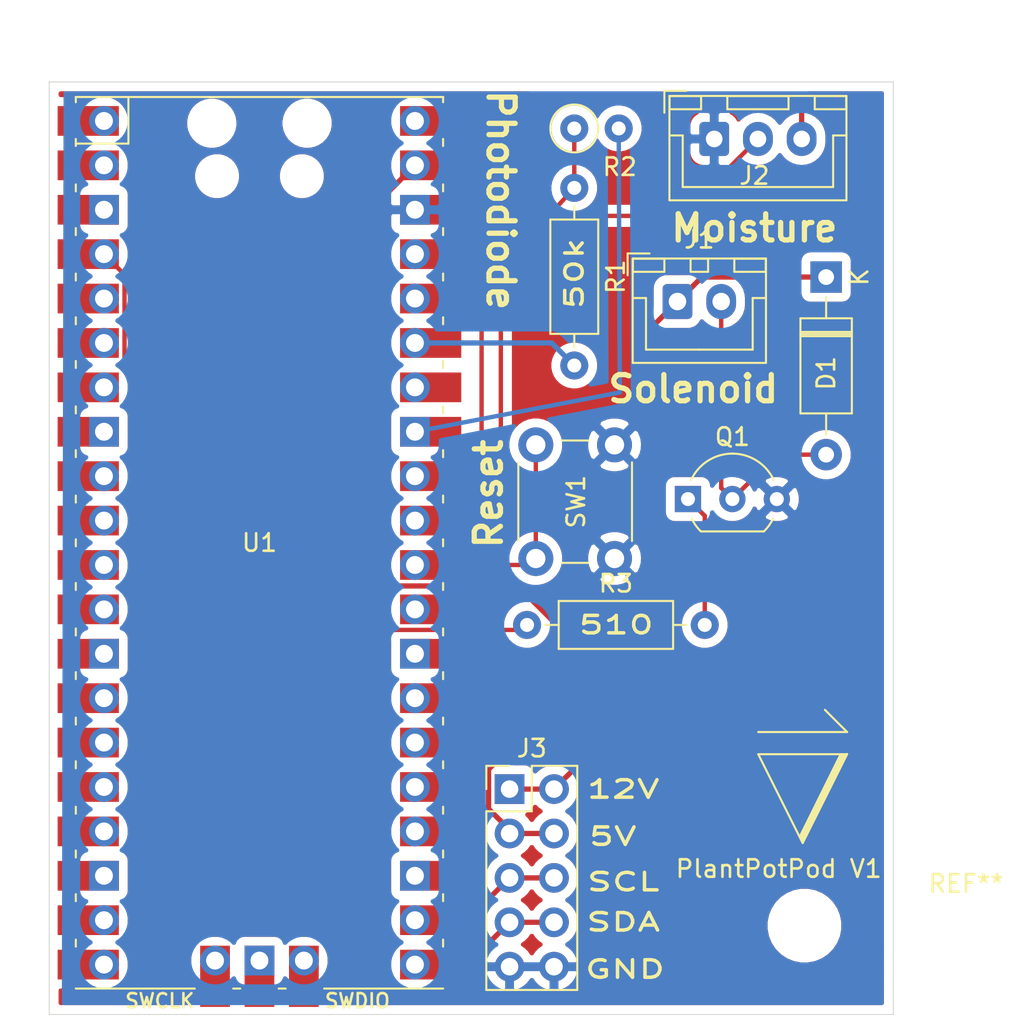
<source format=kicad_pcb>
(kicad_pcb (version 20171130) (host pcbnew 5.1.10)

  (general
    (thickness 1.6)
    (drawings 22)
    (tracks 59)
    (zones 0)
    (modules 11)
    (nets 47)
  )

  (page A4)
  (layers
    (0 F.Cu signal)
    (31 B.Cu signal)
    (32 B.Adhes user)
    (33 F.Adhes user)
    (34 B.Paste user)
    (35 F.Paste user)
    (36 B.SilkS user)
    (37 F.SilkS user)
    (38 B.Mask user)
    (39 F.Mask user)
    (40 Dwgs.User user)
    (41 Cmts.User user)
    (42 Eco1.User user)
    (43 Eco2.User user)
    (44 Edge.Cuts user)
    (45 Margin user)
    (46 B.CrtYd user)
    (47 F.CrtYd user)
    (48 B.Fab user)
    (49 F.Fab user)
  )

  (setup
    (last_trace_width 0.25)
    (trace_clearance 0.2)
    (zone_clearance 0.508)
    (zone_45_only no)
    (trace_min 0.2)
    (via_size 0.8)
    (via_drill 0.4)
    (via_min_size 0.4)
    (via_min_drill 0.3)
    (uvia_size 0.3)
    (uvia_drill 0.1)
    (uvias_allowed no)
    (uvia_min_size 0.2)
    (uvia_min_drill 0.1)
    (edge_width 0.05)
    (segment_width 0.2)
    (pcb_text_width 0.3)
    (pcb_text_size 1.5 1.5)
    (mod_edge_width 0.12)
    (mod_text_size 1 1)
    (mod_text_width 0.15)
    (pad_size 1.524 1.524)
    (pad_drill 0.762)
    (pad_to_mask_clearance 0)
    (aux_axis_origin 0 0)
    (visible_elements FFFFFF7F)
    (pcbplotparams
      (layerselection 0x010f0_ffffffff)
      (usegerberextensions false)
      (usegerberattributes true)
      (usegerberadvancedattributes true)
      (creategerberjobfile true)
      (excludeedgelayer true)
      (linewidth 0.100000)
      (plotframeref false)
      (viasonmask false)
      (mode 1)
      (useauxorigin false)
      (hpglpennumber 1)
      (hpglpenspeed 20)
      (hpglpendiameter 15.000000)
      (psnegative false)
      (psa4output false)
      (plotreference true)
      (plotvalue true)
      (plotinvisibletext false)
      (padsonsilk false)
      (subtractmaskfromsilk false)
      (outputformat 1)
      (mirror false)
      (drillshape 0)
      (scaleselection 1)
      (outputdirectory ""))
  )

  (net 0 "")
  (net 1 "Net-(D1-Pad2)")
  (net 2 +12V)
  (net 3 +3V3)
  (net 4 MOIST)
  (net 5 GND)
  (net 6 SCL)
  (net 7 SDA)
  (net 8 +5V)
  (net 9 "Net-(Q1-Pad1)")
  (net 10 +3.3VADC)
  (net 11 LIGHT)
  (net 12 GNDA)
  (net 13 "Net-(R3-Pad1)")
  (net 14 "Net-(SW1-Pad1)")
  (net 15 "Net-(U1-Pad43)")
  (net 16 "Net-(U1-Pad42)")
  (net 17 "Net-(U1-Pad41)")
  (net 18 "Net-(U1-Pad23)")
  (net 19 "Net-(U1-Pad24)")
  (net 20 "Net-(U1-Pad25)")
  (net 21 "Net-(U1-Pad26)")
  (net 22 "Net-(U1-Pad27)")
  (net 23 "Net-(U1-Pad28)")
  (net 24 "Net-(U1-Pad29)")
  (net 25 "Net-(U1-Pad34)")
  (net 26 "Net-(U1-Pad37)")
  (net 27 "Net-(U1-Pad40)")
  (net 28 "Net-(U1-Pad20)")
  (net 29 "Net-(U1-Pad19)")
  (net 30 "Net-(U1-Pad18)")
  (net 31 "Net-(U1-Pad17)")
  (net 32 "Net-(U1-Pad16)")
  (net 33 "Net-(U1-Pad15)")
  (net 34 "Net-(U1-Pad14)")
  (net 35 "Net-(U1-Pad13)")
  (net 36 "Net-(U1-Pad12)")
  (net 37 "Net-(U1-Pad11)")
  (net 38 "Net-(U1-Pad10)")
  (net 39 "Net-(U1-Pad9)")
  (net 40 "Net-(U1-Pad8)")
  (net 41 "Net-(U1-Pad7)")
  (net 42 "Net-(U1-Pad6)")
  (net 43 "Net-(U1-Pad5)")
  (net 44 "Net-(U1-Pad3)")
  (net 45 "Net-(U1-Pad2)")
  (net 46 "Net-(U1-Pad1)")

  (net_class Default "This is the default net class."
    (clearance 0.2)
    (trace_width 0.25)
    (via_dia 0.8)
    (via_drill 0.4)
    (uvia_dia 0.3)
    (uvia_drill 0.1)
    (add_net GND)
    (add_net GNDA)
    (add_net LIGHT)
    (add_net MOIST)
    (add_net "Net-(D1-Pad2)")
    (add_net "Net-(Q1-Pad1)")
    (add_net "Net-(R3-Pad1)")
    (add_net "Net-(SW1-Pad1)")
    (add_net "Net-(U1-Pad1)")
    (add_net "Net-(U1-Pad10)")
    (add_net "Net-(U1-Pad11)")
    (add_net "Net-(U1-Pad12)")
    (add_net "Net-(U1-Pad13)")
    (add_net "Net-(U1-Pad14)")
    (add_net "Net-(U1-Pad15)")
    (add_net "Net-(U1-Pad16)")
    (add_net "Net-(U1-Pad17)")
    (add_net "Net-(U1-Pad18)")
    (add_net "Net-(U1-Pad19)")
    (add_net "Net-(U1-Pad2)")
    (add_net "Net-(U1-Pad20)")
    (add_net "Net-(U1-Pad23)")
    (add_net "Net-(U1-Pad24)")
    (add_net "Net-(U1-Pad25)")
    (add_net "Net-(U1-Pad26)")
    (add_net "Net-(U1-Pad27)")
    (add_net "Net-(U1-Pad28)")
    (add_net "Net-(U1-Pad29)")
    (add_net "Net-(U1-Pad3)")
    (add_net "Net-(U1-Pad34)")
    (add_net "Net-(U1-Pad37)")
    (add_net "Net-(U1-Pad40)")
    (add_net "Net-(U1-Pad41)")
    (add_net "Net-(U1-Pad42)")
    (add_net "Net-(U1-Pad43)")
    (add_net "Net-(U1-Pad5)")
    (add_net "Net-(U1-Pad6)")
    (add_net "Net-(U1-Pad7)")
    (add_net "Net-(U1-Pad8)")
    (add_net "Net-(U1-Pad9)")
  )

  (net_class Wide-Default ""
    (clearance 0.2)
    (trace_width 0.3)
    (via_dia 0.8)
    (via_drill 0.4)
    (uvia_dia 0.3)
    (uvia_drill 0.1)
    (add_net +12V)
    (add_net +3.3VADC)
    (add_net +3V3)
    (add_net +5V)
    (add_net SCL)
    (add_net SDA)
  )

  (module MountingHole:MountingHole_3.2mm_M3_DIN965 (layer F.Cu) (tedit 56D1B4CB) (tstamp 60B982B3)
    (at 213.36 88.9)
    (descr "Mounting Hole 3.2mm, no annular, M3, DIN965")
    (tags "mounting hole 3.2mm no annular m3 din965")
    (attr virtual)
    (fp_text reference REF** (at 9.24 -2.4) (layer F.SilkS)
      (effects (font (size 1 1) (thickness 0.15)))
    )
    (fp_text value MountingHole_3.2mm_M3_DIN965 (at 0 3.8) (layer F.Fab)
      (effects (font (size 1 1) (thickness 0.15)))
    )
    (fp_text user %R (at 0 -5.08) (layer F.Fab)
      (effects (font (size 1 1) (thickness 0.15)))
    )
    (fp_circle (center 0 0) (end 2.8 0) (layer Cmts.User) (width 0.15))
    (fp_circle (center 0 0) (end 3.05 0) (layer F.CrtYd) (width 0.05))
    (pad 1 np_thru_hole circle (at 0 0) (size 3.2 3.2) (drill 3.2) (layers *.Cu *.Mask))
  )

  (module MCU_RaspberryPi_and_Boards:RPi_Pico_SMD_TH (layer F.Cu) (tedit 60B8A995) (tstamp 60B94AF7)
    (at 182.2 67)
    (descr "Through hole straight pin header, 2x20, 2.54mm pitch, double rows")
    (tags "Through hole pin header THT 2x20 2.54mm double row")
    (path /60B8A48F)
    (fp_text reference U1 (at 0 0) (layer F.SilkS)
      (effects (font (size 1 1) (thickness 0.15)))
    )
    (fp_text value Pico (at 0 2.159) (layer F.Fab)
      (effects (font (size 1 1) (thickness 0.15)))
    )
    (fp_text user "Copper Keepouts shown on Dwgs layer" (at 0.1 -30.2) (layer Cmts.User)
      (effects (font (size 1 1) (thickness 0.15)))
    )
    (fp_text user SWDIO (at 5.6 26.2) (layer F.SilkS)
      (effects (font (size 0.8 0.8) (thickness 0.15)))
    )
    (fp_text user SWCLK (at -5.7 26.2) (layer F.SilkS)
      (effects (font (size 0.8 0.8) (thickness 0.15)))
    )
    (fp_text user %R (at 0 0 180) (layer F.Fab)
      (effects (font (size 1 1) (thickness 0.15)))
    )
    (fp_line (start 1.1 25.5) (end 1.5 25.5) (layer F.SilkS) (width 0.12))
    (fp_line (start -1.5 25.5) (end -1.1 25.5) (layer F.SilkS) (width 0.12))
    (fp_line (start 10.5 25.5) (end 3.7 25.5) (layer F.SilkS) (width 0.12))
    (fp_line (start 10.5 15.1) (end 10.5 15.5) (layer F.SilkS) (width 0.12))
    (fp_line (start 10.5 7.4) (end 10.5 7.8) (layer F.SilkS) (width 0.12))
    (fp_line (start 10.5 -18) (end 10.5 -17.6) (layer F.SilkS) (width 0.12))
    (fp_line (start 10.5 -25.5) (end 10.5 -25.2) (layer F.SilkS) (width 0.12))
    (fp_line (start 10.5 -2.7) (end 10.5 -2.3) (layer F.SilkS) (width 0.12))
    (fp_line (start 10.5 12.5) (end 10.5 12.9) (layer F.SilkS) (width 0.12))
    (fp_line (start 10.5 -7.8) (end 10.5 -7.4) (layer F.SilkS) (width 0.12))
    (fp_line (start 10.5 -12.9) (end 10.5 -12.5) (layer F.SilkS) (width 0.12))
    (fp_line (start 10.5 -0.2) (end 10.5 0.2) (layer F.SilkS) (width 0.12))
    (fp_line (start 10.5 4.9) (end 10.5 5.3) (layer F.SilkS) (width 0.12))
    (fp_line (start 10.5 20.1) (end 10.5 20.5) (layer F.SilkS) (width 0.12))
    (fp_line (start 10.5 22.7) (end 10.5 23.1) (layer F.SilkS) (width 0.12))
    (fp_line (start 10.5 17.6) (end 10.5 18) (layer F.SilkS) (width 0.12))
    (fp_line (start 10.5 -15.4) (end 10.5 -15) (layer F.SilkS) (width 0.12))
    (fp_line (start 10.5 -23.1) (end 10.5 -22.7) (layer F.SilkS) (width 0.12))
    (fp_line (start 10.5 -20.5) (end 10.5 -20.1) (layer F.SilkS) (width 0.12))
    (fp_line (start 10.5 10) (end 10.5 10.4) (layer F.SilkS) (width 0.12))
    (fp_line (start 10.5 2.3) (end 10.5 2.7) (layer F.SilkS) (width 0.12))
    (fp_line (start 10.5 -5.3) (end 10.5 -4.9) (layer F.SilkS) (width 0.12))
    (fp_line (start 10.5 -10.4) (end 10.5 -10) (layer F.SilkS) (width 0.12))
    (fp_line (start -10.5 22.7) (end -10.5 23.1) (layer F.SilkS) (width 0.12))
    (fp_line (start -10.5 20.1) (end -10.5 20.5) (layer F.SilkS) (width 0.12))
    (fp_line (start -10.5 17.6) (end -10.5 18) (layer F.SilkS) (width 0.12))
    (fp_line (start -10.5 15.1) (end -10.5 15.5) (layer F.SilkS) (width 0.12))
    (fp_line (start -10.5 12.5) (end -10.5 12.9) (layer F.SilkS) (width 0.12))
    (fp_line (start -10.5 10) (end -10.5 10.4) (layer F.SilkS) (width 0.12))
    (fp_line (start -10.5 7.4) (end -10.5 7.8) (layer F.SilkS) (width 0.12))
    (fp_line (start -10.5 4.9) (end -10.5 5.3) (layer F.SilkS) (width 0.12))
    (fp_line (start -10.5 2.3) (end -10.5 2.7) (layer F.SilkS) (width 0.12))
    (fp_line (start -10.5 -0.2) (end -10.5 0.2) (layer F.SilkS) (width 0.12))
    (fp_line (start -10.5 -2.7) (end -10.5 -2.3) (layer F.SilkS) (width 0.12))
    (fp_line (start -10.5 -5.3) (end -10.5 -4.9) (layer F.SilkS) (width 0.12))
    (fp_line (start -10.5 -7.8) (end -10.5 -7.4) (layer F.SilkS) (width 0.12))
    (fp_line (start -10.5 -10.4) (end -10.5 -10) (layer F.SilkS) (width 0.12))
    (fp_line (start -10.5 -12.9) (end -10.5 -12.5) (layer F.SilkS) (width 0.12))
    (fp_line (start -10.5 -15.4) (end -10.5 -15) (layer F.SilkS) (width 0.12))
    (fp_line (start -10.5 -18) (end -10.5 -17.6) (layer F.SilkS) (width 0.12))
    (fp_line (start -10.5 -20.5) (end -10.5 -20.1) (layer F.SilkS) (width 0.12))
    (fp_line (start -10.5 -23.1) (end -10.5 -22.7) (layer F.SilkS) (width 0.12))
    (fp_line (start -10.5 -25.5) (end -10.5 -25.2) (layer F.SilkS) (width 0.12))
    (fp_line (start -7.493 -22.833) (end -7.493 -25.5) (layer F.SilkS) (width 0.12))
    (fp_line (start -10.5 -22.833) (end -7.493 -22.833) (layer F.SilkS) (width 0.12))
    (fp_line (start -3.7 25.5) (end -10.5 25.5) (layer F.SilkS) (width 0.12))
    (fp_line (start -10.5 -25.5) (end 10.5 -25.5) (layer F.SilkS) (width 0.12))
    (fp_line (start -11 26) (end -11 -26) (layer F.CrtYd) (width 0.12))
    (fp_line (start 11 26) (end -11 26) (layer F.CrtYd) (width 0.12))
    (fp_line (start 11 -26) (end 11 26) (layer F.CrtYd) (width 0.12))
    (fp_line (start -11 -26) (end 11 -26) (layer F.CrtYd) (width 0.12))
    (fp_line (start -10.5 -24.2) (end -9.2 -25.5) (layer F.Fab) (width 0.12))
    (fp_line (start -10.5 25.5) (end -10.5 -25.5) (layer F.Fab) (width 0.12))
    (fp_line (start 10.5 25.5) (end -10.5 25.5) (layer F.Fab) (width 0.12))
    (fp_line (start 10.5 -25.5) (end 10.5 25.5) (layer F.Fab) (width 0.12))
    (fp_line (start -10.5 -25.5) (end 10.5 -25.5) (layer F.Fab) (width 0.12))
    (fp_poly (pts (xy -1.5 -16.5) (xy -3.5 -16.5) (xy -3.5 -18.5) (xy -1.5 -18.5)) (layer Dwgs.User) (width 0.1))
    (fp_poly (pts (xy -1.5 -14) (xy -3.5 -14) (xy -3.5 -16) (xy -1.5 -16)) (layer Dwgs.User) (width 0.1))
    (fp_poly (pts (xy -1.5 -11.5) (xy -3.5 -11.5) (xy -3.5 -13.5) (xy -1.5 -13.5)) (layer Dwgs.User) (width 0.1))
    (fp_poly (pts (xy 3.7 -20.2) (xy -3.7 -20.2) (xy -3.7 -24.9) (xy 3.7 -24.9)) (layer Dwgs.User) (width 0.1))
    (pad 43 thru_hole oval (at 2.54 23.9) (size 1.7 1.7) (drill 1.02) (layers *.Cu *.Mask)
      (net 15 "Net-(U1-Pad43)"))
    (pad 43 smd rect (at 2.54 23.9 90) (size 3.5 1.7) (drill (offset -0.9 0)) (layers F.Cu F.Mask)
      (net 15 "Net-(U1-Pad43)"))
    (pad 42 thru_hole rect (at 0 23.9) (size 1.7 1.7) (drill 1.02) (layers *.Cu *.Mask)
      (net 16 "Net-(U1-Pad42)"))
    (pad 42 smd rect (at 0 23.9 90) (size 3.5 1.7) (drill (offset -0.9 0)) (layers F.Cu F.Mask)
      (net 16 "Net-(U1-Pad42)"))
    (pad 41 thru_hole oval (at -2.54 23.9) (size 1.7 1.7) (drill 1.02) (layers *.Cu *.Mask)
      (net 17 "Net-(U1-Pad41)"))
    (pad 41 smd rect (at -2.54 23.9 90) (size 3.5 1.7) (drill (offset -0.9 0)) (layers F.Cu F.Mask)
      (net 17 "Net-(U1-Pad41)"))
    (pad "" np_thru_hole oval (at 2.425 -20.97) (size 1.5 1.5) (drill 1.5) (layers *.Cu *.Mask))
    (pad "" np_thru_hole oval (at -2.425 -20.97) (size 1.5 1.5) (drill 1.5) (layers *.Cu *.Mask))
    (pad "" np_thru_hole oval (at 2.725 -24) (size 1.8 1.8) (drill 1.8) (layers *.Cu *.Mask))
    (pad "" np_thru_hole oval (at -2.725 -24) (size 1.8 1.8) (drill 1.8) (layers *.Cu *.Mask))
    (pad 21 smd rect (at 8.89 24.13) (size 3.5 1.7) (drill (offset 0.9 0)) (layers F.Cu F.Mask)
      (net 7 SDA))
    (pad 22 smd rect (at 8.89 21.59) (size 3.5 1.7) (drill (offset 0.9 0)) (layers F.Cu F.Mask)
      (net 6 SCL))
    (pad 23 smd rect (at 8.89 19.05) (size 3.5 1.7) (drill (offset 0.9 0)) (layers F.Cu F.Mask)
      (net 18 "Net-(U1-Pad23)"))
    (pad 24 smd rect (at 8.89 16.51) (size 3.5 1.7) (drill (offset 0.9 0)) (layers F.Cu F.Mask)
      (net 19 "Net-(U1-Pad24)"))
    (pad 25 smd rect (at 8.89 13.97) (size 3.5 1.7) (drill (offset 0.9 0)) (layers F.Cu F.Mask)
      (net 20 "Net-(U1-Pad25)"))
    (pad 26 smd rect (at 8.89 11.43) (size 3.5 1.7) (drill (offset 0.9 0)) (layers F.Cu F.Mask)
      (net 21 "Net-(U1-Pad26)"))
    (pad 27 smd rect (at 8.89 8.89) (size 3.5 1.7) (drill (offset 0.9 0)) (layers F.Cu F.Mask)
      (net 22 "Net-(U1-Pad27)"))
    (pad 28 smd rect (at 8.89 6.35) (size 3.5 1.7) (drill (offset 0.9 0)) (layers F.Cu F.Mask)
      (net 23 "Net-(U1-Pad28)"))
    (pad 29 smd rect (at 8.89 3.81) (size 3.5 1.7) (drill (offset 0.9 0)) (layers F.Cu F.Mask)
      (net 24 "Net-(U1-Pad29)"))
    (pad 30 smd rect (at 8.89 1.27) (size 3.5 1.7) (drill (offset 0.9 0)) (layers F.Cu F.Mask)
      (net 14 "Net-(SW1-Pad1)"))
    (pad 31 smd rect (at 8.89 -1.27) (size 3.5 1.7) (drill (offset 0.9 0)) (layers F.Cu F.Mask)
      (net 4 MOIST))
    (pad 32 smd rect (at 8.89 -3.81) (size 3.5 1.7) (drill (offset 0.9 0)) (layers F.Cu F.Mask)
      (net 11 LIGHT))
    (pad 33 smd rect (at 8.89 -6.35) (size 3.5 1.7) (drill (offset 0.9 0)) (layers F.Cu F.Mask)
      (net 12 GNDA))
    (pad 34 smd rect (at 8.89 -8.89) (size 3.5 1.7) (drill (offset 0.9 0)) (layers F.Cu F.Mask)
      (net 25 "Net-(U1-Pad34)"))
    (pad 35 smd rect (at 8.89 -11.43) (size 3.5 1.7) (drill (offset 0.9 0)) (layers F.Cu F.Mask)
      (net 10 +3.3VADC))
    (pad 36 smd rect (at 8.89 -13.97) (size 3.5 1.7) (drill (offset 0.9 0)) (layers F.Cu F.Mask)
      (net 3 +3V3))
    (pad 37 smd rect (at 8.89 -16.51) (size 3.5 1.7) (drill (offset 0.9 0)) (layers F.Cu F.Mask)
      (net 26 "Net-(U1-Pad37)"))
    (pad 38 smd rect (at 8.89 -19.05) (size 3.5 1.7) (drill (offset 0.9 0)) (layers F.Cu F.Mask)
      (net 5 GND))
    (pad 39 smd rect (at 8.89 -21.59) (size 3.5 1.7) (drill (offset 0.9 0)) (layers F.Cu F.Mask)
      (net 8 +5V))
    (pad 40 smd rect (at 8.89 -24.13) (size 3.5 1.7) (drill (offset 0.9 0)) (layers F.Cu F.Mask)
      (net 27 "Net-(U1-Pad40)"))
    (pad 20 smd rect (at -8.89 24.13) (size 3.5 1.7) (drill (offset -0.9 0)) (layers F.Cu F.Mask)
      (net 28 "Net-(U1-Pad20)"))
    (pad 19 smd rect (at -8.89 21.59) (size 3.5 1.7) (drill (offset -0.9 0)) (layers F.Cu F.Mask)
      (net 29 "Net-(U1-Pad19)"))
    (pad 18 smd rect (at -8.89 19.05) (size 3.5 1.7) (drill (offset -0.9 0)) (layers F.Cu F.Mask)
      (net 30 "Net-(U1-Pad18)"))
    (pad 17 smd rect (at -8.89 16.51) (size 3.5 1.7) (drill (offset -0.9 0)) (layers F.Cu F.Mask)
      (net 31 "Net-(U1-Pad17)"))
    (pad 16 smd rect (at -8.89 13.97) (size 3.5 1.7) (drill (offset -0.9 0)) (layers F.Cu F.Mask)
      (net 32 "Net-(U1-Pad16)"))
    (pad 15 smd rect (at -8.89 11.43) (size 3.5 1.7) (drill (offset -0.9 0)) (layers F.Cu F.Mask)
      (net 33 "Net-(U1-Pad15)"))
    (pad 14 smd rect (at -8.89 8.89) (size 3.5 1.7) (drill (offset -0.9 0)) (layers F.Cu F.Mask)
      (net 34 "Net-(U1-Pad14)"))
    (pad 13 smd rect (at -8.89 6.35) (size 3.5 1.7) (drill (offset -0.9 0)) (layers F.Cu F.Mask)
      (net 35 "Net-(U1-Pad13)"))
    (pad 12 smd rect (at -8.89 3.81) (size 3.5 1.7) (drill (offset -0.9 0)) (layers F.Cu F.Mask)
      (net 36 "Net-(U1-Pad12)"))
    (pad 11 smd rect (at -8.89 1.27) (size 3.5 1.7) (drill (offset -0.9 0)) (layers F.Cu F.Mask)
      (net 37 "Net-(U1-Pad11)"))
    (pad 10 smd rect (at -8.89 -1.27) (size 3.5 1.7) (drill (offset -0.9 0)) (layers F.Cu F.Mask)
      (net 38 "Net-(U1-Pad10)"))
    (pad 9 smd rect (at -8.89 -3.81) (size 3.5 1.7) (drill (offset -0.9 0)) (layers F.Cu F.Mask)
      (net 39 "Net-(U1-Pad9)"))
    (pad 8 smd rect (at -8.89 -6.35) (size 3.5 1.7) (drill (offset -0.9 0)) (layers F.Cu F.Mask)
      (net 40 "Net-(U1-Pad8)"))
    (pad 7 smd rect (at -8.89 -8.89) (size 3.5 1.7) (drill (offset -0.9 0)) (layers F.Cu F.Mask)
      (net 41 "Net-(U1-Pad7)"))
    (pad 6 smd rect (at -8.89 -11.43) (size 3.5 1.7) (drill (offset -0.9 0)) (layers F.Cu F.Mask)
      (net 42 "Net-(U1-Pad6)"))
    (pad 5 smd rect (at -8.89 -13.97) (size 3.5 1.7) (drill (offset -0.9 0)) (layers F.Cu F.Mask)
      (net 43 "Net-(U1-Pad5)"))
    (pad 4 smd rect (at -8.89 -16.51) (size 3.5 1.7) (drill (offset -0.9 0)) (layers F.Cu F.Mask)
      (net 13 "Net-(R3-Pad1)"))
    (pad 3 smd rect (at -8.89 -19.05) (size 3.5 1.7) (drill (offset -0.9 0)) (layers F.Cu F.Mask)
      (net 44 "Net-(U1-Pad3)"))
    (pad 2 smd rect (at -8.89 -21.59) (size 3.5 1.7) (drill (offset -0.9 0)) (layers F.Cu F.Mask)
      (net 45 "Net-(U1-Pad2)"))
    (pad 1 smd rect (at -8.89 -24.13) (size 3.5 1.7) (drill (offset -0.9 0)) (layers F.Cu F.Mask)
      (net 46 "Net-(U1-Pad1)"))
    (pad 40 thru_hole oval (at 8.89 -24.13) (size 1.7 1.7) (drill 1.02) (layers *.Cu *.Mask)
      (net 27 "Net-(U1-Pad40)"))
    (pad 39 thru_hole oval (at 8.89 -21.59) (size 1.7 1.7) (drill 1.02) (layers *.Cu *.Mask)
      (net 8 +5V))
    (pad 38 thru_hole rect (at 8.89 -19.05) (size 1.7 1.7) (drill 1.02) (layers *.Cu *.Mask)
      (net 5 GND))
    (pad 37 thru_hole oval (at 8.89 -16.51) (size 1.7 1.7) (drill 1.02) (layers *.Cu *.Mask)
      (net 26 "Net-(U1-Pad37)"))
    (pad 36 thru_hole oval (at 8.89 -13.97) (size 1.7 1.7) (drill 1.02) (layers *.Cu *.Mask)
      (net 3 +3V3))
    (pad 35 thru_hole oval (at 8.89 -11.43) (size 1.7 1.7) (drill 1.02) (layers *.Cu *.Mask)
      (net 10 +3.3VADC))
    (pad 34 thru_hole oval (at 8.89 -8.89) (size 1.7 1.7) (drill 1.02) (layers *.Cu *.Mask)
      (net 25 "Net-(U1-Pad34)"))
    (pad 33 thru_hole rect (at 8.89 -6.35) (size 1.7 1.7) (drill 1.02) (layers *.Cu *.Mask)
      (net 12 GNDA))
    (pad 32 thru_hole oval (at 8.89 -3.81) (size 1.7 1.7) (drill 1.02) (layers *.Cu *.Mask)
      (net 11 LIGHT))
    (pad 31 thru_hole oval (at 8.89 -1.27) (size 1.7 1.7) (drill 1.02) (layers *.Cu *.Mask)
      (net 4 MOIST))
    (pad 30 thru_hole oval (at 8.89 1.27) (size 1.7 1.7) (drill 1.02) (layers *.Cu *.Mask)
      (net 14 "Net-(SW1-Pad1)"))
    (pad 29 thru_hole oval (at 8.89 3.81) (size 1.7 1.7) (drill 1.02) (layers *.Cu *.Mask)
      (net 24 "Net-(U1-Pad29)"))
    (pad 28 thru_hole rect (at 8.89 6.35) (size 1.7 1.7) (drill 1.02) (layers *.Cu *.Mask)
      (net 23 "Net-(U1-Pad28)"))
    (pad 27 thru_hole oval (at 8.89 8.89) (size 1.7 1.7) (drill 1.02) (layers *.Cu *.Mask)
      (net 22 "Net-(U1-Pad27)"))
    (pad 26 thru_hole oval (at 8.89 11.43) (size 1.7 1.7) (drill 1.02) (layers *.Cu *.Mask)
      (net 21 "Net-(U1-Pad26)"))
    (pad 25 thru_hole oval (at 8.89 13.97) (size 1.7 1.7) (drill 1.02) (layers *.Cu *.Mask)
      (net 20 "Net-(U1-Pad25)"))
    (pad 24 thru_hole oval (at 8.89 16.51) (size 1.7 1.7) (drill 1.02) (layers *.Cu *.Mask)
      (net 19 "Net-(U1-Pad24)"))
    (pad 23 thru_hole rect (at 8.89 19.05) (size 1.7 1.7) (drill 1.02) (layers *.Cu *.Mask)
      (net 18 "Net-(U1-Pad23)"))
    (pad 22 thru_hole oval (at 8.89 21.59) (size 1.7 1.7) (drill 1.02) (layers *.Cu *.Mask)
      (net 6 SCL))
    (pad 21 thru_hole oval (at 8.89 24.13) (size 1.7 1.7) (drill 1.02) (layers *.Cu *.Mask)
      (net 7 SDA))
    (pad 20 thru_hole oval (at -8.89 24.13) (size 1.7 1.7) (drill 1.02) (layers *.Cu *.Mask)
      (net 28 "Net-(U1-Pad20)"))
    (pad 19 thru_hole oval (at -8.89 21.59) (size 1.7 1.7) (drill 1.02) (layers *.Cu *.Mask)
      (net 29 "Net-(U1-Pad19)"))
    (pad 18 thru_hole rect (at -8.89 19.05) (size 1.7 1.7) (drill 1.02) (layers *.Cu *.Mask)
      (net 30 "Net-(U1-Pad18)"))
    (pad 17 thru_hole oval (at -8.89 16.51) (size 1.7 1.7) (drill 1.02) (layers *.Cu *.Mask)
      (net 31 "Net-(U1-Pad17)"))
    (pad 16 thru_hole oval (at -8.89 13.97) (size 1.7 1.7) (drill 1.02) (layers *.Cu *.Mask)
      (net 32 "Net-(U1-Pad16)"))
    (pad 15 thru_hole oval (at -8.89 11.43) (size 1.7 1.7) (drill 1.02) (layers *.Cu *.Mask)
      (net 33 "Net-(U1-Pad15)"))
    (pad 14 thru_hole oval (at -8.89 8.89) (size 1.7 1.7) (drill 1.02) (layers *.Cu *.Mask)
      (net 34 "Net-(U1-Pad14)"))
    (pad 13 thru_hole rect (at -8.89 6.35) (size 1.7 1.7) (drill 1.02) (layers *.Cu *.Mask)
      (net 35 "Net-(U1-Pad13)"))
    (pad 12 thru_hole oval (at -8.89 3.81) (size 1.7 1.7) (drill 1.02) (layers *.Cu *.Mask)
      (net 36 "Net-(U1-Pad12)"))
    (pad 11 thru_hole oval (at -8.89 1.27) (size 1.7 1.7) (drill 1.02) (layers *.Cu *.Mask)
      (net 37 "Net-(U1-Pad11)"))
    (pad 10 thru_hole oval (at -8.89 -1.27) (size 1.7 1.7) (drill 1.02) (layers *.Cu *.Mask)
      (net 38 "Net-(U1-Pad10)"))
    (pad 9 thru_hole oval (at -8.89 -3.81) (size 1.7 1.7) (drill 1.02) (layers *.Cu *.Mask)
      (net 39 "Net-(U1-Pad9)"))
    (pad 8 thru_hole rect (at -8.89 -6.35) (size 1.7 1.7) (drill 1.02) (layers *.Cu *.Mask)
      (net 40 "Net-(U1-Pad8)"))
    (pad 7 thru_hole oval (at -8.89 -8.89) (size 1.7 1.7) (drill 1.02) (layers *.Cu *.Mask)
      (net 41 "Net-(U1-Pad7)"))
    (pad 6 thru_hole oval (at -8.89 -11.43) (size 1.7 1.7) (drill 1.02) (layers *.Cu *.Mask)
      (net 42 "Net-(U1-Pad6)"))
    (pad 5 thru_hole oval (at -8.89 -13.97) (size 1.7 1.7) (drill 1.02) (layers *.Cu *.Mask)
      (net 43 "Net-(U1-Pad5)"))
    (pad 4 thru_hole oval (at -8.89 -16.51) (size 1.7 1.7) (drill 1.02) (layers *.Cu *.Mask)
      (net 13 "Net-(R3-Pad1)"))
    (pad 3 thru_hole rect (at -8.89 -19.05) (size 1.7 1.7) (drill 1.02) (layers *.Cu *.Mask)
      (net 44 "Net-(U1-Pad3)"))
    (pad 2 thru_hole oval (at -8.89 -21.59) (size 1.7 1.7) (drill 1.02) (layers *.Cu *.Mask)
      (net 45 "Net-(U1-Pad2)"))
    (pad 1 thru_hole oval (at -8.89 -24.13) (size 1.7 1.7) (drill 1.02) (layers *.Cu *.Mask)
      (net 46 "Net-(U1-Pad1)"))
    (model "${KIPRJMOD}/libs/KiCad-RP-Pico/RP-Pico Libraries/Pico.wrl"
      (offset (xyz -10.5 -25.5 0))
      (scale (xyz 10 10 10))
      (rotate (xyz 0 0 0))
    )
  )

  (module Button_Switch_THT:SW_PUSH_6mm (layer F.Cu) (tedit 5A02FE31) (tstamp 60B93330)
    (at 198 67.9 90)
    (descr https://www.omron.com/ecb/products/pdf/en-b3f.pdf)
    (tags "tact sw push 6mm")
    (path /60BFD20C)
    (fp_text reference SW1 (at 3.25 2.3 270) (layer F.SilkS)
      (effects (font (size 1 1) (thickness 0.15)))
    )
    (fp_text value reset (at 3.75 6.7 90) (layer F.Fab)
      (effects (font (size 1 1) (thickness 0.15)))
    )
    (fp_text user %R (at 3.25 2.25 90) (layer F.Fab)
      (effects (font (size 1 1) (thickness 0.15)))
    )
    (fp_line (start 3.25 -0.75) (end 6.25 -0.75) (layer F.Fab) (width 0.1))
    (fp_line (start 6.25 -0.75) (end 6.25 5.25) (layer F.Fab) (width 0.1))
    (fp_line (start 6.25 5.25) (end 0.25 5.25) (layer F.Fab) (width 0.1))
    (fp_line (start 0.25 5.25) (end 0.25 -0.75) (layer F.Fab) (width 0.1))
    (fp_line (start 0.25 -0.75) (end 3.25 -0.75) (layer F.Fab) (width 0.1))
    (fp_line (start 7.75 6) (end 8 6) (layer F.CrtYd) (width 0.05))
    (fp_line (start 8 6) (end 8 5.75) (layer F.CrtYd) (width 0.05))
    (fp_line (start 7.75 -1.5) (end 8 -1.5) (layer F.CrtYd) (width 0.05))
    (fp_line (start 8 -1.5) (end 8 -1.25) (layer F.CrtYd) (width 0.05))
    (fp_line (start -1.5 -1.25) (end -1.5 -1.5) (layer F.CrtYd) (width 0.05))
    (fp_line (start -1.5 -1.5) (end -1.25 -1.5) (layer F.CrtYd) (width 0.05))
    (fp_line (start -1.5 5.75) (end -1.5 6) (layer F.CrtYd) (width 0.05))
    (fp_line (start -1.5 6) (end -1.25 6) (layer F.CrtYd) (width 0.05))
    (fp_line (start -1.25 -1.5) (end 7.75 -1.5) (layer F.CrtYd) (width 0.05))
    (fp_line (start -1.5 5.75) (end -1.5 -1.25) (layer F.CrtYd) (width 0.05))
    (fp_line (start 7.75 6) (end -1.25 6) (layer F.CrtYd) (width 0.05))
    (fp_line (start 8 -1.25) (end 8 5.75) (layer F.CrtYd) (width 0.05))
    (fp_line (start 1 5.5) (end 5.5 5.5) (layer F.SilkS) (width 0.12))
    (fp_line (start -0.25 1.5) (end -0.25 3) (layer F.SilkS) (width 0.12))
    (fp_line (start 5.5 -1) (end 1 -1) (layer F.SilkS) (width 0.12))
    (fp_line (start 6.75 3) (end 6.75 1.5) (layer F.SilkS) (width 0.12))
    (fp_circle (center 3.25 2.25) (end 1.25 2.5) (layer F.Fab) (width 0.1))
    (pad 1 thru_hole circle (at 6.5 0 180) (size 2 2) (drill 1.1) (layers *.Cu *.Mask)
      (net 14 "Net-(SW1-Pad1)"))
    (pad 2 thru_hole circle (at 6.5 4.5 180) (size 2 2) (drill 1.1) (layers *.Cu *.Mask)
      (net 5 GND))
    (pad 1 thru_hole circle (at 0 0 180) (size 2 2) (drill 1.1) (layers *.Cu *.Mask)
      (net 14 "Net-(SW1-Pad1)"))
    (pad 2 thru_hole circle (at 0 4.5 180) (size 2 2) (drill 1.1) (layers *.Cu *.Mask)
      (net 5 GND))
    (model ${KISYS3DMOD}/Button_Switch_THT.3dshapes/SW_PUSH_6mm.wrl
      (at (xyz 0 0 0))
      (scale (xyz 1 1 1))
      (rotate (xyz 0 0 0))
    )
  )

  (module Resistor_THT:R_Axial_DIN0207_L6.3mm_D2.5mm_P10.16mm_Horizontal (layer F.Cu) (tedit 5AE5139B) (tstamp 60B93311)
    (at 197.5 71.7)
    (descr "Resistor, Axial_DIN0207 series, Axial, Horizontal, pin pitch=10.16mm, 0.25W = 1/4W, length*diameter=6.3*2.5mm^2, http://cdn-reichelt.de/documents/datenblatt/B400/1_4W%23YAG.pdf")
    (tags "Resistor Axial_DIN0207 series Axial Horizontal pin pitch 10.16mm 0.25W = 1/4W length 6.3mm diameter 2.5mm")
    (path /60B8BB59)
    (fp_text reference R3 (at 5.08 -2.37) (layer F.SilkS)
      (effects (font (size 1 1) (thickness 0.15)))
    )
    (fp_text value 510 (at 5.08 2.37) (layer F.Fab)
      (effects (font (size 1 1) (thickness 0.15)))
    )
    (fp_text user %R (at 5.08 0) (layer F.Fab)
      (effects (font (size 1 1) (thickness 0.15)))
    )
    (fp_line (start 1.93 -1.25) (end 1.93 1.25) (layer F.Fab) (width 0.1))
    (fp_line (start 1.93 1.25) (end 8.23 1.25) (layer F.Fab) (width 0.1))
    (fp_line (start 8.23 1.25) (end 8.23 -1.25) (layer F.Fab) (width 0.1))
    (fp_line (start 8.23 -1.25) (end 1.93 -1.25) (layer F.Fab) (width 0.1))
    (fp_line (start 0 0) (end 1.93 0) (layer F.Fab) (width 0.1))
    (fp_line (start 10.16 0) (end 8.23 0) (layer F.Fab) (width 0.1))
    (fp_line (start 1.81 -1.37) (end 1.81 1.37) (layer F.SilkS) (width 0.12))
    (fp_line (start 1.81 1.37) (end 8.35 1.37) (layer F.SilkS) (width 0.12))
    (fp_line (start 8.35 1.37) (end 8.35 -1.37) (layer F.SilkS) (width 0.12))
    (fp_line (start 8.35 -1.37) (end 1.81 -1.37) (layer F.SilkS) (width 0.12))
    (fp_line (start 1.04 0) (end 1.81 0) (layer F.SilkS) (width 0.12))
    (fp_line (start 9.12 0) (end 8.35 0) (layer F.SilkS) (width 0.12))
    (fp_line (start -1.05 -1.5) (end -1.05 1.5) (layer F.CrtYd) (width 0.05))
    (fp_line (start -1.05 1.5) (end 11.21 1.5) (layer F.CrtYd) (width 0.05))
    (fp_line (start 11.21 1.5) (end 11.21 -1.5) (layer F.CrtYd) (width 0.05))
    (fp_line (start 11.21 -1.5) (end -1.05 -1.5) (layer F.CrtYd) (width 0.05))
    (pad 2 thru_hole oval (at 10.16 0) (size 1.6 1.6) (drill 0.8) (layers *.Cu *.Mask)
      (net 9 "Net-(Q1-Pad1)"))
    (pad 1 thru_hole circle (at 0 0) (size 1.6 1.6) (drill 0.8) (layers *.Cu *.Mask)
      (net 13 "Net-(R3-Pad1)"))
    (model ${KISYS3DMOD}/Resistor_THT.3dshapes/R_Axial_DIN0207_L6.3mm_D2.5mm_P10.16mm_Horizontal.wrl
      (at (xyz 0 0 0))
      (scale (xyz 1 1 1))
      (rotate (xyz 0 0 0))
    )
  )

  (module Resistor_THT:R_Axial_DIN0207_L6.3mm_D2.5mm_P2.54mm_Vertical (layer F.Cu) (tedit 5AE5139B) (tstamp 60B932FA)
    (at 200.2 43.3)
    (descr "Resistor, Axial_DIN0207 series, Axial, Vertical, pin pitch=2.54mm, 0.25W = 1/4W, length*diameter=6.3*2.5mm^2, http://cdn-reichelt.de/documents/datenblatt/B400/1_4W%23YAG.pdf")
    (tags "Resistor Axial_DIN0207 series Axial Vertical pin pitch 2.54mm 0.25W = 1/4W length 6.3mm diameter 2.5mm")
    (path /60BC56FF)
    (fp_text reference R2 (at 2.6 2.2) (layer F.SilkS)
      (effects (font (size 1 1) (thickness 0.15)))
    )
    (fp_text value 5k-200k (at 1.27 2.37) (layer F.Fab)
      (effects (font (size 1 1) (thickness 0.15)))
    )
    (fp_text user %R (at 1.27 -2.37) (layer F.Fab)
      (effects (font (size 1 1) (thickness 0.15)))
    )
    (fp_circle (center 0 0) (end 1.25 0) (layer F.Fab) (width 0.1))
    (fp_circle (center 0 0) (end 1.37 0) (layer F.SilkS) (width 0.12))
    (fp_line (start 0 0) (end 2.54 0) (layer F.Fab) (width 0.1))
    (fp_line (start 1.37 0) (end 1.44 0) (layer F.SilkS) (width 0.12))
    (fp_line (start -1.5 -1.5) (end -1.5 1.5) (layer F.CrtYd) (width 0.05))
    (fp_line (start -1.5 1.5) (end 3.59 1.5) (layer F.CrtYd) (width 0.05))
    (fp_line (start 3.59 1.5) (end 3.59 -1.5) (layer F.CrtYd) (width 0.05))
    (fp_line (start 3.59 -1.5) (end -1.5 -1.5) (layer F.CrtYd) (width 0.05))
    (pad 2 thru_hole oval (at 2.54 0) (size 1.6 1.6) (drill 0.8) (layers *.Cu *.Mask)
      (net 12 GNDA))
    (pad 1 thru_hole circle (at 0 0) (size 1.6 1.6) (drill 0.8) (layers *.Cu *.Mask)
      (net 11 LIGHT))
    (model ${KISYS3DMOD}/Resistor_THT.3dshapes/R_Axial_DIN0207_L6.3mm_D2.5mm_P2.54mm_Vertical.wrl
      (at (xyz 0 0 0))
      (scale (xyz 1 1 1))
      (rotate (xyz 0 0 0))
    )
  )

  (module Resistor_THT:R_Axial_DIN0207_L6.3mm_D2.5mm_P10.16mm_Horizontal (layer F.Cu) (tedit 5AE5139B) (tstamp 60B932EB)
    (at 200.2 46.7 270)
    (descr "Resistor, Axial_DIN0207 series, Axial, Horizontal, pin pitch=10.16mm, 0.25W = 1/4W, length*diameter=6.3*2.5mm^2, http://cdn-reichelt.de/documents/datenblatt/B400/1_4W%23YAG.pdf")
    (tags "Resistor Axial_DIN0207 series Axial Horizontal pin pitch 10.16mm 0.25W = 1/4W length 6.3mm diameter 2.5mm")
    (path /60BC79F3)
    (fp_text reference R1 (at 5.08 -2.37 90) (layer F.SilkS)
      (effects (font (size 1 1) (thickness 0.15)))
    )
    (fp_text value 50k (at 5.08 2.37 90) (layer F.Fab)
      (effects (font (size 1 1) (thickness 0.15)))
    )
    (fp_text user %R (at 5.08 0 90) (layer F.Fab)
      (effects (font (size 1 1) (thickness 0.15)))
    )
    (fp_line (start 1.93 -1.25) (end 1.93 1.25) (layer F.Fab) (width 0.1))
    (fp_line (start 1.93 1.25) (end 8.23 1.25) (layer F.Fab) (width 0.1))
    (fp_line (start 8.23 1.25) (end 8.23 -1.25) (layer F.Fab) (width 0.1))
    (fp_line (start 8.23 -1.25) (end 1.93 -1.25) (layer F.Fab) (width 0.1))
    (fp_line (start 0 0) (end 1.93 0) (layer F.Fab) (width 0.1))
    (fp_line (start 10.16 0) (end 8.23 0) (layer F.Fab) (width 0.1))
    (fp_line (start 1.81 -1.37) (end 1.81 1.37) (layer F.SilkS) (width 0.12))
    (fp_line (start 1.81 1.37) (end 8.35 1.37) (layer F.SilkS) (width 0.12))
    (fp_line (start 8.35 1.37) (end 8.35 -1.37) (layer F.SilkS) (width 0.12))
    (fp_line (start 8.35 -1.37) (end 1.81 -1.37) (layer F.SilkS) (width 0.12))
    (fp_line (start 1.04 0) (end 1.81 0) (layer F.SilkS) (width 0.12))
    (fp_line (start 9.12 0) (end 8.35 0) (layer F.SilkS) (width 0.12))
    (fp_line (start -1.05 -1.5) (end -1.05 1.5) (layer F.CrtYd) (width 0.05))
    (fp_line (start -1.05 1.5) (end 11.21 1.5) (layer F.CrtYd) (width 0.05))
    (fp_line (start 11.21 1.5) (end 11.21 -1.5) (layer F.CrtYd) (width 0.05))
    (fp_line (start 11.21 -1.5) (end -1.05 -1.5) (layer F.CrtYd) (width 0.05))
    (pad 2 thru_hole oval (at 10.16 0 270) (size 1.6 1.6) (drill 0.8) (layers *.Cu *.Mask)
      (net 10 +3.3VADC))
    (pad 1 thru_hole circle (at 0 0 270) (size 1.6 1.6) (drill 0.8) (layers *.Cu *.Mask)
      (net 11 LIGHT))
    (model ${KISYS3DMOD}/Resistor_THT.3dshapes/R_Axial_DIN0207_L6.3mm_D2.5mm_P10.16mm_Horizontal.wrl
      (at (xyz 0 0 0))
      (scale (xyz 1 1 1))
      (rotate (xyz 0 0 0))
    )
  )

  (module Package_TO_SOT_THT:TO-92_Inline_Wide (layer F.Cu) (tedit 5A02FF81) (tstamp 60B932D4)
    (at 206.7 64.5)
    (descr "TO-92 leads in-line, wide, drill 0.75mm (see NXP sot054_po.pdf)")
    (tags "to-92 sc-43 sc-43a sot54 PA33 transistor")
    (path /60B95956)
    (fp_text reference Q1 (at 2.54 -3.56) (layer F.SilkS)
      (effects (font (size 1 1) (thickness 0.15)))
    )
    (fp_text value BD135-16 (at 2.54 2.79) (layer F.Fab)
      (effects (font (size 1 1) (thickness 0.15)))
    )
    (fp_arc (start 2.54 0) (end 4.34 1.85) (angle -20) (layer F.SilkS) (width 0.12))
    (fp_arc (start 2.54 0) (end 2.54 -2.48) (angle -135) (layer F.Fab) (width 0.1))
    (fp_arc (start 2.54 0) (end 2.54 -2.48) (angle 135) (layer F.Fab) (width 0.1))
    (fp_arc (start 2.54 0) (end 2.54 -2.6) (angle 65) (layer F.SilkS) (width 0.12))
    (fp_arc (start 2.54 0) (end 2.54 -2.6) (angle -65) (layer F.SilkS) (width 0.12))
    (fp_arc (start 2.54 0) (end 0.74 1.85) (angle 20) (layer F.SilkS) (width 0.12))
    (fp_text user %R (at 2.54 0) (layer F.Fab)
      (effects (font (size 1 1) (thickness 0.15)))
    )
    (fp_line (start 0.74 1.85) (end 4.34 1.85) (layer F.SilkS) (width 0.12))
    (fp_line (start 0.8 1.75) (end 4.3 1.75) (layer F.Fab) (width 0.1))
    (fp_line (start -1.01 -2.73) (end 6.09 -2.73) (layer F.CrtYd) (width 0.05))
    (fp_line (start -1.01 -2.73) (end -1.01 2.01) (layer F.CrtYd) (width 0.05))
    (fp_line (start 6.09 2.01) (end 6.09 -2.73) (layer F.CrtYd) (width 0.05))
    (fp_line (start 6.09 2.01) (end -1.01 2.01) (layer F.CrtYd) (width 0.05))
    (pad 1 thru_hole rect (at 0 0) (size 1.5 1.5) (drill 0.8) (layers *.Cu *.Mask)
      (net 9 "Net-(Q1-Pad1)"))
    (pad 3 thru_hole circle (at 5.08 0) (size 1.5 1.5) (drill 0.8) (layers *.Cu *.Mask)
      (net 5 GND))
    (pad 2 thru_hole circle (at 2.54 0) (size 1.5 1.5) (drill 0.8) (layers *.Cu *.Mask)
      (net 1 "Net-(D1-Pad2)"))
    (model ${KISYS3DMOD}/Package_TO_SOT_THT.3dshapes/TO-92_Inline_Wide.wrl
      (at (xyz 0 0 0))
      (scale (xyz 1 1 1))
      (rotate (xyz 0 0 0))
    )
  )

  (module Connector_PinHeader_2.54mm:PinHeader_2x05_P2.54mm_Vertical (layer F.Cu) (tedit 59FED5CC) (tstamp 60B932C0)
    (at 196.5 81.09)
    (descr "Through hole straight pin header, 2x05, 2.54mm pitch, double rows")
    (tags "Through hole pin header THT 2x05 2.54mm double row")
    (path /60BA0CE0)
    (fp_text reference J3 (at 1.27 -2.33) (layer F.SilkS)
      (effects (font (size 1 1) (thickness 0.15)))
    )
    (fp_text value "Bus Connector" (at 1.27 12.49) (layer F.Fab)
      (effects (font (size 1 1) (thickness 0.15)))
    )
    (fp_text user %R (at 1.27 5.08 90) (layer F.Fab)
      (effects (font (size 1 1) (thickness 0.15)))
    )
    (fp_line (start 0 -1.27) (end 3.81 -1.27) (layer F.Fab) (width 0.1))
    (fp_line (start 3.81 -1.27) (end 3.81 11.43) (layer F.Fab) (width 0.1))
    (fp_line (start 3.81 11.43) (end -1.27 11.43) (layer F.Fab) (width 0.1))
    (fp_line (start -1.27 11.43) (end -1.27 0) (layer F.Fab) (width 0.1))
    (fp_line (start -1.27 0) (end 0 -1.27) (layer F.Fab) (width 0.1))
    (fp_line (start -1.33 11.49) (end 3.87 11.49) (layer F.SilkS) (width 0.12))
    (fp_line (start -1.33 1.27) (end -1.33 11.49) (layer F.SilkS) (width 0.12))
    (fp_line (start 3.87 -1.33) (end 3.87 11.49) (layer F.SilkS) (width 0.12))
    (fp_line (start -1.33 1.27) (end 1.27 1.27) (layer F.SilkS) (width 0.12))
    (fp_line (start 1.27 1.27) (end 1.27 -1.33) (layer F.SilkS) (width 0.12))
    (fp_line (start 1.27 -1.33) (end 3.87 -1.33) (layer F.SilkS) (width 0.12))
    (fp_line (start -1.33 0) (end -1.33 -1.33) (layer F.SilkS) (width 0.12))
    (fp_line (start -1.33 -1.33) (end 0 -1.33) (layer F.SilkS) (width 0.12))
    (fp_line (start -1.8 -1.8) (end -1.8 11.95) (layer F.CrtYd) (width 0.05))
    (fp_line (start -1.8 11.95) (end 4.35 11.95) (layer F.CrtYd) (width 0.05))
    (fp_line (start 4.35 11.95) (end 4.35 -1.8) (layer F.CrtYd) (width 0.05))
    (fp_line (start 4.35 -1.8) (end -1.8 -1.8) (layer F.CrtYd) (width 0.05))
    (pad 10 thru_hole oval (at 2.54 10.16) (size 1.7 1.7) (drill 1) (layers *.Cu *.Mask)
      (net 5 GND))
    (pad 9 thru_hole oval (at 0 10.16) (size 1.7 1.7) (drill 1) (layers *.Cu *.Mask)
      (net 5 GND))
    (pad 8 thru_hole oval (at 2.54 7.62) (size 1.7 1.7) (drill 1) (layers *.Cu *.Mask)
      (net 7 SDA))
    (pad 7 thru_hole oval (at 0 7.62) (size 1.7 1.7) (drill 1) (layers *.Cu *.Mask)
      (net 7 SDA))
    (pad 6 thru_hole oval (at 2.54 5.08) (size 1.7 1.7) (drill 1) (layers *.Cu *.Mask)
      (net 6 SCL))
    (pad 5 thru_hole oval (at 0 5.08) (size 1.7 1.7) (drill 1) (layers *.Cu *.Mask)
      (net 6 SCL))
    (pad 4 thru_hole oval (at 2.54 2.54) (size 1.7 1.7) (drill 1) (layers *.Cu *.Mask)
      (net 8 +5V))
    (pad 3 thru_hole oval (at 0 2.54) (size 1.7 1.7) (drill 1) (layers *.Cu *.Mask)
      (net 8 +5V))
    (pad 2 thru_hole oval (at 2.54 0) (size 1.7 1.7) (drill 1) (layers *.Cu *.Mask)
      (net 2 +12V))
    (pad 1 thru_hole rect (at 0 0) (size 1.7 1.7) (drill 1) (layers *.Cu *.Mask)
      (net 2 +12V))
    (model ${KISYS3DMOD}/Connector_PinHeader_2.54mm.3dshapes/PinHeader_2x05_P2.54mm_Vertical.wrl
      (at (xyz 0 0 0))
      (scale (xyz 1 1 1))
      (rotate (xyz 0 0 0))
    )
  )

  (module Connector_JST:JST_XH_B3B-XH-A_1x03_P2.50mm_Vertical (layer F.Cu) (tedit 5C28146C) (tstamp 60B932A0)
    (at 208.2 43.9)
    (descr "JST XH series connector, B3B-XH-A (http://www.jst-mfg.com/product/pdf/eng/eXH.pdf), generated with kicad-footprint-generator")
    (tags "connector JST XH vertical")
    (path /60B9D47A)
    (fp_text reference J2 (at 2.3 2.1) (layer F.SilkS)
      (effects (font (size 1 1) (thickness 0.15)))
    )
    (fp_text value "Moisture Sensor" (at 2.5 4.6) (layer F.Fab)
      (effects (font (size 1 1) (thickness 0.15)))
    )
    (fp_text user %R (at 2.5 2.7) (layer F.Fab)
      (effects (font (size 1 1) (thickness 0.15)))
    )
    (fp_line (start -2.45 -2.35) (end -2.45 3.4) (layer F.Fab) (width 0.1))
    (fp_line (start -2.45 3.4) (end 7.45 3.4) (layer F.Fab) (width 0.1))
    (fp_line (start 7.45 3.4) (end 7.45 -2.35) (layer F.Fab) (width 0.1))
    (fp_line (start 7.45 -2.35) (end -2.45 -2.35) (layer F.Fab) (width 0.1))
    (fp_line (start -2.56 -2.46) (end -2.56 3.51) (layer F.SilkS) (width 0.12))
    (fp_line (start -2.56 3.51) (end 7.56 3.51) (layer F.SilkS) (width 0.12))
    (fp_line (start 7.56 3.51) (end 7.56 -2.46) (layer F.SilkS) (width 0.12))
    (fp_line (start 7.56 -2.46) (end -2.56 -2.46) (layer F.SilkS) (width 0.12))
    (fp_line (start -2.95 -2.85) (end -2.95 3.9) (layer F.CrtYd) (width 0.05))
    (fp_line (start -2.95 3.9) (end 7.95 3.9) (layer F.CrtYd) (width 0.05))
    (fp_line (start 7.95 3.9) (end 7.95 -2.85) (layer F.CrtYd) (width 0.05))
    (fp_line (start 7.95 -2.85) (end -2.95 -2.85) (layer F.CrtYd) (width 0.05))
    (fp_line (start -0.625 -2.35) (end 0 -1.35) (layer F.Fab) (width 0.1))
    (fp_line (start 0 -1.35) (end 0.625 -2.35) (layer F.Fab) (width 0.1))
    (fp_line (start 0.75 -2.45) (end 0.75 -1.7) (layer F.SilkS) (width 0.12))
    (fp_line (start 0.75 -1.7) (end 4.25 -1.7) (layer F.SilkS) (width 0.12))
    (fp_line (start 4.25 -1.7) (end 4.25 -2.45) (layer F.SilkS) (width 0.12))
    (fp_line (start 4.25 -2.45) (end 0.75 -2.45) (layer F.SilkS) (width 0.12))
    (fp_line (start -2.55 -2.45) (end -2.55 -1.7) (layer F.SilkS) (width 0.12))
    (fp_line (start -2.55 -1.7) (end -0.75 -1.7) (layer F.SilkS) (width 0.12))
    (fp_line (start -0.75 -1.7) (end -0.75 -2.45) (layer F.SilkS) (width 0.12))
    (fp_line (start -0.75 -2.45) (end -2.55 -2.45) (layer F.SilkS) (width 0.12))
    (fp_line (start 5.75 -2.45) (end 5.75 -1.7) (layer F.SilkS) (width 0.12))
    (fp_line (start 5.75 -1.7) (end 7.55 -1.7) (layer F.SilkS) (width 0.12))
    (fp_line (start 7.55 -1.7) (end 7.55 -2.45) (layer F.SilkS) (width 0.12))
    (fp_line (start 7.55 -2.45) (end 5.75 -2.45) (layer F.SilkS) (width 0.12))
    (fp_line (start -2.55 -0.2) (end -1.8 -0.2) (layer F.SilkS) (width 0.12))
    (fp_line (start -1.8 -0.2) (end -1.8 2.75) (layer F.SilkS) (width 0.12))
    (fp_line (start -1.8 2.75) (end 2.5 2.75) (layer F.SilkS) (width 0.12))
    (fp_line (start 7.55 -0.2) (end 6.8 -0.2) (layer F.SilkS) (width 0.12))
    (fp_line (start 6.8 -0.2) (end 6.8 2.75) (layer F.SilkS) (width 0.12))
    (fp_line (start 6.8 2.75) (end 2.5 2.75) (layer F.SilkS) (width 0.12))
    (fp_line (start -1.6 -2.75) (end -2.85 -2.75) (layer F.SilkS) (width 0.12))
    (fp_line (start -2.85 -2.75) (end -2.85 -1.5) (layer F.SilkS) (width 0.12))
    (pad 3 thru_hole oval (at 5 0) (size 1.7 1.95) (drill 0.95) (layers *.Cu *.Mask)
      (net 3 +3V3))
    (pad 2 thru_hole oval (at 2.5 0) (size 1.7 1.95) (drill 0.95) (layers *.Cu *.Mask)
      (net 4 MOIST))
    (pad 1 thru_hole roundrect (at 0 0) (size 1.7 1.95) (drill 0.95) (layers *.Cu *.Mask) (roundrect_rratio 0.1470588235294118)
      (net 5 GND))
    (model ${KISYS3DMOD}/Connector_JST.3dshapes/JST_XH_B3B-XH-A_1x03_P2.50mm_Vertical.wrl
      (at (xyz 0 0 0))
      (scale (xyz 1 1 1))
      (rotate (xyz 0 0 0))
    )
  )

  (module Connector_JST:JST_XH_B2B-XH-A_1x02_P2.50mm_Vertical (layer F.Cu) (tedit 5C28146C) (tstamp 60B93276)
    (at 206.1 53.2)
    (descr "JST XH series connector, B2B-XH-A (http://www.jst-mfg.com/product/pdf/eng/eXH.pdf), generated with kicad-footprint-generator")
    (tags "connector JST XH vertical")
    (path /60BB9E91)
    (fp_text reference J1 (at 1.25 -3.55) (layer F.SilkS)
      (effects (font (size 1 1) (thickness 0.15)))
    )
    (fp_text value Solenoid (at 1.25 4.6) (layer F.Fab)
      (effects (font (size 1 1) (thickness 0.15)))
    )
    (fp_text user %R (at 1.25 2.7) (layer F.Fab)
      (effects (font (size 1 1) (thickness 0.15)))
    )
    (fp_line (start -2.45 -2.35) (end -2.45 3.4) (layer F.Fab) (width 0.1))
    (fp_line (start -2.45 3.4) (end 4.95 3.4) (layer F.Fab) (width 0.1))
    (fp_line (start 4.95 3.4) (end 4.95 -2.35) (layer F.Fab) (width 0.1))
    (fp_line (start 4.95 -2.35) (end -2.45 -2.35) (layer F.Fab) (width 0.1))
    (fp_line (start -2.56 -2.46) (end -2.56 3.51) (layer F.SilkS) (width 0.12))
    (fp_line (start -2.56 3.51) (end 5.06 3.51) (layer F.SilkS) (width 0.12))
    (fp_line (start 5.06 3.51) (end 5.06 -2.46) (layer F.SilkS) (width 0.12))
    (fp_line (start 5.06 -2.46) (end -2.56 -2.46) (layer F.SilkS) (width 0.12))
    (fp_line (start -2.95 -2.85) (end -2.95 3.9) (layer F.CrtYd) (width 0.05))
    (fp_line (start -2.95 3.9) (end 5.45 3.9) (layer F.CrtYd) (width 0.05))
    (fp_line (start 5.45 3.9) (end 5.45 -2.85) (layer F.CrtYd) (width 0.05))
    (fp_line (start 5.45 -2.85) (end -2.95 -2.85) (layer F.CrtYd) (width 0.05))
    (fp_line (start -0.625 -2.35) (end 0 -1.35) (layer F.Fab) (width 0.1))
    (fp_line (start 0 -1.35) (end 0.625 -2.35) (layer F.Fab) (width 0.1))
    (fp_line (start 0.75 -2.45) (end 0.75 -1.7) (layer F.SilkS) (width 0.12))
    (fp_line (start 0.75 -1.7) (end 1.75 -1.7) (layer F.SilkS) (width 0.12))
    (fp_line (start 1.75 -1.7) (end 1.75 -2.45) (layer F.SilkS) (width 0.12))
    (fp_line (start 1.75 -2.45) (end 0.75 -2.45) (layer F.SilkS) (width 0.12))
    (fp_line (start -2.55 -2.45) (end -2.55 -1.7) (layer F.SilkS) (width 0.12))
    (fp_line (start -2.55 -1.7) (end -0.75 -1.7) (layer F.SilkS) (width 0.12))
    (fp_line (start -0.75 -1.7) (end -0.75 -2.45) (layer F.SilkS) (width 0.12))
    (fp_line (start -0.75 -2.45) (end -2.55 -2.45) (layer F.SilkS) (width 0.12))
    (fp_line (start 3.25 -2.45) (end 3.25 -1.7) (layer F.SilkS) (width 0.12))
    (fp_line (start 3.25 -1.7) (end 5.05 -1.7) (layer F.SilkS) (width 0.12))
    (fp_line (start 5.05 -1.7) (end 5.05 -2.45) (layer F.SilkS) (width 0.12))
    (fp_line (start 5.05 -2.45) (end 3.25 -2.45) (layer F.SilkS) (width 0.12))
    (fp_line (start -2.55 -0.2) (end -1.8 -0.2) (layer F.SilkS) (width 0.12))
    (fp_line (start -1.8 -0.2) (end -1.8 2.75) (layer F.SilkS) (width 0.12))
    (fp_line (start -1.8 2.75) (end 1.25 2.75) (layer F.SilkS) (width 0.12))
    (fp_line (start 5.05 -0.2) (end 4.3 -0.2) (layer F.SilkS) (width 0.12))
    (fp_line (start 4.3 -0.2) (end 4.3 2.75) (layer F.SilkS) (width 0.12))
    (fp_line (start 4.3 2.75) (end 1.25 2.75) (layer F.SilkS) (width 0.12))
    (fp_line (start -1.6 -2.75) (end -2.85 -2.75) (layer F.SilkS) (width 0.12))
    (fp_line (start -2.85 -2.75) (end -2.85 -1.5) (layer F.SilkS) (width 0.12))
    (pad 2 thru_hole oval (at 2.5 0) (size 1.7 2) (drill 1) (layers *.Cu *.Mask)
      (net 1 "Net-(D1-Pad2)"))
    (pad 1 thru_hole roundrect (at 0 0) (size 1.7 2) (drill 1) (layers *.Cu *.Mask) (roundrect_rratio 0.1470588235294118)
      (net 2 +12V))
    (model ${KISYS3DMOD}/Connector_JST.3dshapes/JST_XH_B2B-XH-A_1x02_P2.50mm_Vertical.wrl
      (at (xyz 0 0 0))
      (scale (xyz 1 1 1))
      (rotate (xyz 0 0 0))
    )
  )

  (module Diode_THT:D_A-405_P10.16mm_Horizontal (layer F.Cu) (tedit 5AE50CD5) (tstamp 60B9324D)
    (at 214.6 51.8 270)
    (descr "Diode, A-405 series, Axial, Horizontal, pin pitch=10.16mm, , length*diameter=5.2*2.7mm^2, , http://www.diodes.com/_files/packages/A-405.pdf")
    (tags "Diode A-405 series Axial Horizontal pin pitch 10.16mm  length 5.2mm diameter 2.7mm")
    (path /60BC1C13)
    (fp_text reference D1 (at 5.5 0 90) (layer F.SilkS)
      (effects (font (size 1 1) (thickness 0.15)))
    )
    (fp_text value 1N5817 (at 5.08 2.47 90) (layer F.Fab)
      (effects (font (size 1 1) (thickness 0.15)))
    )
    (fp_text user K (at 0 -1.9 90) (layer F.SilkS)
      (effects (font (size 1 1) (thickness 0.15)))
    )
    (fp_text user K (at 0 -1.9 90) (layer F.Fab)
      (effects (font (size 1 1) (thickness 0.15)))
    )
    (fp_text user %R (at 5.47 0 90) (layer F.Fab)
      (effects (font (size 1 1) (thickness 0.15)))
    )
    (fp_line (start 2.48 -1.35) (end 2.48 1.35) (layer F.Fab) (width 0.1))
    (fp_line (start 2.48 1.35) (end 7.68 1.35) (layer F.Fab) (width 0.1))
    (fp_line (start 7.68 1.35) (end 7.68 -1.35) (layer F.Fab) (width 0.1))
    (fp_line (start 7.68 -1.35) (end 2.48 -1.35) (layer F.Fab) (width 0.1))
    (fp_line (start 0 0) (end 2.48 0) (layer F.Fab) (width 0.1))
    (fp_line (start 10.16 0) (end 7.68 0) (layer F.Fab) (width 0.1))
    (fp_line (start 3.26 -1.35) (end 3.26 1.35) (layer F.Fab) (width 0.1))
    (fp_line (start 3.36 -1.35) (end 3.36 1.35) (layer F.Fab) (width 0.1))
    (fp_line (start 3.16 -1.35) (end 3.16 1.35) (layer F.Fab) (width 0.1))
    (fp_line (start 2.36 -1.47) (end 2.36 1.47) (layer F.SilkS) (width 0.12))
    (fp_line (start 2.36 1.47) (end 7.8 1.47) (layer F.SilkS) (width 0.12))
    (fp_line (start 7.8 1.47) (end 7.8 -1.47) (layer F.SilkS) (width 0.12))
    (fp_line (start 7.8 -1.47) (end 2.36 -1.47) (layer F.SilkS) (width 0.12))
    (fp_line (start 1.14 0) (end 2.36 0) (layer F.SilkS) (width 0.12))
    (fp_line (start 9.02 0) (end 7.8 0) (layer F.SilkS) (width 0.12))
    (fp_line (start 3.26 -1.47) (end 3.26 1.47) (layer F.SilkS) (width 0.12))
    (fp_line (start 3.38 -1.47) (end 3.38 1.47) (layer F.SilkS) (width 0.12))
    (fp_line (start 3.14 -1.47) (end 3.14 1.47) (layer F.SilkS) (width 0.12))
    (fp_line (start -1.15 -1.6) (end -1.15 1.6) (layer F.CrtYd) (width 0.05))
    (fp_line (start -1.15 1.6) (end 11.31 1.6) (layer F.CrtYd) (width 0.05))
    (fp_line (start 11.31 1.6) (end 11.31 -1.6) (layer F.CrtYd) (width 0.05))
    (fp_line (start 11.31 -1.6) (end -1.15 -1.6) (layer F.CrtYd) (width 0.05))
    (pad 2 thru_hole oval (at 10.16 0 270) (size 1.8 1.8) (drill 0.9) (layers *.Cu *.Mask)
      (net 1 "Net-(D1-Pad2)"))
    (pad 1 thru_hole rect (at 0 0 270) (size 1.8 1.8) (drill 0.9) (layers *.Cu *.Mask)
      (net 2 +12V))
    (model ${KISYS3DMOD}/Diode_THT.3dshapes/D_A-405_P10.16mm_Horizontal.wrl
      (at (xyz 0 0 0))
      (scale (xyz 1 1 1))
      (rotate (xyz 0 0 0))
    )
  )

  (gr_text "PlantPotPod V1" (at 211.8868 85.6488) (layer F.SilkS)
    (effects (font (size 1 1) (thickness 0.15)))
  )
  (gr_poly (pts (xy 215.7984 79.0956) (xy 215.785763 79.0956) (xy 213.2584 84.1756) (xy 213.0806 83.82) (xy 215.4174 79.0956) (xy 215.785763 79.0956) (xy 215.7984 79.0702)) (layer F.SilkS) (width 0.1))
  (gr_line (start 213.2584 84.1756) (end 215.7984 79.0956) (layer F.SilkS) (width 0.12))
  (gr_line (start 215.7984 77.8256) (end 214.5284 76.5556) (layer F.SilkS) (width 0.12))
  (gr_line (start 210.7184 77.8256) (end 215.7984 77.8256) (layer F.SilkS) (width 0.12))
  (gr_line (start 215.7984 79.0956) (end 210.7184 79.0956) (layer F.SilkS) (width 0.12) (tstamp 60B98632))
  (gr_line (start 210.7184 79.0956) (end 213.2584 84.1756) (layer F.SilkS) (width 0.12))
  (gr_text 50k (at 200.2 51.6 90) (layer F.SilkS)
    (effects (font (size 1 1.5) (thickness 0.2)))
  )
  (gr_text GND (at 203.1 91.4) (layer F.SilkS)
    (effects (font (size 1 1.5) (thickness 0.2)))
  )
  (gr_text 12V (at 203 81.1) (layer F.SilkS)
    (effects (font (size 1 1.5) (thickness 0.2)))
  )
  (gr_text Moisture (at 210.5 49) (layer F.SilkS)
    (effects (font (size 1.5 1.5) (thickness 0.3)))
  )
  (gr_text 5V (at 202.4 83.8) (layer F.SilkS)
    (effects (font (size 1 1.5) (thickness 0.2)))
  )
  (gr_text SCL (at 203 86.4) (layer F.SilkS)
    (effects (font (size 1 1.5) (thickness 0.2)))
  )
  (gr_text SDA (at 203 88.7) (layer F.SilkS)
    (effects (font (size 1 1.5) (thickness 0.2)))
  )
  (gr_text 510 (at 202.6 71.7) (layer F.SilkS)
    (effects (font (size 1 1.5) (thickness 0.2)))
  )
  (gr_text "Reset\n" (at 195.3 64.2 90) (layer F.SilkS)
    (effects (font (size 1.5 1.5) (thickness 0.3)))
  )
  (gr_text Photodiode (at 196 47.4 270) (layer F.SilkS)
    (effects (font (size 1.5 1.5) (thickness 0.3)))
  )
  (gr_text Solenoid (at 207 58.2) (layer F.SilkS)
    (effects (font (size 1.5 1.5) (thickness 0.3)))
  )
  (gr_line (start 170.18 93.98) (end 170.18 40.64) (layer Edge.Cuts) (width 0.05) (tstamp 60B9581E))
  (gr_line (start 218.44 93.98) (end 170.18 93.98) (layer Edge.Cuts) (width 0.05))
  (gr_line (start 218.44 40.64) (end 218.44 93.98) (layer Edge.Cuts) (width 0.05))
  (gr_line (start 170.18 40.64) (end 218.44 40.64) (layer Edge.Cuts) (width 0.05))

  (segment (start 211.78 61.96) (end 214.6 61.96) (width 0.25) (layer F.Cu) (net 1))
  (segment (start 209.24 64.5) (end 211.78 61.96) (width 0.25) (layer F.Cu) (net 1))
  (segment (start 208.6 63.86) (end 209.24 64.5) (width 0.25) (layer F.Cu) (net 1))
  (segment (start 208.6 53.2) (end 208.6 63.86) (width 0.25) (layer F.Cu) (net 1))
  (segment (start 196.5 81.09) (end 199.04 81.09) (width 0.3) (layer F.Cu) (net 2))
  (segment (start 199.04 81.09) (end 204.8 75.33) (width 0.3) (layer F.Cu) (net 2))
  (segment (start 204.8 54.5) (end 206.1 53.2) (width 0.3) (layer F.Cu) (net 2))
  (segment (start 204.8 75.33) (end 204.8 54.5) (width 0.3) (layer F.Cu) (net 2))
  (segment (start 207.5 51.8) (end 206.1 53.2) (width 0.3) (layer F.Cu) (net 2))
  (segment (start 214.6 51.8) (end 207.5 51.8) (width 0.3) (layer F.Cu) (net 2))
  (segment (start 213.2 42) (end 213.2 43.9) (width 0.3) (layer F.Cu) (net 3))
  (segment (start 212.8 41.6) (end 213.2 42) (width 0.3) (layer F.Cu) (net 3))
  (segment (start 197.2 42.8) (end 198.4 41.6) (width 0.3) (layer F.Cu) (net 3))
  (segment (start 197.2 48.510002) (end 197.2 42.8) (width 0.3) (layer F.Cu) (net 3))
  (segment (start 198.4 41.6) (end 212.8 41.6) (width 0.3) (layer F.Cu) (net 3))
  (segment (start 192.680002 53.03) (end 197.2 48.510002) (width 0.3) (layer F.Cu) (net 3))
  (segment (start 191.09 53.03) (end 192.680002 53.03) (width 0.3) (layer F.Cu) (net 3))
  (segment (start 192.635002 65.73) (end 196 62.365002) (width 0.25) (layer F.Cu) (net 4))
  (segment (start 191.09 65.73) (end 192.635002 65.73) (width 0.25) (layer F.Cu) (net 4))
  (segment (start 196 62.365002) (end 196 54.1) (width 0.25) (layer F.Cu) (net 4))
  (segment (start 196 54.1) (end 201.8 48.3) (width 0.25) (layer F.Cu) (net 4))
  (segment (start 206.3 48.3) (end 210.7 43.9) (width 0.25) (layer F.Cu) (net 4))
  (segment (start 201.8 48.3) (end 206.3 48.3) (width 0.25) (layer F.Cu) (net 4))
  (segment (start 194.08 88.59) (end 196.5 86.17) (width 0.3) (layer F.Cu) (net 6))
  (segment (start 191.09 88.59) (end 194.08 88.59) (width 0.3) (layer F.Cu) (net 6))
  (segment (start 196.5 86.17) (end 199.04 86.17) (width 0.3) (layer F.Cu) (net 6))
  (segment (start 194.08 91.13) (end 196.5 88.71) (width 0.3) (layer F.Cu) (net 7))
  (segment (start 191.09 91.13) (end 194.08 91.13) (width 0.3) (layer F.Cu) (net 7))
  (segment (start 196.5 88.71) (end 199.04 88.71) (width 0.3) (layer F.Cu) (net 7))
  (segment (start 199.04 83.63) (end 196.5 83.63) (width 0.3) (layer F.Cu) (net 8))
  (segment (start 195.299999 79.959999) (end 200.2 75.059998) (width 0.3) (layer F.Cu) (net 8))
  (segment (start 195.299999 82.220001) (end 195.299999 79.959999) (width 0.3) (layer F.Cu) (net 8))
  (segment (start 196.709998 83.63) (end 195.299999 82.220001) (width 0.3) (layer F.Cu) (net 8))
  (segment (start 196.5 83.63) (end 196.709998 83.63) (width 0.3) (layer F.Cu) (net 8))
  (segment (start 196.972003 69.470001) (end 190.070001 69.470001) (width 0.3) (layer F.Cu) (net 8))
  (segment (start 200.2 72.697998) (end 196.972003 69.470001) (width 0.3) (layer F.Cu) (net 8))
  (segment (start 200.2 75.059998) (end 200.2 72.697998) (width 0.3) (layer F.Cu) (net 8))
  (segment (start 190.070001 69.470001) (end 188.7 68.1) (width 0.3) (layer F.Cu) (net 8))
  (segment (start 188.7 47.8) (end 191.09 45.41) (width 0.3) (layer F.Cu) (net 8))
  (segment (start 188.7 68.1) (end 188.7 47.8) (width 0.3) (layer F.Cu) (net 8))
  (segment (start 207.66 65.46) (end 206.7 64.5) (width 0.25) (layer F.Cu) (net 9))
  (segment (start 207.66 71.7) (end 207.66 65.46) (width 0.25) (layer F.Cu) (net 9))
  (segment (start 198.91 55.57) (end 200.2 56.86) (width 0.3) (layer B.Cu) (net 10))
  (segment (start 191.09 55.57) (end 198.91 55.57) (width 0.3) (layer B.Cu) (net 10))
  (segment (start 200.2 43.3) (end 200.2 46.7) (width 0.25) (layer F.Cu) (net 11))
  (segment (start 192.635002 63.19) (end 191.09 63.19) (width 0.25) (layer F.Cu) (net 11))
  (segment (start 194.9 61.4) (end 192.635002 63.19) (width 0.25) (layer F.Cu) (net 11))
  (segment (start 194.9 52.5) (end 194.9 61.4) (width 0.25) (layer F.Cu) (net 11))
  (segment (start 200.2 46.7) (end 194.9 52.5) (width 0.25) (layer F.Cu) (net 11))
  (segment (start 202.8 58.4) (end 202.74 43.3) (width 0.25) (layer B.Cu) (net 12))
  (segment (start 191.09 60.65) (end 202.8 58.4) (width 0.25) (layer B.Cu) (net 12))
  (segment (start 197.214999 71.985001) (end 197.5 71.7) (width 0.25) (layer F.Cu) (net 13))
  (segment (start 174.485001 56.490003) (end 189.979999 71.985001) (width 0.25) (layer F.Cu) (net 13))
  (segment (start 174.485001 51.665001) (end 174.485001 56.490003) (width 0.25) (layer F.Cu) (net 13))
  (segment (start 189.979999 71.985001) (end 197.214999 71.985001) (width 0.25) (layer F.Cu) (net 13))
  (segment (start 173.31 50.49) (end 174.485001 51.665001) (width 0.25) (layer F.Cu) (net 13))
  (segment (start 197.63 68.27) (end 198 67.9) (width 0.25) (layer F.Cu) (net 14))
  (segment (start 191.09 68.27) (end 197.63 68.27) (width 0.25) (layer F.Cu) (net 14))
  (segment (start 198 61.4) (end 198 67.9) (width 0.25) (layer F.Cu) (net 14))

  (zone (net 5) (net_name GND) (layer B.Cu) (tstamp 60B98623) (hatch edge 0.508)
    (connect_pads thru_hole_only (clearance 0.508))
    (min_thickness 0.254)
    (fill yes (arc_segments 32) (thermal_gap 0.508) (thermal_bridge_width 0.508))
    (polygon
      (pts
        (xy 217.9 93.6) (xy 170.9 93.6) (xy 171 41) (xy 218 41)
      )
    )
    (filled_polygon
      (pts
        (xy 217.780001 89.91727) (xy 217.773532 93.32) (xy 171.027533 93.32) (xy 171.115403 47.1) (xy 171.821928 47.1)
        (xy 171.821928 48.8) (xy 171.834188 48.924482) (xy 171.870498 49.04418) (xy 171.929463 49.154494) (xy 172.008815 49.251185)
        (xy 172.105506 49.330537) (xy 172.21582 49.389502) (xy 172.28838 49.411513) (xy 172.156525 49.543368) (xy 171.99401 49.786589)
        (xy 171.882068 50.056842) (xy 171.825 50.34374) (xy 171.825 50.63626) (xy 171.882068 50.923158) (xy 171.99401 51.193411)
        (xy 172.156525 51.436632) (xy 172.363368 51.643475) (xy 172.53776 51.76) (xy 172.363368 51.876525) (xy 172.156525 52.083368)
        (xy 171.99401 52.326589) (xy 171.882068 52.596842) (xy 171.825 52.88374) (xy 171.825 53.17626) (xy 171.882068 53.463158)
        (xy 171.99401 53.733411) (xy 172.156525 53.976632) (xy 172.363368 54.183475) (xy 172.53776 54.3) (xy 172.363368 54.416525)
        (xy 172.156525 54.623368) (xy 171.99401 54.866589) (xy 171.882068 55.136842) (xy 171.825 55.42374) (xy 171.825 55.71626)
        (xy 171.882068 56.003158) (xy 171.99401 56.273411) (xy 172.156525 56.516632) (xy 172.363368 56.723475) (xy 172.53776 56.84)
        (xy 172.363368 56.956525) (xy 172.156525 57.163368) (xy 171.99401 57.406589) (xy 171.882068 57.676842) (xy 171.825 57.96374)
        (xy 171.825 58.25626) (xy 171.882068 58.543158) (xy 171.99401 58.813411) (xy 172.156525 59.056632) (xy 172.28838 59.188487)
        (xy 172.21582 59.210498) (xy 172.105506 59.269463) (xy 172.008815 59.348815) (xy 171.929463 59.445506) (xy 171.870498 59.55582)
        (xy 171.834188 59.675518) (xy 171.821928 59.8) (xy 171.821928 61.5) (xy 171.834188 61.624482) (xy 171.870498 61.74418)
        (xy 171.929463 61.854494) (xy 172.008815 61.951185) (xy 172.105506 62.030537) (xy 172.21582 62.089502) (xy 172.28838 62.111513)
        (xy 172.156525 62.243368) (xy 171.99401 62.486589) (xy 171.882068 62.756842) (xy 171.825 63.04374) (xy 171.825 63.33626)
        (xy 171.882068 63.623158) (xy 171.99401 63.893411) (xy 172.156525 64.136632) (xy 172.363368 64.343475) (xy 172.53776 64.46)
        (xy 172.363368 64.576525) (xy 172.156525 64.783368) (xy 171.99401 65.026589) (xy 171.882068 65.296842) (xy 171.825 65.58374)
        (xy 171.825 65.87626) (xy 171.882068 66.163158) (xy 171.99401 66.433411) (xy 172.156525 66.676632) (xy 172.363368 66.883475)
        (xy 172.53776 67) (xy 172.363368 67.116525) (xy 172.156525 67.323368) (xy 171.99401 67.566589) (xy 171.882068 67.836842)
        (xy 171.825 68.12374) (xy 171.825 68.41626) (xy 171.882068 68.703158) (xy 171.99401 68.973411) (xy 172.156525 69.216632)
        (xy 172.363368 69.423475) (xy 172.53776 69.54) (xy 172.363368 69.656525) (xy 172.156525 69.863368) (xy 171.99401 70.106589)
        (xy 171.882068 70.376842) (xy 171.825 70.66374) (xy 171.825 70.95626) (xy 171.882068 71.243158) (xy 171.99401 71.513411)
        (xy 172.156525 71.756632) (xy 172.28838 71.888487) (xy 172.21582 71.910498) (xy 172.105506 71.969463) (xy 172.008815 72.048815)
        (xy 171.929463 72.145506) (xy 171.870498 72.25582) (xy 171.834188 72.375518) (xy 171.821928 72.5) (xy 171.821928 74.2)
        (xy 171.834188 74.324482) (xy 171.870498 74.44418) (xy 171.929463 74.554494) (xy 172.008815 74.651185) (xy 172.105506 74.730537)
        (xy 172.21582 74.789502) (xy 172.28838 74.811513) (xy 172.156525 74.943368) (xy 171.99401 75.186589) (xy 171.882068 75.456842)
        (xy 171.825 75.74374) (xy 171.825 76.03626) (xy 171.882068 76.323158) (xy 171.99401 76.593411) (xy 172.156525 76.836632)
        (xy 172.363368 77.043475) (xy 172.53776 77.16) (xy 172.363368 77.276525) (xy 172.156525 77.483368) (xy 171.99401 77.726589)
        (xy 171.882068 77.996842) (xy 171.825 78.28374) (xy 171.825 78.57626) (xy 171.882068 78.863158) (xy 171.99401 79.133411)
        (xy 172.156525 79.376632) (xy 172.363368 79.583475) (xy 172.53776 79.7) (xy 172.363368 79.816525) (xy 172.156525 80.023368)
        (xy 171.99401 80.266589) (xy 171.882068 80.536842) (xy 171.825 80.82374) (xy 171.825 81.11626) (xy 171.882068 81.403158)
        (xy 171.99401 81.673411) (xy 172.156525 81.916632) (xy 172.363368 82.123475) (xy 172.53776 82.24) (xy 172.363368 82.356525)
        (xy 172.156525 82.563368) (xy 171.99401 82.806589) (xy 171.882068 83.076842) (xy 171.825 83.36374) (xy 171.825 83.65626)
        (xy 171.882068 83.943158) (xy 171.99401 84.213411) (xy 172.156525 84.456632) (xy 172.28838 84.588487) (xy 172.21582 84.610498)
        (xy 172.105506 84.669463) (xy 172.008815 84.748815) (xy 171.929463 84.845506) (xy 171.870498 84.95582) (xy 171.834188 85.075518)
        (xy 171.821928 85.2) (xy 171.821928 86.9) (xy 171.834188 87.024482) (xy 171.870498 87.14418) (xy 171.929463 87.254494)
        (xy 172.008815 87.351185) (xy 172.105506 87.430537) (xy 172.21582 87.489502) (xy 172.28838 87.511513) (xy 172.156525 87.643368)
        (xy 171.99401 87.886589) (xy 171.882068 88.156842) (xy 171.825 88.44374) (xy 171.825 88.73626) (xy 171.882068 89.023158)
        (xy 171.99401 89.293411) (xy 172.156525 89.536632) (xy 172.363368 89.743475) (xy 172.53776 89.86) (xy 172.363368 89.976525)
        (xy 172.156525 90.183368) (xy 171.99401 90.426589) (xy 171.882068 90.696842) (xy 171.825 90.98374) (xy 171.825 91.27626)
        (xy 171.882068 91.563158) (xy 171.99401 91.833411) (xy 172.156525 92.076632) (xy 172.363368 92.283475) (xy 172.606589 92.44599)
        (xy 172.876842 92.557932) (xy 173.16374 92.615) (xy 173.45626 92.615) (xy 173.743158 92.557932) (xy 174.013411 92.44599)
        (xy 174.256632 92.283475) (xy 174.463475 92.076632) (xy 174.62599 91.833411) (xy 174.737932 91.563158) (xy 174.795 91.27626)
        (xy 174.795 90.98374) (xy 174.74925 90.75374) (xy 178.175 90.75374) (xy 178.175 91.04626) (xy 178.232068 91.333158)
        (xy 178.34401 91.603411) (xy 178.506525 91.846632) (xy 178.713368 92.053475) (xy 178.956589 92.21599) (xy 179.226842 92.327932)
        (xy 179.51374 92.385) (xy 179.80626 92.385) (xy 180.093158 92.327932) (xy 180.363411 92.21599) (xy 180.606632 92.053475)
        (xy 180.738487 91.92162) (xy 180.760498 91.99418) (xy 180.819463 92.104494) (xy 180.898815 92.201185) (xy 180.995506 92.280537)
        (xy 181.10582 92.339502) (xy 181.225518 92.375812) (xy 181.35 92.388072) (xy 183.05 92.388072) (xy 183.174482 92.375812)
        (xy 183.29418 92.339502) (xy 183.404494 92.280537) (xy 183.501185 92.201185) (xy 183.580537 92.104494) (xy 183.639502 91.99418)
        (xy 183.661513 91.92162) (xy 183.793368 92.053475) (xy 184.036589 92.21599) (xy 184.306842 92.327932) (xy 184.59374 92.385)
        (xy 184.88626 92.385) (xy 185.173158 92.327932) (xy 185.443411 92.21599) (xy 185.686632 92.053475) (xy 185.893475 91.846632)
        (xy 186.05599 91.603411) (xy 186.167932 91.333158) (xy 186.225 91.04626) (xy 186.225 90.75374) (xy 186.167932 90.466842)
        (xy 186.05599 90.196589) (xy 185.893475 89.953368) (xy 185.686632 89.746525) (xy 185.443411 89.58401) (xy 185.173158 89.472068)
        (xy 184.88626 89.415) (xy 184.59374 89.415) (xy 184.306842 89.472068) (xy 184.036589 89.58401) (xy 183.793368 89.746525)
        (xy 183.661513 89.87838) (xy 183.639502 89.80582) (xy 183.580537 89.695506) (xy 183.501185 89.598815) (xy 183.404494 89.519463)
        (xy 183.29418 89.460498) (xy 183.174482 89.424188) (xy 183.05 89.411928) (xy 181.35 89.411928) (xy 181.225518 89.424188)
        (xy 181.10582 89.460498) (xy 180.995506 89.519463) (xy 180.898815 89.598815) (xy 180.819463 89.695506) (xy 180.760498 89.80582)
        (xy 180.738487 89.87838) (xy 180.606632 89.746525) (xy 180.363411 89.58401) (xy 180.093158 89.472068) (xy 179.80626 89.415)
        (xy 179.51374 89.415) (xy 179.226842 89.472068) (xy 178.956589 89.58401) (xy 178.713368 89.746525) (xy 178.506525 89.953368)
        (xy 178.34401 90.196589) (xy 178.232068 90.466842) (xy 178.175 90.75374) (xy 174.74925 90.75374) (xy 174.737932 90.696842)
        (xy 174.62599 90.426589) (xy 174.463475 90.183368) (xy 174.256632 89.976525) (xy 174.08224 89.86) (xy 174.256632 89.743475)
        (xy 174.463475 89.536632) (xy 174.62599 89.293411) (xy 174.737932 89.023158) (xy 174.795 88.73626) (xy 174.795 88.44374)
        (xy 174.737932 88.156842) (xy 174.62599 87.886589) (xy 174.463475 87.643368) (xy 174.33162 87.511513) (xy 174.40418 87.489502)
        (xy 174.514494 87.430537) (xy 174.611185 87.351185) (xy 174.690537 87.254494) (xy 174.749502 87.14418) (xy 174.785812 87.024482)
        (xy 174.798072 86.9) (xy 174.798072 85.2) (xy 174.785812 85.075518) (xy 174.749502 84.95582) (xy 174.690537 84.845506)
        (xy 174.611185 84.748815) (xy 174.514494 84.669463) (xy 174.40418 84.610498) (xy 174.33162 84.588487) (xy 174.463475 84.456632)
        (xy 174.62599 84.213411) (xy 174.737932 83.943158) (xy 174.795 83.65626) (xy 174.795 83.36374) (xy 174.737932 83.076842)
        (xy 174.62599 82.806589) (xy 174.463475 82.563368) (xy 174.256632 82.356525) (xy 174.08224 82.24) (xy 174.256632 82.123475)
        (xy 174.463475 81.916632) (xy 174.62599 81.673411) (xy 174.737932 81.403158) (xy 174.795 81.11626) (xy 174.795 80.82374)
        (xy 174.737932 80.536842) (xy 174.62599 80.266589) (xy 174.463475 80.023368) (xy 174.256632 79.816525) (xy 174.08224 79.7)
        (xy 174.256632 79.583475) (xy 174.463475 79.376632) (xy 174.62599 79.133411) (xy 174.737932 78.863158) (xy 174.795 78.57626)
        (xy 174.795 78.28374) (xy 174.737932 77.996842) (xy 174.62599 77.726589) (xy 174.463475 77.483368) (xy 174.256632 77.276525)
        (xy 174.08224 77.16) (xy 174.256632 77.043475) (xy 174.463475 76.836632) (xy 174.62599 76.593411) (xy 174.737932 76.323158)
        (xy 174.795 76.03626) (xy 174.795 75.74374) (xy 174.737932 75.456842) (xy 174.62599 75.186589) (xy 174.463475 74.943368)
        (xy 174.33162 74.811513) (xy 174.40418 74.789502) (xy 174.514494 74.730537) (xy 174.611185 74.651185) (xy 174.690537 74.554494)
        (xy 174.749502 74.44418) (xy 174.785812 74.324482) (xy 174.798072 74.2) (xy 174.798072 72.5) (xy 174.785812 72.375518)
        (xy 174.749502 72.25582) (xy 174.690537 72.145506) (xy 174.611185 72.048815) (xy 174.514494 71.969463) (xy 174.40418 71.910498)
        (xy 174.33162 71.888487) (xy 174.463475 71.756632) (xy 174.62599 71.513411) (xy 174.737932 71.243158) (xy 174.795 70.95626)
        (xy 174.795 70.66374) (xy 174.737932 70.376842) (xy 174.62599 70.106589) (xy 174.463475 69.863368) (xy 174.256632 69.656525)
        (xy 174.08224 69.54) (xy 174.256632 69.423475) (xy 174.463475 69.216632) (xy 174.62599 68.973411) (xy 174.737932 68.703158)
        (xy 174.795 68.41626) (xy 174.795 68.12374) (xy 174.737932 67.836842) (xy 174.62599 67.566589) (xy 174.463475 67.323368)
        (xy 174.256632 67.116525) (xy 174.08224 67) (xy 174.256632 66.883475) (xy 174.463475 66.676632) (xy 174.62599 66.433411)
        (xy 174.737932 66.163158) (xy 174.795 65.87626) (xy 174.795 65.58374) (xy 174.737932 65.296842) (xy 174.62599 65.026589)
        (xy 174.463475 64.783368) (xy 174.256632 64.576525) (xy 174.08224 64.46) (xy 174.256632 64.343475) (xy 174.463475 64.136632)
        (xy 174.62599 63.893411) (xy 174.737932 63.623158) (xy 174.795 63.33626) (xy 174.795 63.04374) (xy 174.737932 62.756842)
        (xy 174.62599 62.486589) (xy 174.463475 62.243368) (xy 174.33162 62.111513) (xy 174.40418 62.089502) (xy 174.514494 62.030537)
        (xy 174.611185 61.951185) (xy 174.690537 61.854494) (xy 174.749502 61.74418) (xy 174.785812 61.624482) (xy 174.798072 61.5)
        (xy 174.798072 59.8) (xy 174.785812 59.675518) (xy 174.749502 59.55582) (xy 174.690537 59.445506) (xy 174.611185 59.348815)
        (xy 174.514494 59.269463) (xy 174.40418 59.210498) (xy 174.33162 59.188487) (xy 174.463475 59.056632) (xy 174.62599 58.813411)
        (xy 174.737932 58.543158) (xy 174.795 58.25626) (xy 174.795 57.96374) (xy 174.737932 57.676842) (xy 174.62599 57.406589)
        (xy 174.463475 57.163368) (xy 174.256632 56.956525) (xy 174.08224 56.84) (xy 174.256632 56.723475) (xy 174.463475 56.516632)
        (xy 174.62599 56.273411) (xy 174.737932 56.003158) (xy 174.795 55.71626) (xy 174.795 55.42374) (xy 174.737932 55.136842)
        (xy 174.62599 54.866589) (xy 174.463475 54.623368) (xy 174.256632 54.416525) (xy 174.08224 54.3) (xy 174.256632 54.183475)
        (xy 174.463475 53.976632) (xy 174.62599 53.733411) (xy 174.737932 53.463158) (xy 174.795 53.17626) (xy 174.795 52.88374)
        (xy 174.737932 52.596842) (xy 174.62599 52.326589) (xy 174.463475 52.083368) (xy 174.256632 51.876525) (xy 174.08224 51.76)
        (xy 174.256632 51.643475) (xy 174.463475 51.436632) (xy 174.62599 51.193411) (xy 174.737932 50.923158) (xy 174.795 50.63626)
        (xy 174.795 50.34374) (xy 174.737932 50.056842) (xy 174.62599 49.786589) (xy 174.463475 49.543368) (xy 174.33162 49.411513)
        (xy 174.40418 49.389502) (xy 174.514494 49.330537) (xy 174.611185 49.251185) (xy 174.690537 49.154494) (xy 174.749502 49.04418)
        (xy 174.785812 48.924482) (xy 174.798072 48.8) (xy 189.601928 48.8) (xy 189.614188 48.924482) (xy 189.650498 49.04418)
        (xy 189.709463 49.154494) (xy 189.788815 49.251185) (xy 189.885506 49.330537) (xy 189.99582 49.389502) (xy 190.06838 49.411513)
        (xy 189.936525 49.543368) (xy 189.77401 49.786589) (xy 189.662068 50.056842) (xy 189.605 50.34374) (xy 189.605 50.63626)
        (xy 189.662068 50.923158) (xy 189.77401 51.193411) (xy 189.936525 51.436632) (xy 190.143368 51.643475) (xy 190.31776 51.76)
        (xy 190.143368 51.876525) (xy 189.936525 52.083368) (xy 189.77401 52.326589) (xy 189.662068 52.596842) (xy 189.605 52.88374)
        (xy 189.605 53.17626) (xy 189.662068 53.463158) (xy 189.77401 53.733411) (xy 189.936525 53.976632) (xy 190.143368 54.183475)
        (xy 190.31776 54.3) (xy 190.143368 54.416525) (xy 189.936525 54.623368) (xy 189.77401 54.866589) (xy 189.662068 55.136842)
        (xy 189.605 55.42374) (xy 189.605 55.71626) (xy 189.662068 56.003158) (xy 189.77401 56.273411) (xy 189.936525 56.516632)
        (xy 190.143368 56.723475) (xy 190.31776 56.84) (xy 190.143368 56.956525) (xy 189.936525 57.163368) (xy 189.77401 57.406589)
        (xy 189.662068 57.676842) (xy 189.605 57.96374) (xy 189.605 58.25626) (xy 189.662068 58.543158) (xy 189.77401 58.813411)
        (xy 189.936525 59.056632) (xy 190.06838 59.188487) (xy 189.99582 59.210498) (xy 189.885506 59.269463) (xy 189.788815 59.348815)
        (xy 189.709463 59.445506) (xy 189.650498 59.55582) (xy 189.614188 59.675518) (xy 189.601928 59.8) (xy 189.601928 61.5)
        (xy 189.614188 61.624482) (xy 189.650498 61.74418) (xy 189.709463 61.854494) (xy 189.788815 61.951185) (xy 189.885506 62.030537)
        (xy 189.99582 62.089502) (xy 190.06838 62.111513) (xy 189.936525 62.243368) (xy 189.77401 62.486589) (xy 189.662068 62.756842)
        (xy 189.605 63.04374) (xy 189.605 63.33626) (xy 189.662068 63.623158) (xy 189.77401 63.893411) (xy 189.936525 64.136632)
        (xy 190.143368 64.343475) (xy 190.31776 64.46) (xy 190.143368 64.576525) (xy 189.936525 64.783368) (xy 189.77401 65.026589)
        (xy 189.662068 65.296842) (xy 189.605 65.58374) (xy 189.605 65.87626) (xy 189.662068 66.163158) (xy 189.77401 66.433411)
        (xy 189.936525 66.676632) (xy 190.143368 66.883475) (xy 190.31776 67) (xy 190.143368 67.116525) (xy 189.936525 67.323368)
        (xy 189.77401 67.566589) (xy 189.662068 67.836842) (xy 189.605 68.12374) (xy 189.605 68.41626) (xy 189.662068 68.703158)
        (xy 189.77401 68.973411) (xy 189.936525 69.216632) (xy 190.143368 69.423475) (xy 190.31776 69.54) (xy 190.143368 69.656525)
        (xy 189.936525 69.863368) (xy 189.77401 70.106589) (xy 189.662068 70.376842) (xy 189.605 70.66374) (xy 189.605 70.95626)
        (xy 189.662068 71.243158) (xy 189.77401 71.513411) (xy 189.936525 71.756632) (xy 190.06838 71.888487) (xy 189.99582 71.910498)
        (xy 189.885506 71.969463) (xy 189.788815 72.048815) (xy 189.709463 72.145506) (xy 189.650498 72.25582) (xy 189.614188 72.375518)
        (xy 189.601928 72.5) (xy 189.601928 74.2) (xy 189.614188 74.324482) (xy 189.650498 74.44418) (xy 189.709463 74.554494)
        (xy 189.788815 74.651185) (xy 189.885506 74.730537) (xy 189.99582 74.789502) (xy 190.06838 74.811513) (xy 189.936525 74.943368)
        (xy 189.77401 75.186589) (xy 189.662068 75.456842) (xy 189.605 75.74374) (xy 189.605 76.03626) (xy 189.662068 76.323158)
        (xy 189.77401 76.593411) (xy 189.936525 76.836632) (xy 190.143368 77.043475) (xy 190.31776 77.16) (xy 190.143368 77.276525)
        (xy 189.936525 77.483368) (xy 189.77401 77.726589) (xy 189.662068 77.996842) (xy 189.605 78.28374) (xy 189.605 78.57626)
        (xy 189.662068 78.863158) (xy 189.77401 79.133411) (xy 189.936525 79.376632) (xy 190.143368 79.583475) (xy 190.31776 79.7)
        (xy 190.143368 79.816525) (xy 189.936525 80.023368) (xy 189.77401 80.266589) (xy 189.662068 80.536842) (xy 189.605 80.82374)
        (xy 189.605 81.11626) (xy 189.662068 81.403158) (xy 189.77401 81.673411) (xy 189.936525 81.916632) (xy 190.143368 82.123475)
        (xy 190.31776 82.24) (xy 190.143368 82.356525) (xy 189.936525 82.563368) (xy 189.77401 82.806589) (xy 189.662068 83.076842)
        (xy 189.605 83.36374) (xy 189.605 83.65626) (xy 189.662068 83.943158) (xy 189.77401 84.213411) (xy 189.936525 84.456632)
        (xy 190.06838 84.588487) (xy 189.99582 84.610498) (xy 189.885506 84.669463) (xy 189.788815 84.748815) (xy 189.709463 84.845506)
        (xy 189.650498 84.95582) (xy 189.614188 85.075518) (xy 189.601928 85.2) (xy 189.601928 86.9) (xy 189.614188 87.024482)
        (xy 189.650498 87.14418) (xy 189.709463 87.254494) (xy 189.788815 87.351185) (xy 189.885506 87.430537) (xy 189.99582 87.489502)
        (xy 190.06838 87.511513) (xy 189.936525 87.643368) (xy 189.77401 87.886589) (xy 189.662068 88.156842) (xy 189.605 88.44374)
        (xy 189.605 88.73626) (xy 189.662068 89.023158) (xy 189.77401 89.293411) (xy 189.936525 89.536632) (xy 190.143368 89.743475)
        (xy 190.31776 89.86) (xy 190.143368 89.976525) (xy 189.936525 90.183368) (xy 189.77401 90.426589) (xy 189.662068 90.696842)
        (xy 189.605 90.98374) (xy 189.605 91.27626) (xy 189.662068 91.563158) (xy 189.77401 91.833411) (xy 189.936525 92.076632)
        (xy 190.143368 92.283475) (xy 190.386589 92.44599) (xy 190.656842 92.557932) (xy 190.94374 92.615) (xy 191.23626 92.615)
        (xy 191.523158 92.557932) (xy 191.793411 92.44599) (xy 192.036632 92.283475) (xy 192.243475 92.076632) (xy 192.40599 91.833411)
        (xy 192.499817 91.60689) (xy 195.058524 91.60689) (xy 195.103175 91.754099) (xy 195.228359 92.01692) (xy 195.402412 92.250269)
        (xy 195.618645 92.445178) (xy 195.868748 92.594157) (xy 196.143109 92.691481) (xy 196.373 92.570814) (xy 196.373 91.377)
        (xy 196.627 91.377) (xy 196.627 92.570814) (xy 196.856891 92.691481) (xy 197.131252 92.594157) (xy 197.381355 92.445178)
        (xy 197.597588 92.250269) (xy 197.77 92.01912) (xy 197.942412 92.250269) (xy 198.158645 92.445178) (xy 198.408748 92.594157)
        (xy 198.683109 92.691481) (xy 198.913 92.570814) (xy 198.913 91.377) (xy 199.167 91.377) (xy 199.167 92.570814)
        (xy 199.396891 92.691481) (xy 199.671252 92.594157) (xy 199.921355 92.445178) (xy 200.137588 92.250269) (xy 200.311641 92.01692)
        (xy 200.436825 91.754099) (xy 200.481476 91.60689) (xy 200.360155 91.377) (xy 199.167 91.377) (xy 198.913 91.377)
        (xy 196.627 91.377) (xy 196.373 91.377) (xy 195.179845 91.377) (xy 195.058524 91.60689) (xy 192.499817 91.60689)
        (xy 192.517932 91.563158) (xy 192.575 91.27626) (xy 192.575 90.98374) (xy 192.517932 90.696842) (xy 192.40599 90.426589)
        (xy 192.243475 90.183368) (xy 192.036632 89.976525) (xy 191.86224 89.86) (xy 192.036632 89.743475) (xy 192.243475 89.536632)
        (xy 192.40599 89.293411) (xy 192.517932 89.023158) (xy 192.575 88.73626) (xy 192.575 88.44374) (xy 192.517932 88.156842)
        (xy 192.40599 87.886589) (xy 192.243475 87.643368) (xy 192.11162 87.511513) (xy 192.18418 87.489502) (xy 192.294494 87.430537)
        (xy 192.391185 87.351185) (xy 192.470537 87.254494) (xy 192.529502 87.14418) (xy 192.565812 87.024482) (xy 192.578072 86.9)
        (xy 192.578072 85.2) (xy 192.565812 85.075518) (xy 192.529502 84.95582) (xy 192.470537 84.845506) (xy 192.391185 84.748815)
        (xy 192.294494 84.669463) (xy 192.18418 84.610498) (xy 192.11162 84.588487) (xy 192.243475 84.456632) (xy 192.40599 84.213411)
        (xy 192.517932 83.943158) (xy 192.575 83.65626) (xy 192.575 83.36374) (xy 192.517932 83.076842) (xy 192.40599 82.806589)
        (xy 192.243475 82.563368) (xy 192.036632 82.356525) (xy 191.86224 82.24) (xy 192.036632 82.123475) (xy 192.243475 81.916632)
        (xy 192.40599 81.673411) (xy 192.517932 81.403158) (xy 192.575 81.11626) (xy 192.575 80.82374) (xy 192.517932 80.536842)
        (xy 192.40599 80.266589) (xy 192.388224 80.24) (xy 195.011928 80.24) (xy 195.011928 81.94) (xy 195.024188 82.064482)
        (xy 195.060498 82.18418) (xy 195.119463 82.294494) (xy 195.198815 82.391185) (xy 195.295506 82.470537) (xy 195.40582 82.529502)
        (xy 195.47838 82.551513) (xy 195.346525 82.683368) (xy 195.18401 82.926589) (xy 195.072068 83.196842) (xy 195.015 83.48374)
        (xy 195.015 83.77626) (xy 195.072068 84.063158) (xy 195.18401 84.333411) (xy 195.346525 84.576632) (xy 195.553368 84.783475)
        (xy 195.72776 84.9) (xy 195.553368 85.016525) (xy 195.346525 85.223368) (xy 195.18401 85.466589) (xy 195.072068 85.736842)
        (xy 195.015 86.02374) (xy 195.015 86.31626) (xy 195.072068 86.603158) (xy 195.18401 86.873411) (xy 195.346525 87.116632)
        (xy 195.553368 87.323475) (xy 195.72776 87.44) (xy 195.553368 87.556525) (xy 195.346525 87.763368) (xy 195.18401 88.006589)
        (xy 195.072068 88.276842) (xy 195.015 88.56374) (xy 195.015 88.85626) (xy 195.072068 89.143158) (xy 195.18401 89.413411)
        (xy 195.346525 89.656632) (xy 195.553368 89.863475) (xy 195.735534 89.985195) (xy 195.618645 90.054822) (xy 195.402412 90.249731)
        (xy 195.228359 90.48308) (xy 195.103175 90.745901) (xy 195.058524 90.89311) (xy 195.179845 91.123) (xy 196.373 91.123)
        (xy 196.373 91.103) (xy 196.627 91.103) (xy 196.627 91.123) (xy 198.913 91.123) (xy 198.913 91.103)
        (xy 199.167 91.103) (xy 199.167 91.123) (xy 200.360155 91.123) (xy 200.481476 90.89311) (xy 200.436825 90.745901)
        (xy 200.311641 90.48308) (xy 200.137588 90.249731) (xy 199.921355 90.054822) (xy 199.804466 89.985195) (xy 199.986632 89.863475)
        (xy 200.193475 89.656632) (xy 200.35599 89.413411) (xy 200.467932 89.143158) (xy 200.525 88.85626) (xy 200.525 88.679872)
        (xy 211.125 88.679872) (xy 211.125 89.120128) (xy 211.21089 89.551925) (xy 211.379369 89.958669) (xy 211.623962 90.324729)
        (xy 211.935271 90.636038) (xy 212.301331 90.880631) (xy 212.708075 91.04911) (xy 213.139872 91.135) (xy 213.580128 91.135)
        (xy 214.011925 91.04911) (xy 214.418669 90.880631) (xy 214.784729 90.636038) (xy 215.096038 90.324729) (xy 215.340631 89.958669)
        (xy 215.50911 89.551925) (xy 215.595 89.120128) (xy 215.595 88.679872) (xy 215.50911 88.248075) (xy 215.340631 87.841331)
        (xy 215.096038 87.475271) (xy 214.784729 87.163962) (xy 214.418669 86.919369) (xy 214.011925 86.75089) (xy 213.580128 86.665)
        (xy 213.139872 86.665) (xy 212.708075 86.75089) (xy 212.301331 86.919369) (xy 211.935271 87.163962) (xy 211.623962 87.475271)
        (xy 211.379369 87.841331) (xy 211.21089 88.248075) (xy 211.125 88.679872) (xy 200.525 88.679872) (xy 200.525 88.56374)
        (xy 200.467932 88.276842) (xy 200.35599 88.006589) (xy 200.193475 87.763368) (xy 199.986632 87.556525) (xy 199.81224 87.44)
        (xy 199.986632 87.323475) (xy 200.193475 87.116632) (xy 200.35599 86.873411) (xy 200.467932 86.603158) (xy 200.525 86.31626)
        (xy 200.525 86.02374) (xy 200.467932 85.736842) (xy 200.35599 85.466589) (xy 200.193475 85.223368) (xy 199.986632 85.016525)
        (xy 199.81224 84.9) (xy 199.986632 84.783475) (xy 200.193475 84.576632) (xy 200.35599 84.333411) (xy 200.467932 84.063158)
        (xy 200.525 83.77626) (xy 200.525 83.48374) (xy 200.467932 83.196842) (xy 200.35599 82.926589) (xy 200.193475 82.683368)
        (xy 199.986632 82.476525) (xy 199.81224 82.36) (xy 199.986632 82.243475) (xy 200.193475 82.036632) (xy 200.35599 81.793411)
        (xy 200.467932 81.523158) (xy 200.525 81.23626) (xy 200.525 80.94374) (xy 200.467932 80.656842) (xy 200.35599 80.386589)
        (xy 200.193475 80.143368) (xy 199.986632 79.936525) (xy 199.743411 79.77401) (xy 199.473158 79.662068) (xy 199.18626 79.605)
        (xy 198.89374 79.605) (xy 198.606842 79.662068) (xy 198.336589 79.77401) (xy 198.093368 79.936525) (xy 197.961513 80.06838)
        (xy 197.939502 79.99582) (xy 197.880537 79.885506) (xy 197.801185 79.788815) (xy 197.704494 79.709463) (xy 197.59418 79.650498)
        (xy 197.474482 79.614188) (xy 197.35 79.601928) (xy 195.65 79.601928) (xy 195.525518 79.614188) (xy 195.40582 79.650498)
        (xy 195.295506 79.709463) (xy 195.198815 79.788815) (xy 195.119463 79.885506) (xy 195.060498 79.99582) (xy 195.024188 80.115518)
        (xy 195.011928 80.24) (xy 192.388224 80.24) (xy 192.243475 80.023368) (xy 192.036632 79.816525) (xy 191.86224 79.7)
        (xy 192.036632 79.583475) (xy 192.243475 79.376632) (xy 192.40599 79.133411) (xy 192.517932 78.863158) (xy 192.575 78.57626)
        (xy 192.575 78.28374) (xy 192.517932 77.996842) (xy 192.40599 77.726589) (xy 192.243475 77.483368) (xy 192.036632 77.276525)
        (xy 191.86224 77.16) (xy 192.036632 77.043475) (xy 192.243475 76.836632) (xy 192.40599 76.593411) (xy 192.517932 76.323158)
        (xy 192.575 76.03626) (xy 192.575 75.74374) (xy 192.517932 75.456842) (xy 192.40599 75.186589) (xy 192.243475 74.943368)
        (xy 192.11162 74.811513) (xy 192.18418 74.789502) (xy 192.294494 74.730537) (xy 192.391185 74.651185) (xy 192.470537 74.554494)
        (xy 192.529502 74.44418) (xy 192.565812 74.324482) (xy 192.578072 74.2) (xy 192.578072 72.5) (xy 192.565812 72.375518)
        (xy 192.529502 72.25582) (xy 192.470537 72.145506) (xy 192.391185 72.048815) (xy 192.294494 71.969463) (xy 192.18418 71.910498)
        (xy 192.11162 71.888487) (xy 192.243475 71.756632) (xy 192.375752 71.558665) (xy 196.065 71.558665) (xy 196.065 71.841335)
        (xy 196.120147 72.118574) (xy 196.22832 72.379727) (xy 196.385363 72.614759) (xy 196.585241 72.814637) (xy 196.820273 72.97168)
        (xy 197.081426 73.079853) (xy 197.358665 73.135) (xy 197.641335 73.135) (xy 197.918574 73.079853) (xy 198.179727 72.97168)
        (xy 198.414759 72.814637) (xy 198.614637 72.614759) (xy 198.77168 72.379727) (xy 198.879853 72.118574) (xy 198.935 71.841335)
        (xy 198.935 71.558665) (xy 206.225 71.558665) (xy 206.225 71.841335) (xy 206.280147 72.118574) (xy 206.38832 72.379727)
        (xy 206.545363 72.614759) (xy 206.745241 72.814637) (xy 206.980273 72.97168) (xy 207.241426 73.079853) (xy 207.518665 73.135)
        (xy 207.801335 73.135) (xy 208.078574 73.079853) (xy 208.339727 72.97168) (xy 208.574759 72.814637) (xy 208.774637 72.614759)
        (xy 208.93168 72.379727) (xy 209.039853 72.118574) (xy 209.095 71.841335) (xy 209.095 71.558665) (xy 209.039853 71.281426)
        (xy 208.93168 71.020273) (xy 208.774637 70.785241) (xy 208.574759 70.585363) (xy 208.339727 70.42832) (xy 208.078574 70.320147)
        (xy 207.801335 70.265) (xy 207.518665 70.265) (xy 207.241426 70.320147) (xy 206.980273 70.42832) (xy 206.745241 70.585363)
        (xy 206.545363 70.785241) (xy 206.38832 71.020273) (xy 206.280147 71.281426) (xy 206.225 71.558665) (xy 198.935 71.558665)
        (xy 198.879853 71.281426) (xy 198.77168 71.020273) (xy 198.614637 70.785241) (xy 198.414759 70.585363) (xy 198.179727 70.42832)
        (xy 197.918574 70.320147) (xy 197.641335 70.265) (xy 197.358665 70.265) (xy 197.081426 70.320147) (xy 196.820273 70.42832)
        (xy 196.585241 70.585363) (xy 196.385363 70.785241) (xy 196.22832 71.020273) (xy 196.120147 71.281426) (xy 196.065 71.558665)
        (xy 192.375752 71.558665) (xy 192.40599 71.513411) (xy 192.517932 71.243158) (xy 192.575 70.95626) (xy 192.575 70.66374)
        (xy 192.517932 70.376842) (xy 192.40599 70.106589) (xy 192.243475 69.863368) (xy 192.036632 69.656525) (xy 191.86224 69.54)
        (xy 192.036632 69.423475) (xy 192.243475 69.216632) (xy 192.40599 68.973411) (xy 192.517932 68.703158) (xy 192.575 68.41626)
        (xy 192.575 68.12374) (xy 192.517932 67.836842) (xy 192.477392 67.738967) (xy 196.365 67.738967) (xy 196.365 68.061033)
        (xy 196.427832 68.376912) (xy 196.551082 68.674463) (xy 196.730013 68.942252) (xy 196.957748 69.169987) (xy 197.225537 69.348918)
        (xy 197.523088 69.472168) (xy 197.838967 69.535) (xy 198.161033 69.535) (xy 198.476912 69.472168) (xy 198.774463 69.348918)
        (xy 199.042252 69.169987) (xy 199.176826 69.035413) (xy 201.544192 69.035413) (xy 201.639956 69.299814) (xy 201.929571 69.440704)
        (xy 202.241108 69.522384) (xy 202.562595 69.541718) (xy 202.881675 69.497961) (xy 203.186088 69.392795) (xy 203.360044 69.299814)
        (xy 203.455808 69.035413) (xy 202.5 68.079605) (xy 201.544192 69.035413) (xy 199.176826 69.035413) (xy 199.269987 68.942252)
        (xy 199.448918 68.674463) (xy 199.572168 68.376912) (xy 199.635 68.061033) (xy 199.635 67.962595) (xy 200.858282 67.962595)
        (xy 200.902039 68.281675) (xy 201.007205 68.586088) (xy 201.100186 68.760044) (xy 201.364587 68.855808) (xy 202.320395 67.9)
        (xy 202.679605 67.9) (xy 203.635413 68.855808) (xy 203.899814 68.760044) (xy 204.040704 68.470429) (xy 204.122384 68.158892)
        (xy 204.141718 67.837405) (xy 204.097961 67.518325) (xy 203.992795 67.213912) (xy 203.899814 67.039956) (xy 203.635413 66.944192)
        (xy 202.679605 67.9) (xy 202.320395 67.9) (xy 201.364587 66.944192) (xy 201.100186 67.039956) (xy 200.959296 67.329571)
        (xy 200.877616 67.641108) (xy 200.858282 67.962595) (xy 199.635 67.962595) (xy 199.635 67.738967) (xy 199.572168 67.423088)
        (xy 199.448918 67.125537) (xy 199.269987 66.857748) (xy 199.176826 66.764587) (xy 201.544192 66.764587) (xy 202.5 67.720395)
        (xy 203.455808 66.764587) (xy 203.360044 66.500186) (xy 203.070429 66.359296) (xy 202.758892 66.277616) (xy 202.437405 66.258282)
        (xy 202.118325 66.302039) (xy 201.813912 66.407205) (xy 201.639956 66.500186) (xy 201.544192 66.764587) (xy 199.176826 66.764587)
        (xy 199.042252 66.630013) (xy 198.774463 66.451082) (xy 198.476912 66.327832) (xy 198.161033 66.265) (xy 197.838967 66.265)
        (xy 197.523088 66.327832) (xy 197.225537 66.451082) (xy 196.957748 66.630013) (xy 196.730013 66.857748) (xy 196.551082 67.125537)
        (xy 196.427832 67.423088) (xy 196.365 67.738967) (xy 192.477392 67.738967) (xy 192.40599 67.566589) (xy 192.243475 67.323368)
        (xy 192.036632 67.116525) (xy 191.86224 67) (xy 192.036632 66.883475) (xy 192.243475 66.676632) (xy 192.40599 66.433411)
        (xy 192.517932 66.163158) (xy 192.575 65.87626) (xy 192.575 65.58374) (xy 192.517932 65.296842) (xy 192.40599 65.026589)
        (xy 192.243475 64.783368) (xy 192.036632 64.576525) (xy 191.86224 64.46) (xy 192.036632 64.343475) (xy 192.243475 64.136632)
        (xy 192.40599 63.893411) (xy 192.465392 63.75) (xy 205.311928 63.75) (xy 205.311928 65.25) (xy 205.324188 65.374482)
        (xy 205.360498 65.49418) (xy 205.419463 65.604494) (xy 205.498815 65.701185) (xy 205.595506 65.780537) (xy 205.70582 65.839502)
        (xy 205.825518 65.875812) (xy 205.95 65.888072) (xy 207.45 65.888072) (xy 207.574482 65.875812) (xy 207.69418 65.839502)
        (xy 207.804494 65.780537) (xy 207.901185 65.701185) (xy 207.980537 65.604494) (xy 208.039502 65.49418) (xy 208.075812 65.374482)
        (xy 208.086445 65.266517) (xy 208.164201 65.382886) (xy 208.357114 65.575799) (xy 208.583957 65.727371) (xy 208.836011 65.831775)
        (xy 209.103589 65.885) (xy 209.376411 65.885) (xy 209.643989 65.831775) (xy 209.896043 65.727371) (xy 210.122886 65.575799)
        (xy 210.241692 65.456993) (xy 211.002612 65.456993) (xy 211.068137 65.69586) (xy 211.315116 65.81176) (xy 211.57996 65.87725)
        (xy 211.852492 65.889812) (xy 212.122238 65.848965) (xy 212.378832 65.756277) (xy 212.491863 65.69586) (xy 212.557388 65.456993)
        (xy 211.78 64.679605) (xy 211.002612 65.456993) (xy 210.241692 65.456993) (xy 210.315799 65.382886) (xy 210.467371 65.156043)
        (xy 210.508511 65.056721) (xy 210.523723 65.098832) (xy 210.58414 65.211863) (xy 210.823007 65.277388) (xy 211.600395 64.5)
        (xy 211.959605 64.5) (xy 212.736993 65.277388) (xy 212.97586 65.211863) (xy 213.09176 64.964884) (xy 213.15725 64.70004)
        (xy 213.169812 64.427508) (xy 213.128965 64.157762) (xy 213.036277 63.901168) (xy 212.97586 63.788137) (xy 212.736993 63.722612)
        (xy 211.959605 64.5) (xy 211.600395 64.5) (xy 210.823007 63.722612) (xy 210.58414 63.788137) (xy 210.509836 63.946477)
        (xy 210.467371 63.843957) (xy 210.315799 63.617114) (xy 210.241692 63.543007) (xy 211.002612 63.543007) (xy 211.78 64.320395)
        (xy 212.557388 63.543007) (xy 212.491863 63.30414) (xy 212.244884 63.18824) (xy 211.98004 63.12275) (xy 211.707508 63.110188)
        (xy 211.437762 63.151035) (xy 211.181168 63.243723) (xy 211.068137 63.30414) (xy 211.002612 63.543007) (xy 210.241692 63.543007)
        (xy 210.122886 63.424201) (xy 209.896043 63.272629) (xy 209.643989 63.168225) (xy 209.376411 63.115) (xy 209.103589 63.115)
        (xy 208.836011 63.168225) (xy 208.583957 63.272629) (xy 208.357114 63.424201) (xy 208.164201 63.617114) (xy 208.086445 63.733483)
        (xy 208.075812 63.625518) (xy 208.039502 63.50582) (xy 207.980537 63.395506) (xy 207.901185 63.298815) (xy 207.804494 63.219463)
        (xy 207.69418 63.160498) (xy 207.574482 63.124188) (xy 207.45 63.111928) (xy 205.95 63.111928) (xy 205.825518 63.124188)
        (xy 205.70582 63.160498) (xy 205.595506 63.219463) (xy 205.498815 63.298815) (xy 205.419463 63.395506) (xy 205.360498 63.50582)
        (xy 205.324188 63.625518) (xy 205.311928 63.75) (xy 192.465392 63.75) (xy 192.517932 63.623158) (xy 192.575 63.33626)
        (xy 192.575 63.04374) (xy 192.517932 62.756842) (xy 192.40599 62.486589) (xy 192.243475 62.243368) (xy 192.11162 62.111513)
        (xy 192.18418 62.089502) (xy 192.294494 62.030537) (xy 192.391185 61.951185) (xy 192.470537 61.854494) (xy 192.529502 61.74418)
        (xy 192.565812 61.624482) (xy 192.578072 61.5) (xy 192.578072 61.137979) (xy 196.751721 60.33604) (xy 196.730013 60.357748)
        (xy 196.551082 60.625537) (xy 196.427832 60.923088) (xy 196.365 61.238967) (xy 196.365 61.561033) (xy 196.427832 61.876912)
        (xy 196.551082 62.174463) (xy 196.730013 62.442252) (xy 196.957748 62.669987) (xy 197.225537 62.848918) (xy 197.523088 62.972168)
        (xy 197.838967 63.035) (xy 198.161033 63.035) (xy 198.476912 62.972168) (xy 198.774463 62.848918) (xy 199.042252 62.669987)
        (xy 199.176826 62.535413) (xy 201.544192 62.535413) (xy 201.639956 62.799814) (xy 201.929571 62.940704) (xy 202.241108 63.022384)
        (xy 202.562595 63.041718) (xy 202.881675 62.997961) (xy 203.186088 62.892795) (xy 203.360044 62.799814) (xy 203.455808 62.535413)
        (xy 202.5 61.579605) (xy 201.544192 62.535413) (xy 199.176826 62.535413) (xy 199.269987 62.442252) (xy 199.448918 62.174463)
        (xy 199.572168 61.876912) (xy 199.635 61.561033) (xy 199.635 61.462595) (xy 200.858282 61.462595) (xy 200.902039 61.781675)
        (xy 201.007205 62.086088) (xy 201.100186 62.260044) (xy 201.364587 62.355808) (xy 202.320395 61.4) (xy 202.679605 61.4)
        (xy 203.635413 62.355808) (xy 203.899814 62.260044) (xy 204.040704 61.970429) (xy 204.083076 61.808816) (xy 213.065 61.808816)
        (xy 213.065 62.111184) (xy 213.123989 62.407743) (xy 213.239701 62.687095) (xy 213.407688 62.938505) (xy 213.621495 63.152312)
        (xy 213.872905 63.320299) (xy 214.152257 63.436011) (xy 214.448816 63.495) (xy 214.751184 63.495) (xy 215.047743 63.436011)
        (xy 215.327095 63.320299) (xy 215.578505 63.152312) (xy 215.792312 62.938505) (xy 215.960299 62.687095) (xy 216.076011 62.407743)
        (xy 216.135 62.111184) (xy 216.135 61.808816) (xy 216.076011 61.512257) (xy 215.960299 61.232905) (xy 215.792312 60.981495)
        (xy 215.578505 60.767688) (xy 215.327095 60.599701) (xy 215.047743 60.483989) (xy 214.751184 60.425) (xy 214.448816 60.425)
        (xy 214.152257 60.483989) (xy 213.872905 60.599701) (xy 213.621495 60.767688) (xy 213.407688 60.981495) (xy 213.239701 61.232905)
        (xy 213.123989 61.512257) (xy 213.065 61.808816) (xy 204.083076 61.808816) (xy 204.122384 61.658892) (xy 204.141718 61.337405)
        (xy 204.097961 61.018325) (xy 203.992795 60.713912) (xy 203.899814 60.539956) (xy 203.635413 60.444192) (xy 202.679605 61.4)
        (xy 202.320395 61.4) (xy 201.364587 60.444192) (xy 201.100186 60.539956) (xy 200.959296 60.829571) (xy 200.877616 61.141108)
        (xy 200.858282 61.462595) (xy 199.635 61.462595) (xy 199.635 61.238967) (xy 199.572168 60.923088) (xy 199.448918 60.625537)
        (xy 199.269987 60.357748) (xy 199.176826 60.264587) (xy 201.544192 60.264587) (xy 202.5 61.220395) (xy 203.455808 60.264587)
        (xy 203.360044 60.000186) (xy 203.070429 59.859296) (xy 202.758892 59.777616) (xy 202.437405 59.758282) (xy 202.118325 59.802039)
        (xy 201.813912 59.907205) (xy 201.639956 60.000186) (xy 201.544192 60.264587) (xy 199.176826 60.264587) (xy 199.042252 60.130013)
        (xy 198.774463 59.951082) (xy 198.768363 59.948555) (xy 202.910688 59.152635) (xy 202.95196 59.148404) (xy 203.019571 59.127601)
        (xy 203.08764 59.107436) (xy 203.091204 59.105561) (xy 203.095048 59.104378) (xy 203.157292 59.070788) (xy 203.220127 59.037728)
        (xy 203.223264 59.035187) (xy 203.226795 59.033282) (xy 203.28127 58.988212) (xy 203.336468 58.943511) (xy 203.339045 58.940412)
        (xy 203.342142 58.93785) (xy 203.386829 58.882955) (xy 203.432194 58.828407) (xy 203.434116 58.824866) (xy 203.436654 58.821749)
        (xy 203.469807 58.759129) (xy 203.503624 58.696841) (xy 203.504816 58.693001) (xy 203.506701 58.689441) (xy 203.527002 58.621547)
        (xy 203.548016 58.553867) (xy 203.548437 58.549861) (xy 203.549589 58.546008) (xy 203.556254 58.475465) (xy 203.56366 58.404979)
        (xy 203.559861 58.363648) (xy 203.536363 52.45) (xy 204.611928 52.45) (xy 204.611928 53.95) (xy 204.628992 54.123254)
        (xy 204.679528 54.28985) (xy 204.761595 54.443386) (xy 204.872038 54.577962) (xy 205.006614 54.688405) (xy 205.16015 54.770472)
        (xy 205.326746 54.821008) (xy 205.5 54.838072) (xy 206.7 54.838072) (xy 206.873254 54.821008) (xy 207.03985 54.770472)
        (xy 207.193386 54.688405) (xy 207.327962 54.577962) (xy 207.438405 54.443386) (xy 207.492777 54.341663) (xy 207.544866 54.405134)
        (xy 207.770987 54.590706) (xy 208.028967 54.728599) (xy 208.30889 54.813513) (xy 208.6 54.842185) (xy 208.891111 54.813513)
        (xy 209.171034 54.728599) (xy 209.429014 54.590706) (xy 209.655134 54.405134) (xy 209.840706 54.179014) (xy 209.978599 53.921033)
        (xy 210.063513 53.64111) (xy 210.085 53.422949) (xy 210.085 52.97705) (xy 210.063513 52.758889) (xy 209.978599 52.478966)
        (xy 209.840706 52.220986) (xy 209.655134 51.994866) (xy 209.429013 51.809294) (xy 209.171033 51.671401) (xy 208.89111 51.586487)
        (xy 208.6 51.557815) (xy 208.308889 51.586487) (xy 208.028966 51.671401) (xy 207.770986 51.809294) (xy 207.544866 51.994866)
        (xy 207.492777 52.058337) (xy 207.438405 51.956614) (xy 207.327962 51.822038) (xy 207.193386 51.711595) (xy 207.03985 51.629528)
        (xy 206.873254 51.578992) (xy 206.7 51.561928) (xy 205.5 51.561928) (xy 205.326746 51.578992) (xy 205.16015 51.629528)
        (xy 205.006614 51.711595) (xy 204.872038 51.822038) (xy 204.761595 51.956614) (xy 204.679528 52.11015) (xy 204.628992 52.276746)
        (xy 204.611928 52.45) (xy 203.536363 52.45) (xy 203.530205 50.9) (xy 213.061928 50.9) (xy 213.061928 52.7)
        (xy 213.074188 52.824482) (xy 213.110498 52.94418) (xy 213.169463 53.054494) (xy 213.248815 53.151185) (xy 213.345506 53.230537)
        (xy 213.45582 53.289502) (xy 213.575518 53.325812) (xy 213.7 53.338072) (xy 215.5 53.338072) (xy 215.624482 53.325812)
        (xy 215.74418 53.289502) (xy 215.854494 53.230537) (xy 215.951185 53.151185) (xy 216.030537 53.054494) (xy 216.089502 52.94418)
        (xy 216.125812 52.824482) (xy 216.138072 52.7) (xy 216.138072 50.9) (xy 216.125812 50.775518) (xy 216.089502 50.65582)
        (xy 216.030537 50.545506) (xy 215.951185 50.448815) (xy 215.854494 50.369463) (xy 215.74418 50.310498) (xy 215.624482 50.274188)
        (xy 215.5 50.261928) (xy 213.7 50.261928) (xy 213.575518 50.274188) (xy 213.45582 50.310498) (xy 213.345506 50.369463)
        (xy 213.248815 50.448815) (xy 213.169463 50.545506) (xy 213.110498 50.65582) (xy 213.074188 50.775518) (xy 213.061928 50.9)
        (xy 203.530205 50.9) (xy 203.506264 44.875) (xy 206.711928 44.875) (xy 206.724188 44.999482) (xy 206.760498 45.11918)
        (xy 206.819463 45.229494) (xy 206.898815 45.326185) (xy 206.995506 45.405537) (xy 207.10582 45.464502) (xy 207.225518 45.500812)
        (xy 207.35 45.513072) (xy 207.91425 45.51) (xy 208.073 45.35125) (xy 208.073 44.027) (xy 206.87375 44.027)
        (xy 206.715 44.18575) (xy 206.711928 44.875) (xy 203.506264 44.875) (xy 203.504832 44.514814) (xy 203.654759 44.414637)
        (xy 203.854637 44.214759) (xy 204.01168 43.979727) (xy 204.119853 43.718574) (xy 204.175 43.441335) (xy 204.175 43.158665)
        (xy 204.128521 42.925) (xy 206.711928 42.925) (xy 206.715 43.61425) (xy 206.87375 43.773) (xy 208.073 43.773)
        (xy 208.073 42.44875) (xy 208.327 42.44875) (xy 208.327 43.773) (xy 208.347 43.773) (xy 208.347 44.027)
        (xy 208.327 44.027) (xy 208.327 45.35125) (xy 208.48575 45.51) (xy 209.05 45.513072) (xy 209.174482 45.500812)
        (xy 209.29418 45.464502) (xy 209.404494 45.405537) (xy 209.501185 45.326185) (xy 209.580537 45.229494) (xy 209.639502 45.11918)
        (xy 209.650055 45.084392) (xy 209.870987 45.265706) (xy 210.128967 45.403599) (xy 210.40889 45.488513) (xy 210.7 45.517185)
        (xy 210.991111 45.488513) (xy 211.271034 45.403599) (xy 211.529014 45.265706) (xy 211.755134 45.080134) (xy 211.940706 44.854014)
        (xy 211.95 44.836626) (xy 211.959294 44.854014) (xy 212.144866 45.080134) (xy 212.370987 45.265706) (xy 212.628967 45.403599)
        (xy 212.90889 45.488513) (xy 213.2 45.517185) (xy 213.491111 45.488513) (xy 213.771034 45.403599) (xy 214.029014 45.265706)
        (xy 214.255134 45.080134) (xy 214.440706 44.854014) (xy 214.578599 44.596033) (xy 214.663513 44.31611) (xy 214.685 44.097949)
        (xy 214.685 43.70205) (xy 214.663513 43.483889) (xy 214.578599 43.203966) (xy 214.440706 42.945986) (xy 214.255134 42.719866)
        (xy 214.029013 42.534294) (xy 213.771033 42.396401) (xy 213.49111 42.311487) (xy 213.2 42.282815) (xy 212.908889 42.311487)
        (xy 212.628966 42.396401) (xy 212.370986 42.534294) (xy 212.144866 42.719866) (xy 211.959294 42.945987) (xy 211.95 42.963374)
        (xy 211.940706 42.945986) (xy 211.755134 42.719866) (xy 211.529013 42.534294) (xy 211.271033 42.396401) (xy 210.99111 42.311487)
        (xy 210.7 42.282815) (xy 210.408889 42.311487) (xy 210.128966 42.396401) (xy 209.870986 42.534294) (xy 209.650055 42.715608)
        (xy 209.639502 42.68082) (xy 209.580537 42.570506) (xy 209.501185 42.473815) (xy 209.404494 42.394463) (xy 209.29418 42.335498)
        (xy 209.174482 42.299188) (xy 209.05 42.286928) (xy 208.48575 42.29) (xy 208.327 42.44875) (xy 208.073 42.44875)
        (xy 207.91425 42.29) (xy 207.35 42.286928) (xy 207.225518 42.299188) (xy 207.10582 42.335498) (xy 206.995506 42.394463)
        (xy 206.898815 42.473815) (xy 206.819463 42.570506) (xy 206.760498 42.68082) (xy 206.724188 42.800518) (xy 206.711928 42.925)
        (xy 204.128521 42.925) (xy 204.119853 42.881426) (xy 204.01168 42.620273) (xy 203.854637 42.385241) (xy 203.654759 42.185363)
        (xy 203.419727 42.02832) (xy 203.158574 41.920147) (xy 202.881335 41.865) (xy 202.598665 41.865) (xy 202.321426 41.920147)
        (xy 202.060273 42.02832) (xy 201.825241 42.185363) (xy 201.625363 42.385241) (xy 201.47 42.617759) (xy 201.314637 42.385241)
        (xy 201.114759 42.185363) (xy 200.879727 42.02832) (xy 200.618574 41.920147) (xy 200.341335 41.865) (xy 200.058665 41.865)
        (xy 199.781426 41.920147) (xy 199.520273 42.02832) (xy 199.285241 42.185363) (xy 199.085363 42.385241) (xy 198.92832 42.620273)
        (xy 198.820147 42.881426) (xy 198.765 43.158665) (xy 198.765 43.441335) (xy 198.820147 43.718574) (xy 198.92832 43.979727)
        (xy 199.085363 44.214759) (xy 199.285241 44.414637) (xy 199.520273 44.57168) (xy 199.781426 44.679853) (xy 200.058665 44.735)
        (xy 200.341335 44.735) (xy 200.618574 44.679853) (xy 200.879727 44.57168) (xy 201.114759 44.414637) (xy 201.314637 44.214759)
        (xy 201.47 43.982241) (xy 201.625363 44.214759) (xy 201.825241 44.414637) (xy 201.984847 44.521282) (xy 202.037502 57.772607)
        (xy 201.145372 57.944024) (xy 201.314637 57.774759) (xy 201.47168 57.539727) (xy 201.579853 57.278574) (xy 201.635 57.001335)
        (xy 201.635 56.718665) (xy 201.579853 56.441426) (xy 201.47168 56.180273) (xy 201.314637 55.945241) (xy 201.114759 55.745363)
        (xy 200.879727 55.58832) (xy 200.618574 55.480147) (xy 200.341335 55.425) (xy 200.058665 55.425) (xy 199.905604 55.455446)
        (xy 199.492347 55.04219) (xy 199.467764 55.012236) (xy 199.348233 54.914138) (xy 199.21186 54.841246) (xy 199.063887 54.796359)
        (xy 198.948561 54.785) (xy 198.948553 54.785) (xy 198.91 54.781203) (xy 198.871447 54.785) (xy 192.351474 54.785)
        (xy 192.243475 54.623368) (xy 192.036632 54.416525) (xy 191.86224 54.3) (xy 192.036632 54.183475) (xy 192.243475 53.976632)
        (xy 192.40599 53.733411) (xy 192.517932 53.463158) (xy 192.575 53.17626) (xy 192.575 52.88374) (xy 192.517932 52.596842)
        (xy 192.40599 52.326589) (xy 192.243475 52.083368) (xy 192.036632 51.876525) (xy 191.86224 51.76) (xy 192.036632 51.643475)
        (xy 192.243475 51.436632) (xy 192.40599 51.193411) (xy 192.517932 50.923158) (xy 192.575 50.63626) (xy 192.575 50.34374)
        (xy 192.517932 50.056842) (xy 192.40599 49.786589) (xy 192.243475 49.543368) (xy 192.11162 49.411513) (xy 192.18418 49.389502)
        (xy 192.294494 49.330537) (xy 192.391185 49.251185) (xy 192.470537 49.154494) (xy 192.529502 49.04418) (xy 192.565812 48.924482)
        (xy 192.578072 48.8) (xy 192.575 48.23575) (xy 192.41625 48.077) (xy 191.217 48.077) (xy 191.217 48.097)
        (xy 190.963 48.097) (xy 190.963 48.077) (xy 189.76375 48.077) (xy 189.605 48.23575) (xy 189.601928 48.8)
        (xy 174.798072 48.8) (xy 174.798072 47.1) (xy 174.785812 46.975518) (xy 174.749502 46.85582) (xy 174.690537 46.745506)
        (xy 174.611185 46.648815) (xy 174.514494 46.569463) (xy 174.40418 46.510498) (xy 174.33162 46.488487) (xy 174.463475 46.356632)
        (xy 174.62599 46.113411) (xy 174.717042 45.893589) (xy 178.39 45.893589) (xy 178.39 46.166411) (xy 178.443225 46.433989)
        (xy 178.547629 46.686043) (xy 178.699201 46.912886) (xy 178.892114 47.105799) (xy 179.118957 47.257371) (xy 179.371011 47.361775)
        (xy 179.638589 47.415) (xy 179.911411 47.415) (xy 180.178989 47.361775) (xy 180.431043 47.257371) (xy 180.657886 47.105799)
        (xy 180.850799 46.912886) (xy 181.002371 46.686043) (xy 181.106775 46.433989) (xy 181.16 46.166411) (xy 181.16 45.893589)
        (xy 183.24 45.893589) (xy 183.24 46.166411) (xy 183.293225 46.433989) (xy 183.397629 46.686043) (xy 183.549201 46.912886)
        (xy 183.742114 47.105799) (xy 183.968957 47.257371) (xy 184.221011 47.361775) (xy 184.488589 47.415) (xy 184.761411 47.415)
        (xy 185.028989 47.361775) (xy 185.281043 47.257371) (xy 185.507886 47.105799) (xy 185.513685 47.1) (xy 189.601928 47.1)
        (xy 189.605 47.66425) (xy 189.76375 47.823) (xy 190.963 47.823) (xy 190.963 47.803) (xy 191.217 47.803)
        (xy 191.217 47.823) (xy 192.41625 47.823) (xy 192.575 47.66425) (xy 192.578072 47.1) (xy 192.565812 46.975518)
        (xy 192.529502 46.85582) (xy 192.470537 46.745506) (xy 192.391185 46.648815) (xy 192.294494 46.569463) (xy 192.274293 46.558665)
        (xy 198.765 46.558665) (xy 198.765 46.841335) (xy 198.820147 47.118574) (xy 198.92832 47.379727) (xy 199.085363 47.614759)
        (xy 199.285241 47.814637) (xy 199.520273 47.97168) (xy 199.781426 48.079853) (xy 200.058665 48.135) (xy 200.341335 48.135)
        (xy 200.618574 48.079853) (xy 200.879727 47.97168) (xy 201.114759 47.814637) (xy 201.314637 47.614759) (xy 201.47168 47.379727)
        (xy 201.579853 47.118574) (xy 201.635 46.841335) (xy 201.635 46.558665) (xy 201.579853 46.281426) (xy 201.47168 46.020273)
        (xy 201.314637 45.785241) (xy 201.114759 45.585363) (xy 200.879727 45.42832) (xy 200.618574 45.320147) (xy 200.341335 45.265)
        (xy 200.058665 45.265) (xy 199.781426 45.320147) (xy 199.520273 45.42832) (xy 199.285241 45.585363) (xy 199.085363 45.785241)
        (xy 198.92832 46.020273) (xy 198.820147 46.281426) (xy 198.765 46.558665) (xy 192.274293 46.558665) (xy 192.18418 46.510498)
        (xy 192.11162 46.488487) (xy 192.243475 46.356632) (xy 192.40599 46.113411) (xy 192.517932 45.843158) (xy 192.575 45.55626)
        (xy 192.575 45.26374) (xy 192.517932 44.976842) (xy 192.40599 44.706589) (xy 192.243475 44.463368) (xy 192.036632 44.256525)
        (xy 191.86224 44.14) (xy 192.036632 44.023475) (xy 192.243475 43.816632) (xy 192.40599 43.573411) (xy 192.517932 43.303158)
        (xy 192.575 43.01626) (xy 192.575 42.72374) (xy 192.517932 42.436842) (xy 192.40599 42.166589) (xy 192.243475 41.923368)
        (xy 192.036632 41.716525) (xy 191.793411 41.55401) (xy 191.523158 41.442068) (xy 191.23626 41.385) (xy 190.94374 41.385)
        (xy 190.656842 41.442068) (xy 190.386589 41.55401) (xy 190.143368 41.716525) (xy 189.936525 41.923368) (xy 189.77401 42.166589)
        (xy 189.662068 42.436842) (xy 189.605 42.72374) (xy 189.605 43.01626) (xy 189.662068 43.303158) (xy 189.77401 43.573411)
        (xy 189.936525 43.816632) (xy 190.143368 44.023475) (xy 190.31776 44.14) (xy 190.143368 44.256525) (xy 189.936525 44.463368)
        (xy 189.77401 44.706589) (xy 189.662068 44.976842) (xy 189.605 45.26374) (xy 189.605 45.55626) (xy 189.662068 45.843158)
        (xy 189.77401 46.113411) (xy 189.936525 46.356632) (xy 190.06838 46.488487) (xy 189.99582 46.510498) (xy 189.885506 46.569463)
        (xy 189.788815 46.648815) (xy 189.709463 46.745506) (xy 189.650498 46.85582) (xy 189.614188 46.975518) (xy 189.601928 47.1)
        (xy 185.513685 47.1) (xy 185.700799 46.912886) (xy 185.852371 46.686043) (xy 185.956775 46.433989) (xy 186.01 46.166411)
        (xy 186.01 45.893589) (xy 185.956775 45.626011) (xy 185.852371 45.373957) (xy 185.700799 45.147114) (xy 185.507886 44.954201)
        (xy 185.281043 44.802629) (xy 185.028989 44.698225) (xy 184.761411 44.645) (xy 184.488589 44.645) (xy 184.221011 44.698225)
        (xy 183.968957 44.802629) (xy 183.742114 44.954201) (xy 183.549201 45.147114) (xy 183.397629 45.373957) (xy 183.293225 45.626011)
        (xy 183.24 45.893589) (xy 181.16 45.893589) (xy 181.106775 45.626011) (xy 181.002371 45.373957) (xy 180.850799 45.147114)
        (xy 180.657886 44.954201) (xy 180.431043 44.802629) (xy 180.178989 44.698225) (xy 179.911411 44.645) (xy 179.638589 44.645)
        (xy 179.371011 44.698225) (xy 179.118957 44.802629) (xy 178.892114 44.954201) (xy 178.699201 45.147114) (xy 178.547629 45.373957)
        (xy 178.443225 45.626011) (xy 178.39 45.893589) (xy 174.717042 45.893589) (xy 174.737932 45.843158) (xy 174.795 45.55626)
        (xy 174.795 45.26374) (xy 174.737932 44.976842) (xy 174.62599 44.706589) (xy 174.463475 44.463368) (xy 174.256632 44.256525)
        (xy 174.08224 44.14) (xy 174.256632 44.023475) (xy 174.463475 43.816632) (xy 174.62599 43.573411) (xy 174.737932 43.303158)
        (xy 174.795 43.01626) (xy 174.795 42.848816) (xy 177.94 42.848816) (xy 177.94 43.151184) (xy 177.998989 43.447743)
        (xy 178.114701 43.727095) (xy 178.282688 43.978505) (xy 178.496495 44.192312) (xy 178.747905 44.360299) (xy 179.027257 44.476011)
        (xy 179.323816 44.535) (xy 179.626184 44.535) (xy 179.922743 44.476011) (xy 180.202095 44.360299) (xy 180.453505 44.192312)
        (xy 180.667312 43.978505) (xy 180.835299 43.727095) (xy 180.951011 43.447743) (xy 181.01 43.151184) (xy 181.01 42.848816)
        (xy 183.39 42.848816) (xy 183.39 43.151184) (xy 183.448989 43.447743) (xy 183.564701 43.727095) (xy 183.732688 43.978505)
        (xy 183.946495 44.192312) (xy 184.197905 44.360299) (xy 184.477257 44.476011) (xy 184.773816 44.535) (xy 185.076184 44.535)
        (xy 185.372743 44.476011) (xy 185.652095 44.360299) (xy 185.903505 44.192312) (xy 186.117312 43.978505) (xy 186.285299 43.727095)
        (xy 186.401011 43.447743) (xy 186.46 43.151184) (xy 186.46 42.848816) (xy 186.401011 42.552257) (xy 186.285299 42.272905)
        (xy 186.117312 42.021495) (xy 185.903505 41.807688) (xy 185.652095 41.639701) (xy 185.372743 41.523989) (xy 185.076184 41.465)
        (xy 184.773816 41.465) (xy 184.477257 41.523989) (xy 184.197905 41.639701) (xy 183.946495 41.807688) (xy 183.732688 42.021495)
        (xy 183.564701 42.272905) (xy 183.448989 42.552257) (xy 183.39 42.848816) (xy 181.01 42.848816) (xy 180.951011 42.552257)
        (xy 180.835299 42.272905) (xy 180.667312 42.021495) (xy 180.453505 41.807688) (xy 180.202095 41.639701) (xy 179.922743 41.523989)
        (xy 179.626184 41.465) (xy 179.323816 41.465) (xy 179.027257 41.523989) (xy 178.747905 41.639701) (xy 178.496495 41.807688)
        (xy 178.282688 42.021495) (xy 178.114701 42.272905) (xy 177.998989 42.552257) (xy 177.94 42.848816) (xy 174.795 42.848816)
        (xy 174.795 42.72374) (xy 174.737932 42.436842) (xy 174.62599 42.166589) (xy 174.463475 41.923368) (xy 174.256632 41.716525)
        (xy 174.013411 41.55401) (xy 173.743158 41.442068) (xy 173.45626 41.385) (xy 173.16374 41.385) (xy 172.876842 41.442068)
        (xy 172.606589 41.55401) (xy 172.363368 41.716525) (xy 172.156525 41.923368) (xy 171.99401 42.166589) (xy 171.882068 42.436842)
        (xy 171.825 42.72374) (xy 171.825 43.01626) (xy 171.882068 43.303158) (xy 171.99401 43.573411) (xy 172.156525 43.816632)
        (xy 172.363368 44.023475) (xy 172.53776 44.14) (xy 172.363368 44.256525) (xy 172.156525 44.463368) (xy 171.99401 44.706589)
        (xy 171.882068 44.976842) (xy 171.825 45.26374) (xy 171.825 45.55626) (xy 171.882068 45.843158) (xy 171.99401 46.113411)
        (xy 172.156525 46.356632) (xy 172.28838 46.488487) (xy 172.21582 46.510498) (xy 172.105506 46.569463) (xy 172.008815 46.648815)
        (xy 171.929463 46.745506) (xy 171.870498 46.85582) (xy 171.834188 46.975518) (xy 171.821928 47.1) (xy 171.115403 47.1)
        (xy 171.12643 41.3) (xy 217.78 41.3)
      )
    )
  )
  (zone (net 0) (net_name "") (layer F.Cu) (tstamp 0) (hatch edge 0.508)
    (connect_pads thru_hole_only (clearance 0.508))
    (min_thickness 0.254)
    (fill yes (arc_segments 32) (thermal_gap 0.508) (thermal_bridge_width 0.508))
    (polygon
      (pts
        (xy 218.44 93.98) (xy 170.18 93.98) (xy 170.18 40.64) (xy 218.44 40.64)
      )
    )
    (filled_polygon
      (pts
        (xy 217.780001 93.32) (xy 186.228072 93.32) (xy 186.228072 90.05) (xy 186.215812 89.925518) (xy 186.179502 89.80582)
        (xy 186.120537 89.695506) (xy 186.041185 89.598815) (xy 185.944494 89.519463) (xy 185.83418 89.460498) (xy 185.714482 89.424188)
        (xy 185.59 89.411928) (xy 183.89 89.411928) (xy 183.765518 89.424188) (xy 183.64582 89.460498) (xy 183.535506 89.519463)
        (xy 183.47 89.573222) (xy 183.404494 89.519463) (xy 183.29418 89.460498) (xy 183.174482 89.424188) (xy 183.05 89.411928)
        (xy 181.35 89.411928) (xy 181.225518 89.424188) (xy 181.10582 89.460498) (xy 180.995506 89.519463) (xy 180.93 89.573222)
        (xy 180.864494 89.519463) (xy 180.75418 89.460498) (xy 180.634482 89.424188) (xy 180.51 89.411928) (xy 178.81 89.411928)
        (xy 178.685518 89.424188) (xy 178.56582 89.460498) (xy 178.455506 89.519463) (xy 178.358815 89.598815) (xy 178.279463 89.695506)
        (xy 178.220498 89.80582) (xy 178.184188 89.925518) (xy 178.171928 90.05) (xy 178.171928 93.32) (xy 170.84 93.32)
        (xy 170.84 92.618072) (xy 174.16 92.618072) (xy 174.284482 92.605812) (xy 174.40418 92.569502) (xy 174.514494 92.510537)
        (xy 174.611185 92.431185) (xy 174.690537 92.334494) (xy 174.749502 92.22418) (xy 174.785812 92.104482) (xy 174.798072 91.98)
        (xy 174.798072 90.28) (xy 174.785812 90.155518) (xy 174.749502 90.03582) (xy 174.690537 89.925506) (xy 174.636778 89.86)
        (xy 174.690537 89.794494) (xy 174.749502 89.68418) (xy 174.785812 89.564482) (xy 174.798072 89.44) (xy 174.798072 87.74)
        (xy 174.785812 87.615518) (xy 174.749502 87.49582) (xy 174.690537 87.385506) (xy 174.636778 87.32) (xy 174.690537 87.254494)
        (xy 174.749502 87.14418) (xy 174.785812 87.024482) (xy 174.798072 86.9) (xy 174.798072 85.2) (xy 174.785812 85.075518)
        (xy 174.749502 84.95582) (xy 174.690537 84.845506) (xy 174.636778 84.78) (xy 174.690537 84.714494) (xy 174.749502 84.60418)
        (xy 174.785812 84.484482) (xy 174.798072 84.36) (xy 174.798072 82.66) (xy 174.785812 82.535518) (xy 174.749502 82.41582)
        (xy 174.690537 82.305506) (xy 174.636778 82.24) (xy 174.690537 82.174494) (xy 174.749502 82.06418) (xy 174.785812 81.944482)
        (xy 174.798072 81.82) (xy 174.798072 80.12) (xy 174.785812 79.995518) (xy 174.749502 79.87582) (xy 174.690537 79.765506)
        (xy 174.636778 79.7) (xy 174.690537 79.634494) (xy 174.749502 79.52418) (xy 174.785812 79.404482) (xy 174.798072 79.28)
        (xy 174.798072 77.58) (xy 174.785812 77.455518) (xy 174.749502 77.33582) (xy 174.690537 77.225506) (xy 174.636778 77.16)
        (xy 174.690537 77.094494) (xy 174.749502 76.98418) (xy 174.785812 76.864482) (xy 174.798072 76.74) (xy 174.798072 75.04)
        (xy 174.785812 74.915518) (xy 174.749502 74.79582) (xy 174.690537 74.685506) (xy 174.636778 74.62) (xy 174.690537 74.554494)
        (xy 174.749502 74.44418) (xy 174.785812 74.324482) (xy 174.798072 74.2) (xy 174.798072 72.5) (xy 174.785812 72.375518)
        (xy 174.749502 72.25582) (xy 174.690537 72.145506) (xy 174.636778 72.08) (xy 174.690537 72.014494) (xy 174.749502 71.90418)
        (xy 174.785812 71.784482) (xy 174.798072 71.66) (xy 174.798072 69.96) (xy 174.785812 69.835518) (xy 174.749502 69.71582)
        (xy 174.690537 69.605506) (xy 174.636778 69.54) (xy 174.690537 69.474494) (xy 174.749502 69.36418) (xy 174.785812 69.244482)
        (xy 174.798072 69.12) (xy 174.798072 67.42) (xy 174.785812 67.295518) (xy 174.749502 67.17582) (xy 174.690537 67.065506)
        (xy 174.636778 67) (xy 174.690537 66.934494) (xy 174.749502 66.82418) (xy 174.785812 66.704482) (xy 174.798072 66.58)
        (xy 174.798072 64.88) (xy 174.785812 64.755518) (xy 174.749502 64.63582) (xy 174.690537 64.525506) (xy 174.636778 64.46)
        (xy 174.690537 64.394494) (xy 174.749502 64.28418) (xy 174.785812 64.164482) (xy 174.798072 64.04) (xy 174.798072 62.34)
        (xy 174.785812 62.215518) (xy 174.749502 62.09582) (xy 174.690537 61.985506) (xy 174.636778 61.92) (xy 174.690537 61.854494)
        (xy 174.749502 61.74418) (xy 174.785812 61.624482) (xy 174.798072 61.5) (xy 174.798072 59.8) (xy 174.785812 59.675518)
        (xy 174.749502 59.55582) (xy 174.690537 59.445506) (xy 174.636778 59.38) (xy 174.690537 59.314494) (xy 174.749502 59.20418)
        (xy 174.785812 59.084482) (xy 174.798072 58.96) (xy 174.798072 57.877875) (xy 189.4162 72.496004) (xy 189.439998 72.525002)
        (xy 189.555723 72.619975) (xy 189.601928 72.644672) (xy 189.601928 74.2) (xy 189.614188 74.324482) (xy 189.650498 74.44418)
        (xy 189.709463 74.554494) (xy 189.763222 74.62) (xy 189.709463 74.685506) (xy 189.650498 74.79582) (xy 189.614188 74.915518)
        (xy 189.601928 75.04) (xy 189.601928 76.74) (xy 189.614188 76.864482) (xy 189.650498 76.98418) (xy 189.709463 77.094494)
        (xy 189.763222 77.16) (xy 189.709463 77.225506) (xy 189.650498 77.33582) (xy 189.614188 77.455518) (xy 189.601928 77.58)
        (xy 189.601928 79.28) (xy 189.614188 79.404482) (xy 189.650498 79.52418) (xy 189.709463 79.634494) (xy 189.763222 79.7)
        (xy 189.709463 79.765506) (xy 189.650498 79.87582) (xy 189.614188 79.995518) (xy 189.601928 80.12) (xy 189.601928 81.82)
        (xy 189.614188 81.944482) (xy 189.650498 82.06418) (xy 189.709463 82.174494) (xy 189.763222 82.24) (xy 189.709463 82.305506)
        (xy 189.650498 82.41582) (xy 189.614188 82.535518) (xy 189.601928 82.66) (xy 189.601928 84.36) (xy 189.614188 84.484482)
        (xy 189.650498 84.60418) (xy 189.709463 84.714494) (xy 189.763222 84.78) (xy 189.709463 84.845506) (xy 189.650498 84.95582)
        (xy 189.614188 85.075518) (xy 189.601928 85.2) (xy 189.601928 86.9) (xy 189.614188 87.024482) (xy 189.650498 87.14418)
        (xy 189.709463 87.254494) (xy 189.763222 87.32) (xy 189.709463 87.385506) (xy 189.650498 87.49582) (xy 189.614188 87.615518)
        (xy 189.601928 87.74) (xy 189.601928 89.44) (xy 189.614188 89.564482) (xy 189.650498 89.68418) (xy 189.709463 89.794494)
        (xy 189.763222 89.86) (xy 189.709463 89.925506) (xy 189.650498 90.03582) (xy 189.614188 90.155518) (xy 189.601928 90.28)
        (xy 189.601928 91.98) (xy 189.614188 92.104482) (xy 189.650498 92.22418) (xy 189.709463 92.334494) (xy 189.788815 92.431185)
        (xy 189.885506 92.510537) (xy 189.99582 92.569502) (xy 190.115518 92.605812) (xy 190.24 92.618072) (xy 193.74 92.618072)
        (xy 193.864482 92.605812) (xy 193.98418 92.569502) (xy 194.094494 92.510537) (xy 194.191185 92.431185) (xy 194.270537 92.334494)
        (xy 194.329502 92.22418) (xy 194.365812 92.104482) (xy 194.378072 91.98) (xy 194.378072 91.859903) (xy 194.38186 91.858754)
        (xy 194.518233 91.785862) (xy 194.637764 91.687764) (xy 194.662347 91.65781) (xy 195.015 91.305157) (xy 195.015 91.39626)
        (xy 195.072068 91.683158) (xy 195.18401 91.953411) (xy 195.346525 92.196632) (xy 195.553368 92.403475) (xy 195.796589 92.56599)
        (xy 196.066842 92.677932) (xy 196.35374 92.735) (xy 196.64626 92.735) (xy 196.933158 92.677932) (xy 197.203411 92.56599)
        (xy 197.446632 92.403475) (xy 197.653475 92.196632) (xy 197.77 92.02224) (xy 197.886525 92.196632) (xy 198.093368 92.403475)
        (xy 198.336589 92.56599) (xy 198.606842 92.677932) (xy 198.89374 92.735) (xy 199.18626 92.735) (xy 199.473158 92.677932)
        (xy 199.743411 92.56599) (xy 199.986632 92.403475) (xy 200.193475 92.196632) (xy 200.35599 91.953411) (xy 200.467932 91.683158)
        (xy 200.525 91.39626) (xy 200.525 91.10374) (xy 200.467932 90.816842) (xy 200.35599 90.546589) (xy 200.193475 90.303368)
        (xy 199.986632 90.096525) (xy 199.81224 89.98) (xy 199.986632 89.863475) (xy 200.193475 89.656632) (xy 200.35599 89.413411)
        (xy 200.467932 89.143158) (xy 200.525 88.85626) (xy 200.525 88.679872) (xy 211.125 88.679872) (xy 211.125 89.120128)
        (xy 211.21089 89.551925) (xy 211.379369 89.958669) (xy 211.623962 90.324729) (xy 211.935271 90.636038) (xy 212.301331 90.880631)
        (xy 212.708075 91.04911) (xy 213.139872 91.135) (xy 213.580128 91.135) (xy 214.011925 91.04911) (xy 214.418669 90.880631)
        (xy 214.784729 90.636038) (xy 215.096038 90.324729) (xy 215.340631 89.958669) (xy 215.50911 89.551925) (xy 215.595 89.120128)
        (xy 215.595 88.679872) (xy 215.50911 88.248075) (xy 215.340631 87.841331) (xy 215.096038 87.475271) (xy 214.784729 87.163962)
        (xy 214.418669 86.919369) (xy 214.011925 86.75089) (xy 213.580128 86.665) (xy 213.139872 86.665) (xy 212.708075 86.75089)
        (xy 212.301331 86.919369) (xy 211.935271 87.163962) (xy 211.623962 87.475271) (xy 211.379369 87.841331) (xy 211.21089 88.248075)
        (xy 211.125 88.679872) (xy 200.525 88.679872) (xy 200.525 88.56374) (xy 200.467932 88.276842) (xy 200.35599 88.006589)
        (xy 200.193475 87.763368) (xy 199.986632 87.556525) (xy 199.81224 87.44) (xy 199.986632 87.323475) (xy 200.193475 87.116632)
        (xy 200.35599 86.873411) (xy 200.467932 86.603158) (xy 200.525 86.31626) (xy 200.525 86.02374) (xy 200.467932 85.736842)
        (xy 200.35599 85.466589) (xy 200.193475 85.223368) (xy 199.986632 85.016525) (xy 199.81224 84.9) (xy 199.986632 84.783475)
        (xy 200.193475 84.576632) (xy 200.35599 84.333411) (xy 200.467932 84.063158) (xy 200.525 83.77626) (xy 200.525 83.48374)
        (xy 200.467932 83.196842) (xy 200.35599 82.926589) (xy 200.193475 82.683368) (xy 199.986632 82.476525) (xy 199.81224 82.36)
        (xy 199.986632 82.243475) (xy 200.193475 82.036632) (xy 200.35599 81.793411) (xy 200.467932 81.523158) (xy 200.525 81.23626)
        (xy 200.525 80.94374) (xy 200.487075 80.753082) (xy 205.327817 75.912341) (xy 205.357764 75.887764) (xy 205.455862 75.768233)
        (xy 205.528754 75.63186) (xy 205.573641 75.483887) (xy 205.585 75.368561) (xy 205.585 75.368554) (xy 205.588797 75.330001)
        (xy 205.585 75.291448) (xy 205.585 65.771915) (xy 205.595506 65.780537) (xy 205.70582 65.839502) (xy 205.825518 65.875812)
        (xy 205.95 65.888072) (xy 206.900001 65.888072) (xy 206.9 70.481956) (xy 206.745241 70.585363) (xy 206.545363 70.785241)
        (xy 206.38832 71.020273) (xy 206.280147 71.281426) (xy 206.225 71.558665) (xy 206.225 71.841335) (xy 206.280147 72.118574)
        (xy 206.38832 72.379727) (xy 206.545363 72.614759) (xy 206.745241 72.814637) (xy 206.980273 72.97168) (xy 207.241426 73.079853)
        (xy 207.518665 73.135) (xy 207.801335 73.135) (xy 208.078574 73.079853) (xy 208.339727 72.97168) (xy 208.574759 72.814637)
        (xy 208.774637 72.614759) (xy 208.93168 72.379727) (xy 209.039853 72.118574) (xy 209.095 71.841335) (xy 209.095 71.558665)
        (xy 209.039853 71.281426) (xy 208.93168 71.020273) (xy 208.774637 70.785241) (xy 208.574759 70.585363) (xy 208.42 70.481957)
        (xy 208.42 65.617818) (xy 208.583957 65.727371) (xy 208.836011 65.831775) (xy 209.103589 65.885) (xy 209.376411 65.885)
        (xy 209.643989 65.831775) (xy 209.896043 65.727371) (xy 210.122886 65.575799) (xy 210.315799 65.382886) (xy 210.467371 65.156043)
        (xy 210.51 65.053127) (xy 210.552629 65.156043) (xy 210.704201 65.382886) (xy 210.897114 65.575799) (xy 211.123957 65.727371)
        (xy 211.376011 65.831775) (xy 211.643589 65.885) (xy 211.916411 65.885) (xy 212.183989 65.831775) (xy 212.436043 65.727371)
        (xy 212.662886 65.575799) (xy 212.855799 65.382886) (xy 213.007371 65.156043) (xy 213.111775 64.903989) (xy 213.165 64.636411)
        (xy 213.165 64.363589) (xy 213.111775 64.096011) (xy 213.007371 63.843957) (xy 212.855799 63.617114) (xy 212.662886 63.424201)
        (xy 212.436043 63.272629) (xy 212.183989 63.168225) (xy 211.916411 63.115) (xy 211.699803 63.115) (xy 212.094803 62.72)
        (xy 213.261687 62.72) (xy 213.407688 62.938505) (xy 213.621495 63.152312) (xy 213.872905 63.320299) (xy 214.152257 63.436011)
        (xy 214.448816 63.495) (xy 214.751184 63.495) (xy 215.047743 63.436011) (xy 215.327095 63.320299) (xy 215.578505 63.152312)
        (xy 215.792312 62.938505) (xy 215.960299 62.687095) (xy 216.076011 62.407743) (xy 216.135 62.111184) (xy 216.135 61.808816)
        (xy 216.076011 61.512257) (xy 215.960299 61.232905) (xy 215.792312 60.981495) (xy 215.578505 60.767688) (xy 215.327095 60.599701)
        (xy 215.047743 60.483989) (xy 214.751184 60.425) (xy 214.448816 60.425) (xy 214.152257 60.483989) (xy 213.872905 60.599701)
        (xy 213.621495 60.767688) (xy 213.407688 60.981495) (xy 213.261687 61.2) (xy 211.817322 61.2) (xy 211.779999 61.196324)
        (xy 211.742676 61.2) (xy 211.742667 61.2) (xy 211.631014 61.210997) (xy 211.487753 61.254454) (xy 211.355724 61.325026)
        (xy 211.355722 61.325027) (xy 211.355723 61.325027) (xy 211.268996 61.396201) (xy 211.268992 61.396205) (xy 211.239999 61.419999)
        (xy 211.216205 61.448992) (xy 209.521365 63.143833) (xy 209.376411 63.115) (xy 209.36 63.115) (xy 209.36 54.627595)
        (xy 209.429014 54.590706) (xy 209.655134 54.405134) (xy 209.840706 54.179014) (xy 209.978599 53.921033) (xy 210.063513 53.64111)
        (xy 210.085 53.422949) (xy 210.085 52.97705) (xy 210.063513 52.758889) (xy 210.010764 52.585) (xy 213.061928 52.585)
        (xy 213.061928 52.7) (xy 213.074188 52.824482) (xy 213.110498 52.94418) (xy 213.169463 53.054494) (xy 213.248815 53.151185)
        (xy 213.345506 53.230537) (xy 213.45582 53.289502) (xy 213.575518 53.325812) (xy 213.7 53.338072) (xy 215.5 53.338072)
        (xy 215.624482 53.325812) (xy 215.74418 53.289502) (xy 215.854494 53.230537) (xy 215.951185 53.151185) (xy 216.030537 53.054494)
        (xy 216.089502 52.94418) (xy 216.125812 52.824482) (xy 216.138072 52.7) (xy 216.138072 50.9) (xy 216.125812 50.775518)
        (xy 216.089502 50.65582) (xy 216.030537 50.545506) (xy 215.951185 50.448815) (xy 215.854494 50.369463) (xy 215.74418 50.310498)
        (xy 215.624482 50.274188) (xy 215.5 50.261928) (xy 213.7 50.261928) (xy 213.575518 50.274188) (xy 213.45582 50.310498)
        (xy 213.345506 50.369463) (xy 213.248815 50.448815) (xy 213.169463 50.545506) (xy 213.110498 50.65582) (xy 213.074188 50.775518)
        (xy 213.061928 50.9) (xy 213.061928 51.015) (xy 207.538555 51.015) (xy 207.5 51.011203) (xy 207.461444 51.015)
        (xy 207.461439 51.015) (xy 207.421026 51.01898) (xy 207.346113 51.026358) (xy 207.19814 51.071246) (xy 207.061767 51.144138)
        (xy 207.001729 51.193411) (xy 206.972187 51.217655) (xy 206.972184 51.217658) (xy 206.942236 51.242236) (xy 206.917658 51.272184)
        (xy 206.627914 51.561928) (xy 205.5 51.561928) (xy 205.326746 51.578992) (xy 205.16015 51.629528) (xy 205.006614 51.711595)
        (xy 204.872038 51.822038) (xy 204.761595 51.956614) (xy 204.679528 52.11015) (xy 204.628992 52.276746) (xy 204.611928 52.45)
        (xy 204.611928 53.577915) (xy 204.272185 53.917658) (xy 204.242237 53.942236) (xy 204.217659 53.972184) (xy 204.217655 53.972188)
        (xy 204.191152 54.004482) (xy 204.144139 54.061767) (xy 204.111274 54.123254) (xy 204.071246 54.198141) (xy 204.026359 54.346114)
        (xy 204.011203 54.5) (xy 204.015001 54.538563) (xy 204.015001 60.785074) (xy 203.948918 60.625537) (xy 203.769987 60.357748)
        (xy 203.542252 60.130013) (xy 203.274463 59.951082) (xy 202.976912 59.827832) (xy 202.661033 59.765) (xy 202.338967 59.765)
        (xy 202.023088 59.827832) (xy 201.725537 59.951082) (xy 201.457748 60.130013) (xy 201.230013 60.357748) (xy 201.051082 60.625537)
        (xy 200.927832 60.923088) (xy 200.865 61.238967) (xy 200.865 61.561033) (xy 200.927832 61.876912) (xy 201.051082 62.174463)
        (xy 201.230013 62.442252) (xy 201.457748 62.669987) (xy 201.725537 62.848918) (xy 202.023088 62.972168) (xy 202.338967 63.035)
        (xy 202.661033 63.035) (xy 202.976912 62.972168) (xy 203.274463 62.848918) (xy 203.542252 62.669987) (xy 203.769987 62.442252)
        (xy 203.948918 62.174463) (xy 204.015001 62.014926) (xy 204.015 67.285074) (xy 203.948918 67.125537) (xy 203.769987 66.857748)
        (xy 203.542252 66.630013) (xy 203.274463 66.451082) (xy 202.976912 66.327832) (xy 202.661033 66.265) (xy 202.338967 66.265)
        (xy 202.023088 66.327832) (xy 201.725537 66.451082) (xy 201.457748 66.630013) (xy 201.230013 66.857748) (xy 201.051082 67.125537)
        (xy 200.927832 67.423088) (xy 200.865 67.738967) (xy 200.865 68.061033) (xy 200.927832 68.376912) (xy 201.051082 68.674463)
        (xy 201.230013 68.942252) (xy 201.457748 69.169987) (xy 201.725537 69.348918) (xy 202.023088 69.472168) (xy 202.338967 69.535)
        (xy 202.661033 69.535) (xy 202.976912 69.472168) (xy 203.274463 69.348918) (xy 203.542252 69.169987) (xy 203.769987 68.942252)
        (xy 203.948918 68.674463) (xy 204.015 68.514927) (xy 204.015 75.004842) (xy 199.376918 79.642925) (xy 199.18626 79.605)
        (xy 198.89374 79.605) (xy 198.606842 79.662068) (xy 198.336589 79.77401) (xy 198.093368 79.936525) (xy 197.961513 80.06838)
        (xy 197.939502 79.99582) (xy 197.880537 79.885506) (xy 197.801185 79.788815) (xy 197.704494 79.709463) (xy 197.59418 79.650498)
        (xy 197.474482 79.614188) (xy 197.35 79.601928) (xy 196.768227 79.601928) (xy 200.727811 75.642344) (xy 200.757764 75.617762)
        (xy 200.855862 75.498231) (xy 200.928754 75.361858) (xy 200.938418 75.330001) (xy 200.973642 75.213885) (xy 200.98102 75.138972)
        (xy 200.985 75.098559) (xy 200.985 75.098554) (xy 200.988797 75.059998) (xy 200.985 75.021442) (xy 200.985 72.73655)
        (xy 200.988797 72.697997) (xy 200.985 72.659444) (xy 200.985 72.659437) (xy 200.973641 72.544111) (xy 200.967845 72.525002)
        (xy 200.928754 72.396138) (xy 200.919982 72.379727) (xy 200.855862 72.259765) (xy 200.757764 72.140234) (xy 200.727816 72.115656)
        (xy 198.147159 69.535) (xy 198.161033 69.535) (xy 198.476912 69.472168) (xy 198.774463 69.348918) (xy 199.042252 69.169987)
        (xy 199.269987 68.942252) (xy 199.448918 68.674463) (xy 199.572168 68.376912) (xy 199.635 68.061033) (xy 199.635 67.738967)
        (xy 199.572168 67.423088) (xy 199.448918 67.125537) (xy 199.269987 66.857748) (xy 199.042252 66.630013) (xy 198.774463 66.451082)
        (xy 198.76 66.445091) (xy 198.76 62.854909) (xy 198.774463 62.848918) (xy 199.042252 62.669987) (xy 199.269987 62.442252)
        (xy 199.448918 62.174463) (xy 199.572168 61.876912) (xy 199.635 61.561033) (xy 199.635 61.238967) (xy 199.572168 60.923088)
        (xy 199.448918 60.625537) (xy 199.269987 60.357748) (xy 199.042252 60.130013) (xy 198.774463 59.951082) (xy 198.476912 59.827832)
        (xy 198.161033 59.765) (xy 197.838967 59.765) (xy 197.523088 59.827832) (xy 197.225537 59.951082) (xy 196.957748 60.130013)
        (xy 196.76 60.327761) (xy 196.76 56.718665) (xy 198.765 56.718665) (xy 198.765 57.001335) (xy 198.820147 57.278574)
        (xy 198.92832 57.539727) (xy 199.085363 57.774759) (xy 199.285241 57.974637) (xy 199.520273 58.13168) (xy 199.781426 58.239853)
        (xy 200.058665 58.295) (xy 200.341335 58.295) (xy 200.618574 58.239853) (xy 200.879727 58.13168) (xy 201.114759 57.974637)
        (xy 201.314637 57.774759) (xy 201.47168 57.539727) (xy 201.579853 57.278574) (xy 201.635 57.001335) (xy 201.635 56.718665)
        (xy 201.579853 56.441426) (xy 201.47168 56.180273) (xy 201.314637 55.945241) (xy 201.114759 55.745363) (xy 200.879727 55.58832)
        (xy 200.618574 55.480147) (xy 200.341335 55.425) (xy 200.058665 55.425) (xy 199.781426 55.480147) (xy 199.520273 55.58832)
        (xy 199.285241 55.745363) (xy 199.085363 55.945241) (xy 198.92832 56.180273) (xy 198.820147 56.441426) (xy 198.765 56.718665)
        (xy 196.76 56.718665) (xy 196.76 54.414801) (xy 202.114802 49.06) (xy 206.262678 49.06) (xy 206.3 49.063676)
        (xy 206.337322 49.06) (xy 206.337333 49.06) (xy 206.448986 49.049003) (xy 206.592247 49.005546) (xy 206.724276 48.934974)
        (xy 206.840001 48.840001) (xy 206.863804 48.810997) (xy 210.238098 45.436704) (xy 210.40889 45.488513) (xy 210.7 45.517185)
        (xy 210.991111 45.488513) (xy 211.271034 45.403599) (xy 211.529014 45.265706) (xy 211.755134 45.080134) (xy 211.940706 44.854014)
        (xy 211.95 44.836626) (xy 211.959294 44.854014) (xy 212.144866 45.080134) (xy 212.370987 45.265706) (xy 212.628967 45.403599)
        (xy 212.90889 45.488513) (xy 213.2 45.517185) (xy 213.491111 45.488513) (xy 213.771034 45.403599) (xy 214.029014 45.265706)
        (xy 214.255134 45.080134) (xy 214.440706 44.854014) (xy 214.578599 44.596033) (xy 214.663513 44.31611) (xy 214.685 44.097949)
        (xy 214.685 43.70205) (xy 214.663513 43.483889) (xy 214.578599 43.203966) (xy 214.440706 42.945986) (xy 214.255134 42.719866)
        (xy 214.029013 42.534294) (xy 213.985 42.510769) (xy 213.985 42.038552) (xy 213.988797 41.999999) (xy 213.985 41.961446)
        (xy 213.985 41.961439) (xy 213.973641 41.846113) (xy 213.928754 41.69814) (xy 213.855862 41.561767) (xy 213.757764 41.442236)
        (xy 213.727811 41.417654) (xy 213.610157 41.3) (xy 217.78 41.3)
      )
    )
    (filled_polygon
      (pts
        (xy 197.886525 89.656632) (xy 198.093368 89.863475) (xy 198.26776 89.98) (xy 198.093368 90.096525) (xy 197.886525 90.303368)
        (xy 197.77 90.47776) (xy 197.653475 90.303368) (xy 197.446632 90.096525) (xy 197.27224 89.98) (xy 197.446632 89.863475)
        (xy 197.653475 89.656632) (xy 197.761474 89.495) (xy 197.778526 89.495)
      )
    )
    (filled_polygon
      (pts
        (xy 195.015 88.85626) (xy 195.052925 89.046918) (xy 194.227175 89.872668) (xy 194.216778 89.86) (xy 194.270537 89.794494)
        (xy 194.329502 89.68418) (xy 194.365812 89.564482) (xy 194.378072 89.44) (xy 194.378072 89.319903) (xy 194.38186 89.318754)
        (xy 194.518233 89.245862) (xy 194.637764 89.147764) (xy 194.662347 89.11781) (xy 195.015 88.765157)
      )
    )
    (filled_polygon
      (pts
        (xy 197.886525 87.116632) (xy 198.093368 87.323475) (xy 198.26776 87.44) (xy 198.093368 87.556525) (xy 197.886525 87.763368)
        (xy 197.778526 87.925) (xy 197.761474 87.925) (xy 197.653475 87.763368) (xy 197.446632 87.556525) (xy 197.27224 87.44)
        (xy 197.446632 87.323475) (xy 197.653475 87.116632) (xy 197.761474 86.955) (xy 197.778526 86.955)
      )
    )
    (filled_polygon
      (pts
        (xy 199.415001 73.023157) (xy 199.415 74.734841) (xy 194.772184 79.377657) (xy 194.742236 79.402235) (xy 194.717658 79.432183)
        (xy 194.717654 79.432187) (xy 194.684689 79.472355) (xy 194.644138 79.521766) (xy 194.611154 79.583475) (xy 194.571245 79.65814)
        (xy 194.526358 79.806113) (xy 194.511202 79.959999) (xy 194.515 79.998562) (xy 194.514999 82.181448) (xy 194.511202 82.220001)
        (xy 194.514999 82.258554) (xy 194.514999 82.258561) (xy 194.526358 82.373887) (xy 194.571245 82.52186) (xy 194.644137 82.658233)
        (xy 194.742235 82.777765) (xy 194.772189 82.802348) (xy 195.09978 83.129939) (xy 195.072068 83.196842) (xy 195.015 83.48374)
        (xy 195.015 83.77626) (xy 195.072068 84.063158) (xy 195.18401 84.333411) (xy 195.346525 84.576632) (xy 195.553368 84.783475)
        (xy 195.72776 84.9) (xy 195.553368 85.016525) (xy 195.346525 85.223368) (xy 195.18401 85.466589) (xy 195.072068 85.736842)
        (xy 195.015 86.02374) (xy 195.015 86.31626) (xy 195.052925 86.506918) (xy 194.227175 87.332668) (xy 194.216778 87.32)
        (xy 194.270537 87.254494) (xy 194.329502 87.14418) (xy 194.365812 87.024482) (xy 194.378072 86.9) (xy 194.378072 85.2)
        (xy 194.365812 85.075518) (xy 194.329502 84.95582) (xy 194.270537 84.845506) (xy 194.216778 84.78) (xy 194.270537 84.714494)
        (xy 194.329502 84.60418) (xy 194.365812 84.484482) (xy 194.378072 84.36) (xy 194.378072 82.66) (xy 194.365812 82.535518)
        (xy 194.329502 82.41582) (xy 194.270537 82.305506) (xy 194.216778 82.24) (xy 194.270537 82.174494) (xy 194.329502 82.06418)
        (xy 194.365812 81.944482) (xy 194.378072 81.82) (xy 194.378072 80.12) (xy 194.365812 79.995518) (xy 194.329502 79.87582)
        (xy 194.270537 79.765506) (xy 194.216778 79.7) (xy 194.270537 79.634494) (xy 194.329502 79.52418) (xy 194.365812 79.404482)
        (xy 194.378072 79.28) (xy 194.378072 77.58) (xy 194.365812 77.455518) (xy 194.329502 77.33582) (xy 194.270537 77.225506)
        (xy 194.216778 77.16) (xy 194.270537 77.094494) (xy 194.329502 76.98418) (xy 194.365812 76.864482) (xy 194.378072 76.74)
        (xy 194.378072 75.04) (xy 194.365812 74.915518) (xy 194.329502 74.79582) (xy 194.270537 74.685506) (xy 194.216778 74.62)
        (xy 194.270537 74.554494) (xy 194.329502 74.44418) (xy 194.365812 74.324482) (xy 194.378072 74.2) (xy 194.378072 72.745001)
        (xy 196.515605 72.745001) (xy 196.585241 72.814637) (xy 196.820273 72.97168) (xy 197.081426 73.079853) (xy 197.358665 73.135)
        (xy 197.641335 73.135) (xy 197.918574 73.079853) (xy 198.179727 72.97168) (xy 198.414759 72.814637) (xy 198.614637 72.614759)
        (xy 198.771636 72.379792)
      )
    )
    (filled_polygon
      (pts
        (xy 197.886525 84.576632) (xy 198.093368 84.783475) (xy 198.26776 84.9) (xy 198.093368 85.016525) (xy 197.886525 85.223368)
        (xy 197.778526 85.385) (xy 197.761474 85.385) (xy 197.653475 85.223368) (xy 197.446632 85.016525) (xy 197.27224 84.9)
        (xy 197.446632 84.783475) (xy 197.653475 84.576632) (xy 197.761474 84.415) (xy 197.778526 84.415)
      )
    )
    (filled_polygon
      (pts
        (xy 198.093368 82.243475) (xy 198.26776 82.36) (xy 198.093368 82.476525) (xy 197.886525 82.683368) (xy 197.778526 82.845)
        (xy 197.761474 82.845) (xy 197.653475 82.683368) (xy 197.52162 82.551513) (xy 197.59418 82.529502) (xy 197.704494 82.470537)
        (xy 197.801185 82.391185) (xy 197.880537 82.294494) (xy 197.939502 82.18418) (xy 197.961513 82.11162)
      )
    )
    (filled_polygon
      (pts
        (xy 196.820208 70.428363) (xy 196.585241 70.585363) (xy 196.385363 70.785241) (xy 196.22832 71.020273) (xy 196.143519 71.225001)
        (xy 194.378072 71.225001) (xy 194.378072 70.255001) (xy 196.646846 70.255001)
      )
    )
    (filled_polygon
      (pts
        (xy 196.672185 42.217658) (xy 196.642237 42.242236) (xy 196.617659 42.272184) (xy 196.617655 42.272188) (xy 196.593305 42.301859)
        (xy 196.544139 42.361767) (xy 196.531721 42.385) (xy 196.471246 42.498141) (xy 196.426359 42.646114) (xy 196.411203 42.8)
        (xy 196.415001 42.838563) (xy 196.415 48.184844) (xy 194.378072 50.221773) (xy 194.378072 49.64) (xy 194.365812 49.515518)
        (xy 194.329502 49.39582) (xy 194.270537 49.285506) (xy 194.216778 49.22) (xy 194.270537 49.154494) (xy 194.329502 49.04418)
        (xy 194.365812 48.924482) (xy 194.378072 48.8) (xy 194.378072 47.1) (xy 194.365812 46.975518) (xy 194.329502 46.85582)
        (xy 194.270537 46.745506) (xy 194.216778 46.68) (xy 194.270537 46.614494) (xy 194.329502 46.50418) (xy 194.365812 46.384482)
        (xy 194.378072 46.26) (xy 194.378072 44.56) (xy 194.365812 44.435518) (xy 194.329502 44.31582) (xy 194.270537 44.205506)
        (xy 194.216778 44.14) (xy 194.270537 44.074494) (xy 194.329502 43.96418) (xy 194.365812 43.844482) (xy 194.378072 43.72)
        (xy 194.378072 42.02) (xy 194.365812 41.895518) (xy 194.329502 41.77582) (xy 194.270537 41.665506) (xy 194.191185 41.568815)
        (xy 194.094494 41.489463) (xy 193.98418 41.430498) (xy 193.864482 41.394188) (xy 193.74 41.381928) (xy 190.24 41.381928)
        (xy 190.115518 41.394188) (xy 189.99582 41.430498) (xy 189.885506 41.489463) (xy 189.788815 41.568815) (xy 189.709463 41.665506)
        (xy 189.650498 41.77582) (xy 189.614188 41.895518) (xy 189.601928 42.02) (xy 189.601928 43.72) (xy 189.614188 43.844482)
        (xy 189.650498 43.96418) (xy 189.709463 44.074494) (xy 189.763222 44.14) (xy 189.709463 44.205506) (xy 189.650498 44.31582)
        (xy 189.614188 44.435518) (xy 189.601928 44.56) (xy 189.601928 45.787914) (xy 188.172185 47.217658) (xy 188.142237 47.242236)
        (xy 188.117659 47.272184) (xy 188.117655 47.272188) (xy 188.08469 47.312356) (xy 188.044139 47.361767) (xy 188.020739 47.405546)
        (xy 187.971246 47.498141) (xy 187.926359 47.646114) (xy 187.911203 47.8) (xy 187.915001 47.838563) (xy 187.915 68.061447)
        (xy 187.911203 68.1) (xy 187.915 68.138553) (xy 187.915 68.13856) (xy 187.926359 68.253886) (xy 187.971246 68.401859)
        (xy 188.044138 68.538232) (xy 188.142236 68.657764) (xy 188.17219 68.682347) (xy 189.487659 69.997817) (xy 189.512237 70.027765)
        (xy 189.542185 70.052343) (xy 189.542188 70.052346) (xy 189.57156 70.076451) (xy 189.601928 70.101374) (xy 189.601928 70.532128)
        (xy 175.245001 56.175202) (xy 175.245001 51.702323) (xy 175.248677 51.665) (xy 175.245001 51.627677) (xy 175.245001 51.627668)
        (xy 175.234004 51.516015) (xy 175.190547 51.372754) (xy 175.119975 51.240725) (xy 175.025002 51.125) (xy 174.996005 51.101203)
        (xy 174.798072 50.90327) (xy 174.798072 49.64) (xy 174.785812 49.515518) (xy 174.749502 49.39582) (xy 174.690537 49.285506)
        (xy 174.636778 49.22) (xy 174.690537 49.154494) (xy 174.749502 49.04418) (xy 174.785812 48.924482) (xy 174.798072 48.8)
        (xy 174.798072 47.1) (xy 174.785812 46.975518) (xy 174.749502 46.85582) (xy 174.690537 46.745506) (xy 174.636778 46.68)
        (xy 174.690537 46.614494) (xy 174.749502 46.50418) (xy 174.785812 46.384482) (xy 174.798072 46.26) (xy 174.798072 45.893589)
        (xy 178.39 45.893589) (xy 178.39 46.166411) (xy 178.443225 46.433989) (xy 178.547629 46.686043) (xy 178.699201 46.912886)
        (xy 178.892114 47.105799) (xy 179.118957 47.257371) (xy 179.371011 47.361775) (xy 179.638589 47.415) (xy 179.911411 47.415)
        (xy 180.178989 47.361775) (xy 180.431043 47.257371) (xy 180.657886 47.105799) (xy 180.850799 46.912886) (xy 181.002371 46.686043)
        (xy 181.106775 46.433989) (xy 181.16 46.166411) (xy 181.16 45.893589) (xy 183.24 45.893589) (xy 183.24 46.166411)
        (xy 183.293225 46.433989) (xy 183.397629 46.686043) (xy 183.549201 46.912886) (xy 183.742114 47.105799) (xy 183.968957 47.257371)
        (xy 184.221011 47.361775) (xy 184.488589 47.415) (xy 184.761411 47.415) (xy 185.028989 47.361775) (xy 185.281043 47.257371)
        (xy 185.507886 47.105799) (xy 185.700799 46.912886) (xy 185.852371 46.686043) (xy 185.956775 46.433989) (xy 186.01 46.166411)
        (xy 186.01 45.893589) (xy 185.956775 45.626011) (xy 185.852371 45.373957) (xy 185.700799 45.147114) (xy 185.507886 44.954201)
        (xy 185.281043 44.802629) (xy 185.028989 44.698225) (xy 184.761411 44.645) (xy 184.488589 44.645) (xy 184.221011 44.698225)
        (xy 183.968957 44.802629) (xy 183.742114 44.954201) (xy 183.549201 45.147114) (xy 183.397629 45.373957) (xy 183.293225 45.626011)
        (xy 183.24 45.893589) (xy 181.16 45.893589) (xy 181.106775 45.626011) (xy 181.002371 45.373957) (xy 180.850799 45.147114)
        (xy 180.657886 44.954201) (xy 180.431043 44.802629) (xy 180.178989 44.698225) (xy 179.911411 44.645) (xy 179.638589 44.645)
        (xy 179.371011 44.698225) (xy 179.118957 44.802629) (xy 178.892114 44.954201) (xy 178.699201 45.147114) (xy 178.547629 45.373957)
        (xy 178.443225 45.626011) (xy 178.39 45.893589) (xy 174.798072 45.893589) (xy 174.798072 44.56) (xy 174.785812 44.435518)
        (xy 174.749502 44.31582) (xy 174.690537 44.205506) (xy 174.636778 44.14) (xy 174.690537 44.074494) (xy 174.749502 43.96418)
        (xy 174.785812 43.844482) (xy 174.798072 43.72) (xy 174.798072 42.848816) (xy 177.94 42.848816) (xy 177.94 43.151184)
        (xy 177.998989 43.447743) (xy 178.114701 43.727095) (xy 178.282688 43.978505) (xy 178.496495 44.192312) (xy 178.747905 44.360299)
        (xy 179.027257 44.476011) (xy 179.323816 44.535) (xy 179.626184 44.535) (xy 179.922743 44.476011) (xy 180.202095 44.360299)
        (xy 180.453505 44.192312) (xy 180.667312 43.978505) (xy 180.835299 43.727095) (xy 180.951011 43.447743) (xy 181.01 43.151184)
        (xy 181.01 42.848816) (xy 183.39 42.848816) (xy 183.39 43.151184) (xy 183.448989 43.447743) (xy 183.564701 43.727095)
        (xy 183.732688 43.978505) (xy 183.946495 44.192312) (xy 184.197905 44.360299) (xy 184.477257 44.476011) (xy 184.773816 44.535)
        (xy 185.076184 44.535) (xy 185.372743 44.476011) (xy 185.652095 44.360299) (xy 185.903505 44.192312) (xy 186.117312 43.978505)
        (xy 186.285299 43.727095) (xy 186.401011 43.447743) (xy 186.46 43.151184) (xy 186.46 42.848816) (xy 186.401011 42.552257)
        (xy 186.285299 42.272905) (xy 186.117312 42.021495) (xy 185.903505 41.807688) (xy 185.652095 41.639701) (xy 185.372743 41.523989)
        (xy 185.076184 41.465) (xy 184.773816 41.465) (xy 184.477257 41.523989) (xy 184.197905 41.639701) (xy 183.946495 41.807688)
        (xy 183.732688 42.021495) (xy 183.564701 42.272905) (xy 183.448989 42.552257) (xy 183.39 42.848816) (xy 181.01 42.848816)
        (xy 180.951011 42.552257) (xy 180.835299 42.272905) (xy 180.667312 42.021495) (xy 180.453505 41.807688) (xy 180.202095 41.639701)
        (xy 179.922743 41.523989) (xy 179.626184 41.465) (xy 179.323816 41.465) (xy 179.027257 41.523989) (xy 178.747905 41.639701)
        (xy 178.496495 41.807688) (xy 178.282688 42.021495) (xy 178.114701 42.272905) (xy 177.998989 42.552257) (xy 177.94 42.848816)
        (xy 174.798072 42.848816) (xy 174.798072 42.02) (xy 174.785812 41.895518) (xy 174.749502 41.77582) (xy 174.690537 41.665506)
        (xy 174.611185 41.568815) (xy 174.514494 41.489463) (xy 174.40418 41.430498) (xy 174.284482 41.394188) (xy 174.16 41.381928)
        (xy 170.84 41.381928) (xy 170.84 41.3) (xy 197.589842 41.3)
      )
    )
    (filled_polygon
      (pts
        (xy 189.601928 48.8) (xy 189.614188 48.924482) (xy 189.650498 49.04418) (xy 189.709463 49.154494) (xy 189.763222 49.22)
        (xy 189.709463 49.285506) (xy 189.650498 49.39582) (xy 189.614188 49.515518) (xy 189.601928 49.64) (xy 189.601928 51.34)
        (xy 189.614188 51.464482) (xy 189.650498 51.58418) (xy 189.709463 51.694494) (xy 189.763222 51.76) (xy 189.709463 51.825506)
        (xy 189.650498 51.93582) (xy 189.614188 52.055518) (xy 189.601928 52.18) (xy 189.601928 53.88) (xy 189.614188 54.004482)
        (xy 189.650498 54.12418) (xy 189.709463 54.234494) (xy 189.763222 54.3) (xy 189.709463 54.365506) (xy 189.650498 54.47582)
        (xy 189.614188 54.595518) (xy 189.601928 54.72) (xy 189.601928 56.42) (xy 189.614188 56.544482) (xy 189.650498 56.66418)
        (xy 189.709463 56.774494) (xy 189.763222 56.84) (xy 189.709463 56.905506) (xy 189.650498 57.01582) (xy 189.614188 57.135518)
        (xy 189.601928 57.26) (xy 189.601928 58.96) (xy 189.614188 59.084482) (xy 189.650498 59.20418) (xy 189.709463 59.314494)
        (xy 189.763222 59.38) (xy 189.709463 59.445506) (xy 189.650498 59.55582) (xy 189.614188 59.675518) (xy 189.601928 59.8)
        (xy 189.601928 61.5) (xy 189.614188 61.624482) (xy 189.650498 61.74418) (xy 189.709463 61.854494) (xy 189.763222 61.92)
        (xy 189.709463 61.985506) (xy 189.650498 62.09582) (xy 189.614188 62.215518) (xy 189.601928 62.34) (xy 189.601928 64.04)
        (xy 189.614188 64.164482) (xy 189.650498 64.28418) (xy 189.709463 64.394494) (xy 189.763222 64.46) (xy 189.709463 64.525506)
        (xy 189.650498 64.63582) (xy 189.614188 64.755518) (xy 189.601928 64.88) (xy 189.601928 66.58) (xy 189.614188 66.704482)
        (xy 189.650498 66.82418) (xy 189.709463 66.934494) (xy 189.763222 67) (xy 189.709463 67.065506) (xy 189.650498 67.17582)
        (xy 189.614188 67.295518) (xy 189.601928 67.42) (xy 189.601928 67.891771) (xy 189.485 67.774843) (xy 189.485 48.125157)
        (xy 189.601928 48.008229)
      )
    )
    (filled_polygon
      (pts
        (xy 196.957748 62.669987) (xy 197.225537 62.848918) (xy 197.24 62.854909) (xy 197.240001 66.445091) (xy 197.225537 66.451082)
        (xy 196.957748 66.630013) (xy 196.730013 66.857748) (xy 196.551082 67.125537) (xy 196.427832 67.423088) (xy 196.410544 67.51)
        (xy 194.378072 67.51) (xy 194.378072 67.42) (xy 194.365812 67.295518) (xy 194.329502 67.17582) (xy 194.270537 67.065506)
        (xy 194.216778 67) (xy 194.270537 66.934494) (xy 194.329502 66.82418) (xy 194.365812 66.704482) (xy 194.378072 66.58)
        (xy 194.378072 65.061731) (xy 196.511004 62.9288) (xy 196.540001 62.905003) (xy 196.634974 62.789278) (xy 196.705546 62.657249)
        (xy 196.749003 62.513988) (xy 196.753732 62.465971)
      )
    )
    (filled_polygon
      (pts
        (xy 207.544866 54.405134) (xy 207.770987 54.590706) (xy 207.84 54.627594) (xy 207.840001 63.248603) (xy 207.804494 63.219463)
        (xy 207.69418 63.160498) (xy 207.574482 63.124188) (xy 207.45 63.111928) (xy 205.95 63.111928) (xy 205.825518 63.124188)
        (xy 205.70582 63.160498) (xy 205.595506 63.219463) (xy 205.585 63.228085) (xy 205.585 54.838072) (xy 206.7 54.838072)
        (xy 206.873254 54.821008) (xy 207.03985 54.770472) (xy 207.193386 54.688405) (xy 207.327962 54.577962) (xy 207.438405 54.443386)
        (xy 207.492777 54.341663)
      )
    )
    (filled_polygon
      (pts
        (xy 194.378072 62.912128) (xy 194.378072 62.781154) (xy 195.002613 62.287587)
      )
    )
    (filled_polygon
      (pts
        (xy 207.106614 42.436595) (xy 206.972038 42.547038) (xy 206.861595 42.681614) (xy 206.779528 42.83515) (xy 206.728992 43.001746)
        (xy 206.711928 43.175) (xy 206.711928 44.625) (xy 206.728992 44.798254) (xy 206.779528 44.96485) (xy 206.861595 45.118386)
        (xy 206.972038 45.252962) (xy 207.106614 45.363405) (xy 207.26015 45.445472) (xy 207.426746 45.496008) (xy 207.6 45.513072)
        (xy 208.012126 45.513072) (xy 205.985199 47.54) (xy 201.837325 47.54) (xy 201.8 47.536324) (xy 201.762675 47.54)
        (xy 201.762667 47.54) (xy 201.651014 47.550997) (xy 201.507753 47.594454) (xy 201.375724 47.665026) (xy 201.259999 47.759999)
        (xy 201.236201 47.788997) (xy 195.66 53.365199) (xy 195.66 52.794942) (xy 199.939826 48.111361) (xy 200.058665 48.135)
        (xy 200.341335 48.135) (xy 200.618574 48.079853) (xy 200.879727 47.97168) (xy 201.114759 47.814637) (xy 201.314637 47.614759)
        (xy 201.47168 47.379727) (xy 201.579853 47.118574) (xy 201.635 46.841335) (xy 201.635 46.558665) (xy 201.579853 46.281426)
        (xy 201.47168 46.020273) (xy 201.314637 45.785241) (xy 201.114759 45.585363) (xy 200.96 45.481957) (xy 200.96 44.518043)
        (xy 201.114759 44.414637) (xy 201.314637 44.214759) (xy 201.47 43.982241) (xy 201.625363 44.214759) (xy 201.825241 44.414637)
        (xy 202.060273 44.57168) (xy 202.321426 44.679853) (xy 202.598665 44.735) (xy 202.881335 44.735) (xy 203.158574 44.679853)
        (xy 203.419727 44.57168) (xy 203.654759 44.414637) (xy 203.854637 44.214759) (xy 204.01168 43.979727) (xy 204.119853 43.718574)
        (xy 204.175 43.441335) (xy 204.175 43.158665) (xy 204.119853 42.881426) (xy 204.01168 42.620273) (xy 203.854637 42.385241)
        (xy 203.854396 42.385) (xy 207.203141 42.385)
      )
    )
    (filled_polygon
      (pts
        (xy 199.085363 42.385241) (xy 198.92832 42.620273) (xy 198.820147 42.881426) (xy 198.765 43.158665) (xy 198.765 43.441335)
        (xy 198.820147 43.718574) (xy 198.92832 43.979727) (xy 199.085363 44.214759) (xy 199.285241 44.414637) (xy 199.44 44.518044)
        (xy 199.440001 45.481956) (xy 199.285241 45.585363) (xy 199.085363 45.785241) (xy 198.92832 46.020273) (xy 198.820147 46.281426)
        (xy 198.765 46.558665) (xy 198.765 46.841335) (xy 198.814399 47.089677) (xy 197.985 47.997321) (xy 197.985 43.125157)
        (xy 198.725158 42.385) (xy 199.085604 42.385)
      )
    )
    (filled_polygon
      (pts
        (xy 212.415 42.510768) (xy 212.370986 42.534294) (xy 212.144866 42.719866) (xy 211.959294 42.945987) (xy 211.95 42.963374)
        (xy 211.940706 42.945986) (xy 211.755134 42.719866) (xy 211.529013 42.534294) (xy 211.271033 42.396401) (xy 211.233449 42.385)
        (xy 212.415 42.385)
      )
    )
    (filled_polygon
      (pts
        (xy 210.128966 42.396401) (xy 209.870986 42.534294) (xy 209.644866 42.719866) (xy 209.592777 42.783337) (xy 209.538405 42.681614)
        (xy 209.427962 42.547038) (xy 209.293386 42.436595) (xy 209.196859 42.385) (xy 210.16655 42.385)
      )
    )
    (filled_polygon
      (pts
        (xy 201.625363 42.385241) (xy 201.47 42.617759) (xy 201.314637 42.385241) (xy 201.314396 42.385) (xy 201.625604 42.385)
      )
    )
  )
)

</source>
